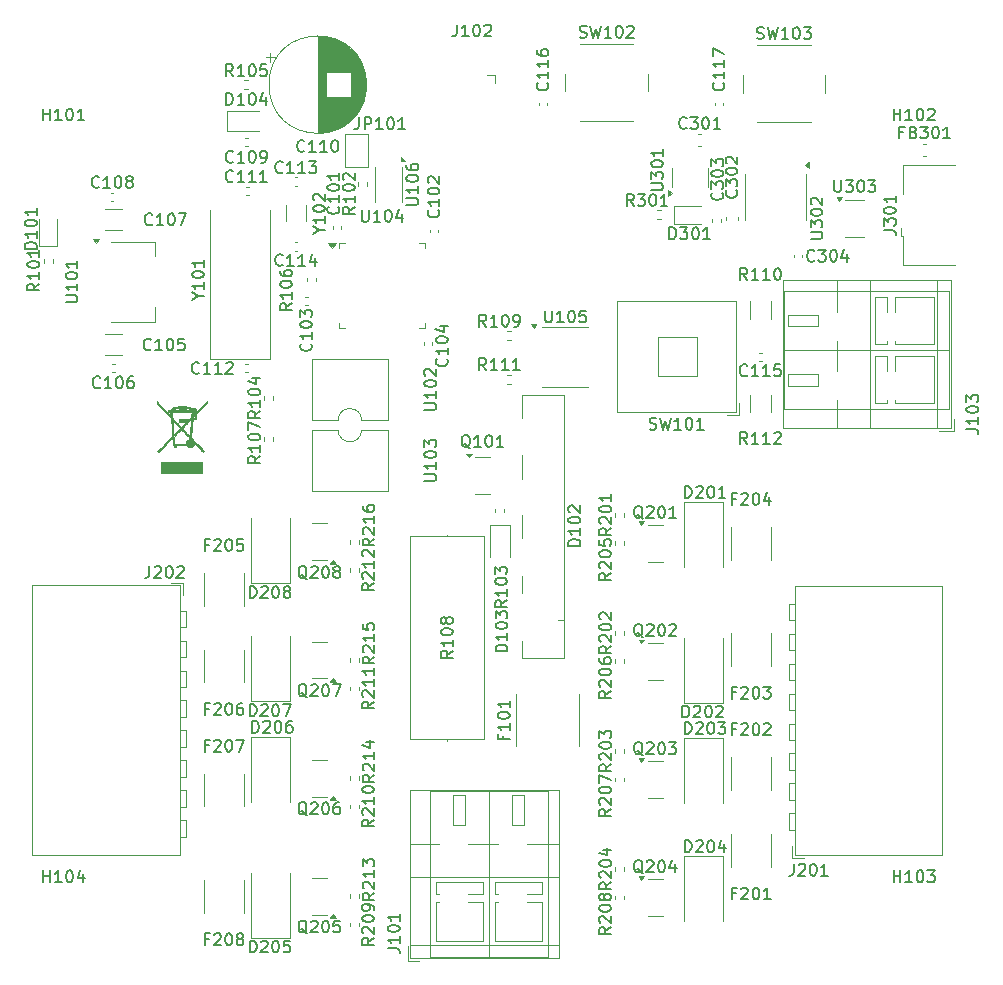
<source format=gto>
G04 #@! TF.GenerationSoftware,KiCad,Pcbnew,8.0.8+1*
G04 #@! TF.CreationDate,2025-03-01T17:33:10+00:00*
G04 #@! TF.ProjectId,dcclicht,6463636c-6963-4687-942e-6b696361645f,rev?*
G04 #@! TF.SameCoordinates,Original*
G04 #@! TF.FileFunction,Legend,Top*
G04 #@! TF.FilePolarity,Positive*
%FSLAX46Y46*%
G04 Gerber Fmt 4.6, Leading zero omitted, Abs format (unit mm)*
G04 Created by KiCad (PCBNEW 8.0.8+1) date 2025-03-01 17:33:10*
%MOMM*%
%LPD*%
G01*
G04 APERTURE LIST*
%ADD10C,0.150000*%
%ADD11C,0.120000*%
%ADD12C,0.010000*%
G04 APERTURE END LIST*
D10*
X160354819Y-106519047D02*
X159878628Y-106852380D01*
X160354819Y-107090475D02*
X159354819Y-107090475D01*
X159354819Y-107090475D02*
X159354819Y-106709523D01*
X159354819Y-106709523D02*
X159402438Y-106614285D01*
X159402438Y-106614285D02*
X159450057Y-106566666D01*
X159450057Y-106566666D02*
X159545295Y-106519047D01*
X159545295Y-106519047D02*
X159688152Y-106519047D01*
X159688152Y-106519047D02*
X159783390Y-106566666D01*
X159783390Y-106566666D02*
X159831009Y-106614285D01*
X159831009Y-106614285D02*
X159878628Y-106709523D01*
X159878628Y-106709523D02*
X159878628Y-107090475D01*
X159450057Y-106138094D02*
X159402438Y-106090475D01*
X159402438Y-106090475D02*
X159354819Y-105995237D01*
X159354819Y-105995237D02*
X159354819Y-105757142D01*
X159354819Y-105757142D02*
X159402438Y-105661904D01*
X159402438Y-105661904D02*
X159450057Y-105614285D01*
X159450057Y-105614285D02*
X159545295Y-105566666D01*
X159545295Y-105566666D02*
X159640533Y-105566666D01*
X159640533Y-105566666D02*
X159783390Y-105614285D01*
X159783390Y-105614285D02*
X160354819Y-106185713D01*
X160354819Y-106185713D02*
X160354819Y-105566666D01*
X159354819Y-104947618D02*
X159354819Y-104852380D01*
X159354819Y-104852380D02*
X159402438Y-104757142D01*
X159402438Y-104757142D02*
X159450057Y-104709523D01*
X159450057Y-104709523D02*
X159545295Y-104661904D01*
X159545295Y-104661904D02*
X159735771Y-104614285D01*
X159735771Y-104614285D02*
X159973866Y-104614285D01*
X159973866Y-104614285D02*
X160164342Y-104661904D01*
X160164342Y-104661904D02*
X160259580Y-104709523D01*
X160259580Y-104709523D02*
X160307200Y-104757142D01*
X160307200Y-104757142D02*
X160354819Y-104852380D01*
X160354819Y-104852380D02*
X160354819Y-104947618D01*
X160354819Y-104947618D02*
X160307200Y-105042856D01*
X160307200Y-105042856D02*
X160259580Y-105090475D01*
X160259580Y-105090475D02*
X160164342Y-105138094D01*
X160164342Y-105138094D02*
X159973866Y-105185713D01*
X159973866Y-105185713D02*
X159735771Y-105185713D01*
X159735771Y-105185713D02*
X159545295Y-105138094D01*
X159545295Y-105138094D02*
X159450057Y-105090475D01*
X159450057Y-105090475D02*
X159402438Y-105042856D01*
X159402438Y-105042856D02*
X159354819Y-104947618D01*
X159354819Y-103709523D02*
X159354819Y-104185713D01*
X159354819Y-104185713D02*
X159831009Y-104233332D01*
X159831009Y-104233332D02*
X159783390Y-104185713D01*
X159783390Y-104185713D02*
X159735771Y-104090475D01*
X159735771Y-104090475D02*
X159735771Y-103852380D01*
X159735771Y-103852380D02*
X159783390Y-103757142D01*
X159783390Y-103757142D02*
X159831009Y-103709523D01*
X159831009Y-103709523D02*
X159926247Y-103661904D01*
X159926247Y-103661904D02*
X160164342Y-103661904D01*
X160164342Y-103661904D02*
X160259580Y-103709523D01*
X160259580Y-103709523D02*
X160307200Y-103757142D01*
X160307200Y-103757142D02*
X160354819Y-103852380D01*
X160354819Y-103852380D02*
X160354819Y-104090475D01*
X160354819Y-104090475D02*
X160307200Y-104185713D01*
X160307200Y-104185713D02*
X160259580Y-104233332D01*
X112285714Y-68204819D02*
X112285714Y-67204819D01*
X112285714Y-67681009D02*
X112857142Y-67681009D01*
X112857142Y-68204819D02*
X112857142Y-67204819D01*
X113857142Y-68204819D02*
X113285714Y-68204819D01*
X113571428Y-68204819D02*
X113571428Y-67204819D01*
X113571428Y-67204819D02*
X113476190Y-67347676D01*
X113476190Y-67347676D02*
X113380952Y-67442914D01*
X113380952Y-67442914D02*
X113285714Y-67490533D01*
X114476190Y-67204819D02*
X114571428Y-67204819D01*
X114571428Y-67204819D02*
X114666666Y-67252438D01*
X114666666Y-67252438D02*
X114714285Y-67300057D01*
X114714285Y-67300057D02*
X114761904Y-67395295D01*
X114761904Y-67395295D02*
X114809523Y-67585771D01*
X114809523Y-67585771D02*
X114809523Y-67823866D01*
X114809523Y-67823866D02*
X114761904Y-68014342D01*
X114761904Y-68014342D02*
X114714285Y-68109580D01*
X114714285Y-68109580D02*
X114666666Y-68157200D01*
X114666666Y-68157200D02*
X114571428Y-68204819D01*
X114571428Y-68204819D02*
X114476190Y-68204819D01*
X114476190Y-68204819D02*
X114380952Y-68157200D01*
X114380952Y-68157200D02*
X114333333Y-68109580D01*
X114333333Y-68109580D02*
X114285714Y-68014342D01*
X114285714Y-68014342D02*
X114238095Y-67823866D01*
X114238095Y-67823866D02*
X114238095Y-67585771D01*
X114238095Y-67585771D02*
X114285714Y-67395295D01*
X114285714Y-67395295D02*
X114333333Y-67300057D01*
X114333333Y-67300057D02*
X114380952Y-67252438D01*
X114380952Y-67252438D02*
X114476190Y-67204819D01*
X115761904Y-68204819D02*
X115190476Y-68204819D01*
X115476190Y-68204819D02*
X115476190Y-67204819D01*
X115476190Y-67204819D02*
X115380952Y-67347676D01*
X115380952Y-67347676D02*
X115285714Y-67442914D01*
X115285714Y-67442914D02*
X115190476Y-67490533D01*
X170914285Y-119731009D02*
X170580952Y-119731009D01*
X170580952Y-120254819D02*
X170580952Y-119254819D01*
X170580952Y-119254819D02*
X171057142Y-119254819D01*
X171390476Y-119350057D02*
X171438095Y-119302438D01*
X171438095Y-119302438D02*
X171533333Y-119254819D01*
X171533333Y-119254819D02*
X171771428Y-119254819D01*
X171771428Y-119254819D02*
X171866666Y-119302438D01*
X171866666Y-119302438D02*
X171914285Y-119350057D01*
X171914285Y-119350057D02*
X171961904Y-119445295D01*
X171961904Y-119445295D02*
X171961904Y-119540533D01*
X171961904Y-119540533D02*
X171914285Y-119683390D01*
X171914285Y-119683390D02*
X171342857Y-120254819D01*
X171342857Y-120254819D02*
X171961904Y-120254819D01*
X172580952Y-119254819D02*
X172676190Y-119254819D01*
X172676190Y-119254819D02*
X172771428Y-119302438D01*
X172771428Y-119302438D02*
X172819047Y-119350057D01*
X172819047Y-119350057D02*
X172866666Y-119445295D01*
X172866666Y-119445295D02*
X172914285Y-119635771D01*
X172914285Y-119635771D02*
X172914285Y-119873866D01*
X172914285Y-119873866D02*
X172866666Y-120064342D01*
X172866666Y-120064342D02*
X172819047Y-120159580D01*
X172819047Y-120159580D02*
X172771428Y-120207200D01*
X172771428Y-120207200D02*
X172676190Y-120254819D01*
X172676190Y-120254819D02*
X172580952Y-120254819D01*
X172580952Y-120254819D02*
X172485714Y-120207200D01*
X172485714Y-120207200D02*
X172438095Y-120159580D01*
X172438095Y-120159580D02*
X172390476Y-120064342D01*
X172390476Y-120064342D02*
X172342857Y-119873866D01*
X172342857Y-119873866D02*
X172342857Y-119635771D01*
X172342857Y-119635771D02*
X172390476Y-119445295D01*
X172390476Y-119445295D02*
X172438095Y-119350057D01*
X172438095Y-119350057D02*
X172485714Y-119302438D01*
X172485714Y-119302438D02*
X172580952Y-119254819D01*
X173295238Y-119350057D02*
X173342857Y-119302438D01*
X173342857Y-119302438D02*
X173438095Y-119254819D01*
X173438095Y-119254819D02*
X173676190Y-119254819D01*
X173676190Y-119254819D02*
X173771428Y-119302438D01*
X173771428Y-119302438D02*
X173819047Y-119350057D01*
X173819047Y-119350057D02*
X173866666Y-119445295D01*
X173866666Y-119445295D02*
X173866666Y-119540533D01*
X173866666Y-119540533D02*
X173819047Y-119683390D01*
X173819047Y-119683390D02*
X173247619Y-120254819D01*
X173247619Y-120254819D02*
X173866666Y-120254819D01*
X184285714Y-132704819D02*
X184285714Y-131704819D01*
X184285714Y-132181009D02*
X184857142Y-132181009D01*
X184857142Y-132704819D02*
X184857142Y-131704819D01*
X185857142Y-132704819D02*
X185285714Y-132704819D01*
X185571428Y-132704819D02*
X185571428Y-131704819D01*
X185571428Y-131704819D02*
X185476190Y-131847676D01*
X185476190Y-131847676D02*
X185380952Y-131942914D01*
X185380952Y-131942914D02*
X185285714Y-131990533D01*
X186476190Y-131704819D02*
X186571428Y-131704819D01*
X186571428Y-131704819D02*
X186666666Y-131752438D01*
X186666666Y-131752438D02*
X186714285Y-131800057D01*
X186714285Y-131800057D02*
X186761904Y-131895295D01*
X186761904Y-131895295D02*
X186809523Y-132085771D01*
X186809523Y-132085771D02*
X186809523Y-132323866D01*
X186809523Y-132323866D02*
X186761904Y-132514342D01*
X186761904Y-132514342D02*
X186714285Y-132609580D01*
X186714285Y-132609580D02*
X186666666Y-132657200D01*
X186666666Y-132657200D02*
X186571428Y-132704819D01*
X186571428Y-132704819D02*
X186476190Y-132704819D01*
X186476190Y-132704819D02*
X186380952Y-132657200D01*
X186380952Y-132657200D02*
X186333333Y-132609580D01*
X186333333Y-132609580D02*
X186285714Y-132514342D01*
X186285714Y-132514342D02*
X186238095Y-132323866D01*
X186238095Y-132323866D02*
X186238095Y-132085771D01*
X186238095Y-132085771D02*
X186285714Y-131895295D01*
X186285714Y-131895295D02*
X186333333Y-131800057D01*
X186333333Y-131800057D02*
X186380952Y-131752438D01*
X186380952Y-131752438D02*
X186476190Y-131704819D01*
X187142857Y-131704819D02*
X187761904Y-131704819D01*
X187761904Y-131704819D02*
X187428571Y-132085771D01*
X187428571Y-132085771D02*
X187571428Y-132085771D01*
X187571428Y-132085771D02*
X187666666Y-132133390D01*
X187666666Y-132133390D02*
X187714285Y-132181009D01*
X187714285Y-132181009D02*
X187761904Y-132276247D01*
X187761904Y-132276247D02*
X187761904Y-132514342D01*
X187761904Y-132514342D02*
X187714285Y-132609580D01*
X187714285Y-132609580D02*
X187666666Y-132657200D01*
X187666666Y-132657200D02*
X187571428Y-132704819D01*
X187571428Y-132704819D02*
X187285714Y-132704819D01*
X187285714Y-132704819D02*
X187190476Y-132657200D01*
X187190476Y-132657200D02*
X187142857Y-132609580D01*
X163636786Y-94329700D02*
X163779643Y-94377319D01*
X163779643Y-94377319D02*
X164017738Y-94377319D01*
X164017738Y-94377319D02*
X164112976Y-94329700D01*
X164112976Y-94329700D02*
X164160595Y-94282080D01*
X164160595Y-94282080D02*
X164208214Y-94186842D01*
X164208214Y-94186842D02*
X164208214Y-94091604D01*
X164208214Y-94091604D02*
X164160595Y-93996366D01*
X164160595Y-93996366D02*
X164112976Y-93948747D01*
X164112976Y-93948747D02*
X164017738Y-93901128D01*
X164017738Y-93901128D02*
X163827262Y-93853509D01*
X163827262Y-93853509D02*
X163732024Y-93805890D01*
X163732024Y-93805890D02*
X163684405Y-93758271D01*
X163684405Y-93758271D02*
X163636786Y-93663033D01*
X163636786Y-93663033D02*
X163636786Y-93567795D01*
X163636786Y-93567795D02*
X163684405Y-93472557D01*
X163684405Y-93472557D02*
X163732024Y-93424938D01*
X163732024Y-93424938D02*
X163827262Y-93377319D01*
X163827262Y-93377319D02*
X164065357Y-93377319D01*
X164065357Y-93377319D02*
X164208214Y-93424938D01*
X164541548Y-93377319D02*
X164779643Y-94377319D01*
X164779643Y-94377319D02*
X164970119Y-93663033D01*
X164970119Y-93663033D02*
X165160595Y-94377319D01*
X165160595Y-94377319D02*
X165398691Y-93377319D01*
X166303452Y-94377319D02*
X165732024Y-94377319D01*
X166017738Y-94377319D02*
X166017738Y-93377319D01*
X166017738Y-93377319D02*
X165922500Y-93520176D01*
X165922500Y-93520176D02*
X165827262Y-93615414D01*
X165827262Y-93615414D02*
X165732024Y-93663033D01*
X166922500Y-93377319D02*
X167017738Y-93377319D01*
X167017738Y-93377319D02*
X167112976Y-93424938D01*
X167112976Y-93424938D02*
X167160595Y-93472557D01*
X167160595Y-93472557D02*
X167208214Y-93567795D01*
X167208214Y-93567795D02*
X167255833Y-93758271D01*
X167255833Y-93758271D02*
X167255833Y-93996366D01*
X167255833Y-93996366D02*
X167208214Y-94186842D01*
X167208214Y-94186842D02*
X167160595Y-94282080D01*
X167160595Y-94282080D02*
X167112976Y-94329700D01*
X167112976Y-94329700D02*
X167017738Y-94377319D01*
X167017738Y-94377319D02*
X166922500Y-94377319D01*
X166922500Y-94377319D02*
X166827262Y-94329700D01*
X166827262Y-94329700D02*
X166779643Y-94282080D01*
X166779643Y-94282080D02*
X166732024Y-94186842D01*
X166732024Y-94186842D02*
X166684405Y-93996366D01*
X166684405Y-93996366D02*
X166684405Y-93758271D01*
X166684405Y-93758271D02*
X166732024Y-93567795D01*
X166732024Y-93567795D02*
X166779643Y-93472557D01*
X166779643Y-93472557D02*
X166827262Y-93424938D01*
X166827262Y-93424938D02*
X166922500Y-93377319D01*
X168208214Y-94377319D02*
X167636786Y-94377319D01*
X167922500Y-94377319D02*
X167922500Y-93377319D01*
X167922500Y-93377319D02*
X167827262Y-93520176D01*
X167827262Y-93520176D02*
X167732024Y-93615414D01*
X167732024Y-93615414D02*
X167636786Y-93663033D01*
X149780952Y-85654819D02*
X149447619Y-85178628D01*
X149209524Y-85654819D02*
X149209524Y-84654819D01*
X149209524Y-84654819D02*
X149590476Y-84654819D01*
X149590476Y-84654819D02*
X149685714Y-84702438D01*
X149685714Y-84702438D02*
X149733333Y-84750057D01*
X149733333Y-84750057D02*
X149780952Y-84845295D01*
X149780952Y-84845295D02*
X149780952Y-84988152D01*
X149780952Y-84988152D02*
X149733333Y-85083390D01*
X149733333Y-85083390D02*
X149685714Y-85131009D01*
X149685714Y-85131009D02*
X149590476Y-85178628D01*
X149590476Y-85178628D02*
X149209524Y-85178628D01*
X150733333Y-85654819D02*
X150161905Y-85654819D01*
X150447619Y-85654819D02*
X150447619Y-84654819D01*
X150447619Y-84654819D02*
X150352381Y-84797676D01*
X150352381Y-84797676D02*
X150257143Y-84892914D01*
X150257143Y-84892914D02*
X150161905Y-84940533D01*
X151352381Y-84654819D02*
X151447619Y-84654819D01*
X151447619Y-84654819D02*
X151542857Y-84702438D01*
X151542857Y-84702438D02*
X151590476Y-84750057D01*
X151590476Y-84750057D02*
X151638095Y-84845295D01*
X151638095Y-84845295D02*
X151685714Y-85035771D01*
X151685714Y-85035771D02*
X151685714Y-85273866D01*
X151685714Y-85273866D02*
X151638095Y-85464342D01*
X151638095Y-85464342D02*
X151590476Y-85559580D01*
X151590476Y-85559580D02*
X151542857Y-85607200D01*
X151542857Y-85607200D02*
X151447619Y-85654819D01*
X151447619Y-85654819D02*
X151352381Y-85654819D01*
X151352381Y-85654819D02*
X151257143Y-85607200D01*
X151257143Y-85607200D02*
X151209524Y-85559580D01*
X151209524Y-85559580D02*
X151161905Y-85464342D01*
X151161905Y-85464342D02*
X151114286Y-85273866D01*
X151114286Y-85273866D02*
X151114286Y-85035771D01*
X151114286Y-85035771D02*
X151161905Y-84845295D01*
X151161905Y-84845295D02*
X151209524Y-84750057D01*
X151209524Y-84750057D02*
X151257143Y-84702438D01*
X151257143Y-84702438D02*
X151352381Y-84654819D01*
X152161905Y-85654819D02*
X152352381Y-85654819D01*
X152352381Y-85654819D02*
X152447619Y-85607200D01*
X152447619Y-85607200D02*
X152495238Y-85559580D01*
X152495238Y-85559580D02*
X152590476Y-85416723D01*
X152590476Y-85416723D02*
X152638095Y-85226247D01*
X152638095Y-85226247D02*
X152638095Y-84845295D01*
X152638095Y-84845295D02*
X152590476Y-84750057D01*
X152590476Y-84750057D02*
X152542857Y-84702438D01*
X152542857Y-84702438D02*
X152447619Y-84654819D01*
X152447619Y-84654819D02*
X152257143Y-84654819D01*
X152257143Y-84654819D02*
X152161905Y-84702438D01*
X152161905Y-84702438D02*
X152114286Y-84750057D01*
X152114286Y-84750057D02*
X152066667Y-84845295D01*
X152066667Y-84845295D02*
X152066667Y-85083390D01*
X152066667Y-85083390D02*
X152114286Y-85178628D01*
X152114286Y-85178628D02*
X152161905Y-85226247D01*
X152161905Y-85226247D02*
X152257143Y-85273866D01*
X152257143Y-85273866D02*
X152447619Y-85273866D01*
X152447619Y-85273866D02*
X152542857Y-85226247D01*
X152542857Y-85226247D02*
X152590476Y-85178628D01*
X152590476Y-85178628D02*
X152638095Y-85083390D01*
X139014285Y-67954819D02*
X139014285Y-68669104D01*
X139014285Y-68669104D02*
X138966666Y-68811961D01*
X138966666Y-68811961D02*
X138871428Y-68907200D01*
X138871428Y-68907200D02*
X138728571Y-68954819D01*
X138728571Y-68954819D02*
X138633333Y-68954819D01*
X139490476Y-68954819D02*
X139490476Y-67954819D01*
X139490476Y-67954819D02*
X139871428Y-67954819D01*
X139871428Y-67954819D02*
X139966666Y-68002438D01*
X139966666Y-68002438D02*
X140014285Y-68050057D01*
X140014285Y-68050057D02*
X140061904Y-68145295D01*
X140061904Y-68145295D02*
X140061904Y-68288152D01*
X140061904Y-68288152D02*
X140014285Y-68383390D01*
X140014285Y-68383390D02*
X139966666Y-68431009D01*
X139966666Y-68431009D02*
X139871428Y-68478628D01*
X139871428Y-68478628D02*
X139490476Y-68478628D01*
X141014285Y-68954819D02*
X140442857Y-68954819D01*
X140728571Y-68954819D02*
X140728571Y-67954819D01*
X140728571Y-67954819D02*
X140633333Y-68097676D01*
X140633333Y-68097676D02*
X140538095Y-68192914D01*
X140538095Y-68192914D02*
X140442857Y-68240533D01*
X141633333Y-67954819D02*
X141728571Y-67954819D01*
X141728571Y-67954819D02*
X141823809Y-68002438D01*
X141823809Y-68002438D02*
X141871428Y-68050057D01*
X141871428Y-68050057D02*
X141919047Y-68145295D01*
X141919047Y-68145295D02*
X141966666Y-68335771D01*
X141966666Y-68335771D02*
X141966666Y-68573866D01*
X141966666Y-68573866D02*
X141919047Y-68764342D01*
X141919047Y-68764342D02*
X141871428Y-68859580D01*
X141871428Y-68859580D02*
X141823809Y-68907200D01*
X141823809Y-68907200D02*
X141728571Y-68954819D01*
X141728571Y-68954819D02*
X141633333Y-68954819D01*
X141633333Y-68954819D02*
X141538095Y-68907200D01*
X141538095Y-68907200D02*
X141490476Y-68859580D01*
X141490476Y-68859580D02*
X141442857Y-68764342D01*
X141442857Y-68764342D02*
X141395238Y-68573866D01*
X141395238Y-68573866D02*
X141395238Y-68335771D01*
X141395238Y-68335771D02*
X141442857Y-68145295D01*
X141442857Y-68145295D02*
X141490476Y-68050057D01*
X141490476Y-68050057D02*
X141538095Y-68002438D01*
X141538095Y-68002438D02*
X141633333Y-67954819D01*
X142919047Y-68954819D02*
X142347619Y-68954819D01*
X142633333Y-68954819D02*
X142633333Y-67954819D01*
X142633333Y-67954819D02*
X142538095Y-68097676D01*
X142538095Y-68097676D02*
X142442857Y-68192914D01*
X142442857Y-68192914D02*
X142347619Y-68240533D01*
X148437380Y-95950057D02*
X148342142Y-95902438D01*
X148342142Y-95902438D02*
X148246904Y-95807200D01*
X148246904Y-95807200D02*
X148104047Y-95664342D01*
X148104047Y-95664342D02*
X148008809Y-95616723D01*
X148008809Y-95616723D02*
X147913571Y-95616723D01*
X147961190Y-95854819D02*
X147865952Y-95807200D01*
X147865952Y-95807200D02*
X147770714Y-95711961D01*
X147770714Y-95711961D02*
X147723095Y-95521485D01*
X147723095Y-95521485D02*
X147723095Y-95188152D01*
X147723095Y-95188152D02*
X147770714Y-94997676D01*
X147770714Y-94997676D02*
X147865952Y-94902438D01*
X147865952Y-94902438D02*
X147961190Y-94854819D01*
X147961190Y-94854819D02*
X148151666Y-94854819D01*
X148151666Y-94854819D02*
X148246904Y-94902438D01*
X148246904Y-94902438D02*
X148342142Y-94997676D01*
X148342142Y-94997676D02*
X148389761Y-95188152D01*
X148389761Y-95188152D02*
X148389761Y-95521485D01*
X148389761Y-95521485D02*
X148342142Y-95711961D01*
X148342142Y-95711961D02*
X148246904Y-95807200D01*
X148246904Y-95807200D02*
X148151666Y-95854819D01*
X148151666Y-95854819D02*
X147961190Y-95854819D01*
X149342142Y-95854819D02*
X148770714Y-95854819D01*
X149056428Y-95854819D02*
X149056428Y-94854819D01*
X149056428Y-94854819D02*
X148961190Y-94997676D01*
X148961190Y-94997676D02*
X148865952Y-95092914D01*
X148865952Y-95092914D02*
X148770714Y-95140533D01*
X149961190Y-94854819D02*
X150056428Y-94854819D01*
X150056428Y-94854819D02*
X150151666Y-94902438D01*
X150151666Y-94902438D02*
X150199285Y-94950057D01*
X150199285Y-94950057D02*
X150246904Y-95045295D01*
X150246904Y-95045295D02*
X150294523Y-95235771D01*
X150294523Y-95235771D02*
X150294523Y-95473866D01*
X150294523Y-95473866D02*
X150246904Y-95664342D01*
X150246904Y-95664342D02*
X150199285Y-95759580D01*
X150199285Y-95759580D02*
X150151666Y-95807200D01*
X150151666Y-95807200D02*
X150056428Y-95854819D01*
X150056428Y-95854819D02*
X149961190Y-95854819D01*
X149961190Y-95854819D02*
X149865952Y-95807200D01*
X149865952Y-95807200D02*
X149818333Y-95759580D01*
X149818333Y-95759580D02*
X149770714Y-95664342D01*
X149770714Y-95664342D02*
X149723095Y-95473866D01*
X149723095Y-95473866D02*
X149723095Y-95235771D01*
X149723095Y-95235771D02*
X149770714Y-95045295D01*
X149770714Y-95045295D02*
X149818333Y-94950057D01*
X149818333Y-94950057D02*
X149865952Y-94902438D01*
X149865952Y-94902438D02*
X149961190Y-94854819D01*
X151246904Y-95854819D02*
X150675476Y-95854819D01*
X150961190Y-95854819D02*
X150961190Y-94854819D01*
X150961190Y-94854819D02*
X150865952Y-94997676D01*
X150865952Y-94997676D02*
X150770714Y-95092914D01*
X150770714Y-95092914D02*
X150675476Y-95140533D01*
X163754819Y-74114285D02*
X164564342Y-74114285D01*
X164564342Y-74114285D02*
X164659580Y-74066666D01*
X164659580Y-74066666D02*
X164707200Y-74019047D01*
X164707200Y-74019047D02*
X164754819Y-73923809D01*
X164754819Y-73923809D02*
X164754819Y-73733333D01*
X164754819Y-73733333D02*
X164707200Y-73638095D01*
X164707200Y-73638095D02*
X164659580Y-73590476D01*
X164659580Y-73590476D02*
X164564342Y-73542857D01*
X164564342Y-73542857D02*
X163754819Y-73542857D01*
X163754819Y-73161904D02*
X163754819Y-72542857D01*
X163754819Y-72542857D02*
X164135771Y-72876190D01*
X164135771Y-72876190D02*
X164135771Y-72733333D01*
X164135771Y-72733333D02*
X164183390Y-72638095D01*
X164183390Y-72638095D02*
X164231009Y-72590476D01*
X164231009Y-72590476D02*
X164326247Y-72542857D01*
X164326247Y-72542857D02*
X164564342Y-72542857D01*
X164564342Y-72542857D02*
X164659580Y-72590476D01*
X164659580Y-72590476D02*
X164707200Y-72638095D01*
X164707200Y-72638095D02*
X164754819Y-72733333D01*
X164754819Y-72733333D02*
X164754819Y-73019047D01*
X164754819Y-73019047D02*
X164707200Y-73114285D01*
X164707200Y-73114285D02*
X164659580Y-73161904D01*
X163754819Y-71923809D02*
X163754819Y-71828571D01*
X163754819Y-71828571D02*
X163802438Y-71733333D01*
X163802438Y-71733333D02*
X163850057Y-71685714D01*
X163850057Y-71685714D02*
X163945295Y-71638095D01*
X163945295Y-71638095D02*
X164135771Y-71590476D01*
X164135771Y-71590476D02*
X164373866Y-71590476D01*
X164373866Y-71590476D02*
X164564342Y-71638095D01*
X164564342Y-71638095D02*
X164659580Y-71685714D01*
X164659580Y-71685714D02*
X164707200Y-71733333D01*
X164707200Y-71733333D02*
X164754819Y-71828571D01*
X164754819Y-71828571D02*
X164754819Y-71923809D01*
X164754819Y-71923809D02*
X164707200Y-72019047D01*
X164707200Y-72019047D02*
X164659580Y-72066666D01*
X164659580Y-72066666D02*
X164564342Y-72114285D01*
X164564342Y-72114285D02*
X164373866Y-72161904D01*
X164373866Y-72161904D02*
X164135771Y-72161904D01*
X164135771Y-72161904D02*
X163945295Y-72114285D01*
X163945295Y-72114285D02*
X163850057Y-72066666D01*
X163850057Y-72066666D02*
X163802438Y-72019047D01*
X163802438Y-72019047D02*
X163754819Y-71923809D01*
X164754819Y-70638095D02*
X164754819Y-71209523D01*
X164754819Y-70923809D02*
X163754819Y-70923809D01*
X163754819Y-70923809D02*
X163897676Y-71019047D01*
X163897676Y-71019047D02*
X163992914Y-71114285D01*
X163992914Y-71114285D02*
X164040533Y-71209523D01*
X121505952Y-76984580D02*
X121458333Y-77032200D01*
X121458333Y-77032200D02*
X121315476Y-77079819D01*
X121315476Y-77079819D02*
X121220238Y-77079819D01*
X121220238Y-77079819D02*
X121077381Y-77032200D01*
X121077381Y-77032200D02*
X120982143Y-76936961D01*
X120982143Y-76936961D02*
X120934524Y-76841723D01*
X120934524Y-76841723D02*
X120886905Y-76651247D01*
X120886905Y-76651247D02*
X120886905Y-76508390D01*
X120886905Y-76508390D02*
X120934524Y-76317914D01*
X120934524Y-76317914D02*
X120982143Y-76222676D01*
X120982143Y-76222676D02*
X121077381Y-76127438D01*
X121077381Y-76127438D02*
X121220238Y-76079819D01*
X121220238Y-76079819D02*
X121315476Y-76079819D01*
X121315476Y-76079819D02*
X121458333Y-76127438D01*
X121458333Y-76127438D02*
X121505952Y-76175057D01*
X122458333Y-77079819D02*
X121886905Y-77079819D01*
X122172619Y-77079819D02*
X122172619Y-76079819D01*
X122172619Y-76079819D02*
X122077381Y-76222676D01*
X122077381Y-76222676D02*
X121982143Y-76317914D01*
X121982143Y-76317914D02*
X121886905Y-76365533D01*
X123077381Y-76079819D02*
X123172619Y-76079819D01*
X123172619Y-76079819D02*
X123267857Y-76127438D01*
X123267857Y-76127438D02*
X123315476Y-76175057D01*
X123315476Y-76175057D02*
X123363095Y-76270295D01*
X123363095Y-76270295D02*
X123410714Y-76460771D01*
X123410714Y-76460771D02*
X123410714Y-76698866D01*
X123410714Y-76698866D02*
X123363095Y-76889342D01*
X123363095Y-76889342D02*
X123315476Y-76984580D01*
X123315476Y-76984580D02*
X123267857Y-77032200D01*
X123267857Y-77032200D02*
X123172619Y-77079819D01*
X123172619Y-77079819D02*
X123077381Y-77079819D01*
X123077381Y-77079819D02*
X122982143Y-77032200D01*
X122982143Y-77032200D02*
X122934524Y-76984580D01*
X122934524Y-76984580D02*
X122886905Y-76889342D01*
X122886905Y-76889342D02*
X122839286Y-76698866D01*
X122839286Y-76698866D02*
X122839286Y-76460771D01*
X122839286Y-76460771D02*
X122886905Y-76270295D01*
X122886905Y-76270295D02*
X122934524Y-76175057D01*
X122934524Y-76175057D02*
X122982143Y-76127438D01*
X122982143Y-76127438D02*
X123077381Y-76079819D01*
X123744048Y-76079819D02*
X124410714Y-76079819D01*
X124410714Y-76079819D02*
X123982143Y-77079819D01*
X128358603Y-64459819D02*
X128025270Y-63983628D01*
X127787175Y-64459819D02*
X127787175Y-63459819D01*
X127787175Y-63459819D02*
X128168127Y-63459819D01*
X128168127Y-63459819D02*
X128263365Y-63507438D01*
X128263365Y-63507438D02*
X128310984Y-63555057D01*
X128310984Y-63555057D02*
X128358603Y-63650295D01*
X128358603Y-63650295D02*
X128358603Y-63793152D01*
X128358603Y-63793152D02*
X128310984Y-63888390D01*
X128310984Y-63888390D02*
X128263365Y-63936009D01*
X128263365Y-63936009D02*
X128168127Y-63983628D01*
X128168127Y-63983628D02*
X127787175Y-63983628D01*
X129310984Y-64459819D02*
X128739556Y-64459819D01*
X129025270Y-64459819D02*
X129025270Y-63459819D01*
X129025270Y-63459819D02*
X128930032Y-63602676D01*
X128930032Y-63602676D02*
X128834794Y-63697914D01*
X128834794Y-63697914D02*
X128739556Y-63745533D01*
X129930032Y-63459819D02*
X130025270Y-63459819D01*
X130025270Y-63459819D02*
X130120508Y-63507438D01*
X130120508Y-63507438D02*
X130168127Y-63555057D01*
X130168127Y-63555057D02*
X130215746Y-63650295D01*
X130215746Y-63650295D02*
X130263365Y-63840771D01*
X130263365Y-63840771D02*
X130263365Y-64078866D01*
X130263365Y-64078866D02*
X130215746Y-64269342D01*
X130215746Y-64269342D02*
X130168127Y-64364580D01*
X130168127Y-64364580D02*
X130120508Y-64412200D01*
X130120508Y-64412200D02*
X130025270Y-64459819D01*
X130025270Y-64459819D02*
X129930032Y-64459819D01*
X129930032Y-64459819D02*
X129834794Y-64412200D01*
X129834794Y-64412200D02*
X129787175Y-64364580D01*
X129787175Y-64364580D02*
X129739556Y-64269342D01*
X129739556Y-64269342D02*
X129691937Y-64078866D01*
X129691937Y-64078866D02*
X129691937Y-63840771D01*
X129691937Y-63840771D02*
X129739556Y-63650295D01*
X129739556Y-63650295D02*
X129787175Y-63555057D01*
X129787175Y-63555057D02*
X129834794Y-63507438D01*
X129834794Y-63507438D02*
X129930032Y-63459819D01*
X131168127Y-63459819D02*
X130691937Y-63459819D01*
X130691937Y-63459819D02*
X130644318Y-63936009D01*
X130644318Y-63936009D02*
X130691937Y-63888390D01*
X130691937Y-63888390D02*
X130787175Y-63840771D01*
X130787175Y-63840771D02*
X131025270Y-63840771D01*
X131025270Y-63840771D02*
X131120508Y-63888390D01*
X131120508Y-63888390D02*
X131168127Y-63936009D01*
X131168127Y-63936009D02*
X131215746Y-64031247D01*
X131215746Y-64031247D02*
X131215746Y-64269342D01*
X131215746Y-64269342D02*
X131168127Y-64364580D01*
X131168127Y-64364580D02*
X131120508Y-64412200D01*
X131120508Y-64412200D02*
X131025270Y-64459819D01*
X131025270Y-64459819D02*
X130787175Y-64459819D01*
X130787175Y-64459819D02*
X130691937Y-64412200D01*
X130691937Y-64412200D02*
X130644318Y-64364580D01*
X170914285Y-133631009D02*
X170580952Y-133631009D01*
X170580952Y-134154819D02*
X170580952Y-133154819D01*
X170580952Y-133154819D02*
X171057142Y-133154819D01*
X171390476Y-133250057D02*
X171438095Y-133202438D01*
X171438095Y-133202438D02*
X171533333Y-133154819D01*
X171533333Y-133154819D02*
X171771428Y-133154819D01*
X171771428Y-133154819D02*
X171866666Y-133202438D01*
X171866666Y-133202438D02*
X171914285Y-133250057D01*
X171914285Y-133250057D02*
X171961904Y-133345295D01*
X171961904Y-133345295D02*
X171961904Y-133440533D01*
X171961904Y-133440533D02*
X171914285Y-133583390D01*
X171914285Y-133583390D02*
X171342857Y-134154819D01*
X171342857Y-134154819D02*
X171961904Y-134154819D01*
X172580952Y-133154819D02*
X172676190Y-133154819D01*
X172676190Y-133154819D02*
X172771428Y-133202438D01*
X172771428Y-133202438D02*
X172819047Y-133250057D01*
X172819047Y-133250057D02*
X172866666Y-133345295D01*
X172866666Y-133345295D02*
X172914285Y-133535771D01*
X172914285Y-133535771D02*
X172914285Y-133773866D01*
X172914285Y-133773866D02*
X172866666Y-133964342D01*
X172866666Y-133964342D02*
X172819047Y-134059580D01*
X172819047Y-134059580D02*
X172771428Y-134107200D01*
X172771428Y-134107200D02*
X172676190Y-134154819D01*
X172676190Y-134154819D02*
X172580952Y-134154819D01*
X172580952Y-134154819D02*
X172485714Y-134107200D01*
X172485714Y-134107200D02*
X172438095Y-134059580D01*
X172438095Y-134059580D02*
X172390476Y-133964342D01*
X172390476Y-133964342D02*
X172342857Y-133773866D01*
X172342857Y-133773866D02*
X172342857Y-133535771D01*
X172342857Y-133535771D02*
X172390476Y-133345295D01*
X172390476Y-133345295D02*
X172438095Y-133250057D01*
X172438095Y-133250057D02*
X172485714Y-133202438D01*
X172485714Y-133202438D02*
X172580952Y-133154819D01*
X173866666Y-134154819D02*
X173295238Y-134154819D01*
X173580952Y-134154819D02*
X173580952Y-133154819D01*
X173580952Y-133154819D02*
X173485714Y-133297676D01*
X173485714Y-133297676D02*
X173390476Y-133392914D01*
X173390476Y-133392914D02*
X173295238Y-133440533D01*
X121282245Y-105944819D02*
X121282245Y-106659104D01*
X121282245Y-106659104D02*
X121234626Y-106801961D01*
X121234626Y-106801961D02*
X121139388Y-106897200D01*
X121139388Y-106897200D02*
X120996531Y-106944819D01*
X120996531Y-106944819D02*
X120901293Y-106944819D01*
X121710817Y-106040057D02*
X121758436Y-105992438D01*
X121758436Y-105992438D02*
X121853674Y-105944819D01*
X121853674Y-105944819D02*
X122091769Y-105944819D01*
X122091769Y-105944819D02*
X122187007Y-105992438D01*
X122187007Y-105992438D02*
X122234626Y-106040057D01*
X122234626Y-106040057D02*
X122282245Y-106135295D01*
X122282245Y-106135295D02*
X122282245Y-106230533D01*
X122282245Y-106230533D02*
X122234626Y-106373390D01*
X122234626Y-106373390D02*
X121663198Y-106944819D01*
X121663198Y-106944819D02*
X122282245Y-106944819D01*
X122901293Y-105944819D02*
X122996531Y-105944819D01*
X122996531Y-105944819D02*
X123091769Y-105992438D01*
X123091769Y-105992438D02*
X123139388Y-106040057D01*
X123139388Y-106040057D02*
X123187007Y-106135295D01*
X123187007Y-106135295D02*
X123234626Y-106325771D01*
X123234626Y-106325771D02*
X123234626Y-106563866D01*
X123234626Y-106563866D02*
X123187007Y-106754342D01*
X123187007Y-106754342D02*
X123139388Y-106849580D01*
X123139388Y-106849580D02*
X123091769Y-106897200D01*
X123091769Y-106897200D02*
X122996531Y-106944819D01*
X122996531Y-106944819D02*
X122901293Y-106944819D01*
X122901293Y-106944819D02*
X122806055Y-106897200D01*
X122806055Y-106897200D02*
X122758436Y-106849580D01*
X122758436Y-106849580D02*
X122710817Y-106754342D01*
X122710817Y-106754342D02*
X122663198Y-106563866D01*
X122663198Y-106563866D02*
X122663198Y-106325771D01*
X122663198Y-106325771D02*
X122710817Y-106135295D01*
X122710817Y-106135295D02*
X122758436Y-106040057D01*
X122758436Y-106040057D02*
X122806055Y-105992438D01*
X122806055Y-105992438D02*
X122901293Y-105944819D01*
X123615579Y-106040057D02*
X123663198Y-105992438D01*
X123663198Y-105992438D02*
X123758436Y-105944819D01*
X123758436Y-105944819D02*
X123996531Y-105944819D01*
X123996531Y-105944819D02*
X124091769Y-105992438D01*
X124091769Y-105992438D02*
X124139388Y-106040057D01*
X124139388Y-106040057D02*
X124187007Y-106135295D01*
X124187007Y-106135295D02*
X124187007Y-106230533D01*
X124187007Y-106230533D02*
X124139388Y-106373390D01*
X124139388Y-106373390D02*
X123567960Y-106944819D01*
X123567960Y-106944819D02*
X124187007Y-106944819D01*
X160384819Y-122719047D02*
X159908628Y-123052380D01*
X160384819Y-123290475D02*
X159384819Y-123290475D01*
X159384819Y-123290475D02*
X159384819Y-122909523D01*
X159384819Y-122909523D02*
X159432438Y-122814285D01*
X159432438Y-122814285D02*
X159480057Y-122766666D01*
X159480057Y-122766666D02*
X159575295Y-122719047D01*
X159575295Y-122719047D02*
X159718152Y-122719047D01*
X159718152Y-122719047D02*
X159813390Y-122766666D01*
X159813390Y-122766666D02*
X159861009Y-122814285D01*
X159861009Y-122814285D02*
X159908628Y-122909523D01*
X159908628Y-122909523D02*
X159908628Y-123290475D01*
X159480057Y-122338094D02*
X159432438Y-122290475D01*
X159432438Y-122290475D02*
X159384819Y-122195237D01*
X159384819Y-122195237D02*
X159384819Y-121957142D01*
X159384819Y-121957142D02*
X159432438Y-121861904D01*
X159432438Y-121861904D02*
X159480057Y-121814285D01*
X159480057Y-121814285D02*
X159575295Y-121766666D01*
X159575295Y-121766666D02*
X159670533Y-121766666D01*
X159670533Y-121766666D02*
X159813390Y-121814285D01*
X159813390Y-121814285D02*
X160384819Y-122385713D01*
X160384819Y-122385713D02*
X160384819Y-121766666D01*
X159384819Y-121147618D02*
X159384819Y-121052380D01*
X159384819Y-121052380D02*
X159432438Y-120957142D01*
X159432438Y-120957142D02*
X159480057Y-120909523D01*
X159480057Y-120909523D02*
X159575295Y-120861904D01*
X159575295Y-120861904D02*
X159765771Y-120814285D01*
X159765771Y-120814285D02*
X160003866Y-120814285D01*
X160003866Y-120814285D02*
X160194342Y-120861904D01*
X160194342Y-120861904D02*
X160289580Y-120909523D01*
X160289580Y-120909523D02*
X160337200Y-120957142D01*
X160337200Y-120957142D02*
X160384819Y-121052380D01*
X160384819Y-121052380D02*
X160384819Y-121147618D01*
X160384819Y-121147618D02*
X160337200Y-121242856D01*
X160337200Y-121242856D02*
X160289580Y-121290475D01*
X160289580Y-121290475D02*
X160194342Y-121338094D01*
X160194342Y-121338094D02*
X160003866Y-121385713D01*
X160003866Y-121385713D02*
X159765771Y-121385713D01*
X159765771Y-121385713D02*
X159575295Y-121338094D01*
X159575295Y-121338094D02*
X159480057Y-121290475D01*
X159480057Y-121290475D02*
X159432438Y-121242856D01*
X159432438Y-121242856D02*
X159384819Y-121147618D01*
X159384819Y-120480951D02*
X159384819Y-119861904D01*
X159384819Y-119861904D02*
X159765771Y-120195237D01*
X159765771Y-120195237D02*
X159765771Y-120052380D01*
X159765771Y-120052380D02*
X159813390Y-119957142D01*
X159813390Y-119957142D02*
X159861009Y-119909523D01*
X159861009Y-119909523D02*
X159956247Y-119861904D01*
X159956247Y-119861904D02*
X160194342Y-119861904D01*
X160194342Y-119861904D02*
X160289580Y-119909523D01*
X160289580Y-119909523D02*
X160337200Y-119957142D01*
X160337200Y-119957142D02*
X160384819Y-120052380D01*
X160384819Y-120052380D02*
X160384819Y-120338094D01*
X160384819Y-120338094D02*
X160337200Y-120433332D01*
X160337200Y-120433332D02*
X160289580Y-120480951D01*
X129777484Y-108644819D02*
X129777484Y-107644819D01*
X129777484Y-107644819D02*
X130015579Y-107644819D01*
X130015579Y-107644819D02*
X130158436Y-107692438D01*
X130158436Y-107692438D02*
X130253674Y-107787676D01*
X130253674Y-107787676D02*
X130301293Y-107882914D01*
X130301293Y-107882914D02*
X130348912Y-108073390D01*
X130348912Y-108073390D02*
X130348912Y-108216247D01*
X130348912Y-108216247D02*
X130301293Y-108406723D01*
X130301293Y-108406723D02*
X130253674Y-108501961D01*
X130253674Y-108501961D02*
X130158436Y-108597200D01*
X130158436Y-108597200D02*
X130015579Y-108644819D01*
X130015579Y-108644819D02*
X129777484Y-108644819D01*
X130729865Y-107740057D02*
X130777484Y-107692438D01*
X130777484Y-107692438D02*
X130872722Y-107644819D01*
X130872722Y-107644819D02*
X131110817Y-107644819D01*
X131110817Y-107644819D02*
X131206055Y-107692438D01*
X131206055Y-107692438D02*
X131253674Y-107740057D01*
X131253674Y-107740057D02*
X131301293Y-107835295D01*
X131301293Y-107835295D02*
X131301293Y-107930533D01*
X131301293Y-107930533D02*
X131253674Y-108073390D01*
X131253674Y-108073390D02*
X130682246Y-108644819D01*
X130682246Y-108644819D02*
X131301293Y-108644819D01*
X131920341Y-107644819D02*
X132015579Y-107644819D01*
X132015579Y-107644819D02*
X132110817Y-107692438D01*
X132110817Y-107692438D02*
X132158436Y-107740057D01*
X132158436Y-107740057D02*
X132206055Y-107835295D01*
X132206055Y-107835295D02*
X132253674Y-108025771D01*
X132253674Y-108025771D02*
X132253674Y-108263866D01*
X132253674Y-108263866D02*
X132206055Y-108454342D01*
X132206055Y-108454342D02*
X132158436Y-108549580D01*
X132158436Y-108549580D02*
X132110817Y-108597200D01*
X132110817Y-108597200D02*
X132015579Y-108644819D01*
X132015579Y-108644819D02*
X131920341Y-108644819D01*
X131920341Y-108644819D02*
X131825103Y-108597200D01*
X131825103Y-108597200D02*
X131777484Y-108549580D01*
X131777484Y-108549580D02*
X131729865Y-108454342D01*
X131729865Y-108454342D02*
X131682246Y-108263866D01*
X131682246Y-108263866D02*
X131682246Y-108025771D01*
X131682246Y-108025771D02*
X131729865Y-107835295D01*
X131729865Y-107835295D02*
X131777484Y-107740057D01*
X131777484Y-107740057D02*
X131825103Y-107692438D01*
X131825103Y-107692438D02*
X131920341Y-107644819D01*
X132825103Y-108073390D02*
X132729865Y-108025771D01*
X132729865Y-108025771D02*
X132682246Y-107978152D01*
X132682246Y-107978152D02*
X132634627Y-107882914D01*
X132634627Y-107882914D02*
X132634627Y-107835295D01*
X132634627Y-107835295D02*
X132682246Y-107740057D01*
X132682246Y-107740057D02*
X132729865Y-107692438D01*
X132729865Y-107692438D02*
X132825103Y-107644819D01*
X132825103Y-107644819D02*
X133015579Y-107644819D01*
X133015579Y-107644819D02*
X133110817Y-107692438D01*
X133110817Y-107692438D02*
X133158436Y-107740057D01*
X133158436Y-107740057D02*
X133206055Y-107835295D01*
X133206055Y-107835295D02*
X133206055Y-107882914D01*
X133206055Y-107882914D02*
X133158436Y-107978152D01*
X133158436Y-107978152D02*
X133110817Y-108025771D01*
X133110817Y-108025771D02*
X133015579Y-108073390D01*
X133015579Y-108073390D02*
X132825103Y-108073390D01*
X132825103Y-108073390D02*
X132729865Y-108121009D01*
X132729865Y-108121009D02*
X132682246Y-108168628D01*
X132682246Y-108168628D02*
X132634627Y-108263866D01*
X132634627Y-108263866D02*
X132634627Y-108454342D01*
X132634627Y-108454342D02*
X132682246Y-108549580D01*
X132682246Y-108549580D02*
X132729865Y-108597200D01*
X132729865Y-108597200D02*
X132825103Y-108644819D01*
X132825103Y-108644819D02*
X133015579Y-108644819D01*
X133015579Y-108644819D02*
X133110817Y-108597200D01*
X133110817Y-108597200D02*
X133158436Y-108549580D01*
X133158436Y-108549580D02*
X133206055Y-108454342D01*
X133206055Y-108454342D02*
X133206055Y-108263866D01*
X133206055Y-108263866D02*
X133158436Y-108168628D01*
X133158436Y-108168628D02*
X133110817Y-108121009D01*
X133110817Y-108121009D02*
X133015579Y-108073390D01*
X129777484Y-138644819D02*
X129777484Y-137644819D01*
X129777484Y-137644819D02*
X130015579Y-137644819D01*
X130015579Y-137644819D02*
X130158436Y-137692438D01*
X130158436Y-137692438D02*
X130253674Y-137787676D01*
X130253674Y-137787676D02*
X130301293Y-137882914D01*
X130301293Y-137882914D02*
X130348912Y-138073390D01*
X130348912Y-138073390D02*
X130348912Y-138216247D01*
X130348912Y-138216247D02*
X130301293Y-138406723D01*
X130301293Y-138406723D02*
X130253674Y-138501961D01*
X130253674Y-138501961D02*
X130158436Y-138597200D01*
X130158436Y-138597200D02*
X130015579Y-138644819D01*
X130015579Y-138644819D02*
X129777484Y-138644819D01*
X130729865Y-137740057D02*
X130777484Y-137692438D01*
X130777484Y-137692438D02*
X130872722Y-137644819D01*
X130872722Y-137644819D02*
X131110817Y-137644819D01*
X131110817Y-137644819D02*
X131206055Y-137692438D01*
X131206055Y-137692438D02*
X131253674Y-137740057D01*
X131253674Y-137740057D02*
X131301293Y-137835295D01*
X131301293Y-137835295D02*
X131301293Y-137930533D01*
X131301293Y-137930533D02*
X131253674Y-138073390D01*
X131253674Y-138073390D02*
X130682246Y-138644819D01*
X130682246Y-138644819D02*
X131301293Y-138644819D01*
X131920341Y-137644819D02*
X132015579Y-137644819D01*
X132015579Y-137644819D02*
X132110817Y-137692438D01*
X132110817Y-137692438D02*
X132158436Y-137740057D01*
X132158436Y-137740057D02*
X132206055Y-137835295D01*
X132206055Y-137835295D02*
X132253674Y-138025771D01*
X132253674Y-138025771D02*
X132253674Y-138263866D01*
X132253674Y-138263866D02*
X132206055Y-138454342D01*
X132206055Y-138454342D02*
X132158436Y-138549580D01*
X132158436Y-138549580D02*
X132110817Y-138597200D01*
X132110817Y-138597200D02*
X132015579Y-138644819D01*
X132015579Y-138644819D02*
X131920341Y-138644819D01*
X131920341Y-138644819D02*
X131825103Y-138597200D01*
X131825103Y-138597200D02*
X131777484Y-138549580D01*
X131777484Y-138549580D02*
X131729865Y-138454342D01*
X131729865Y-138454342D02*
X131682246Y-138263866D01*
X131682246Y-138263866D02*
X131682246Y-138025771D01*
X131682246Y-138025771D02*
X131729865Y-137835295D01*
X131729865Y-137835295D02*
X131777484Y-137740057D01*
X131777484Y-137740057D02*
X131825103Y-137692438D01*
X131825103Y-137692438D02*
X131920341Y-137644819D01*
X133158436Y-137644819D02*
X132682246Y-137644819D01*
X132682246Y-137644819D02*
X132634627Y-138121009D01*
X132634627Y-138121009D02*
X132682246Y-138073390D01*
X132682246Y-138073390D02*
X132777484Y-138025771D01*
X132777484Y-138025771D02*
X133015579Y-138025771D01*
X133015579Y-138025771D02*
X133110817Y-138073390D01*
X133110817Y-138073390D02*
X133158436Y-138121009D01*
X133158436Y-138121009D02*
X133206055Y-138216247D01*
X133206055Y-138216247D02*
X133206055Y-138454342D01*
X133206055Y-138454342D02*
X133158436Y-138549580D01*
X133158436Y-138549580D02*
X133110817Y-138597200D01*
X133110817Y-138597200D02*
X133015579Y-138644819D01*
X133015579Y-138644819D02*
X132777484Y-138644819D01*
X132777484Y-138644819D02*
X132682246Y-138597200D01*
X132682246Y-138597200D02*
X132634627Y-138549580D01*
X171880952Y-95604819D02*
X171547619Y-95128628D01*
X171309524Y-95604819D02*
X171309524Y-94604819D01*
X171309524Y-94604819D02*
X171690476Y-94604819D01*
X171690476Y-94604819D02*
X171785714Y-94652438D01*
X171785714Y-94652438D02*
X171833333Y-94700057D01*
X171833333Y-94700057D02*
X171880952Y-94795295D01*
X171880952Y-94795295D02*
X171880952Y-94938152D01*
X171880952Y-94938152D02*
X171833333Y-95033390D01*
X171833333Y-95033390D02*
X171785714Y-95081009D01*
X171785714Y-95081009D02*
X171690476Y-95128628D01*
X171690476Y-95128628D02*
X171309524Y-95128628D01*
X172833333Y-95604819D02*
X172261905Y-95604819D01*
X172547619Y-95604819D02*
X172547619Y-94604819D01*
X172547619Y-94604819D02*
X172452381Y-94747676D01*
X172452381Y-94747676D02*
X172357143Y-94842914D01*
X172357143Y-94842914D02*
X172261905Y-94890533D01*
X173785714Y-95604819D02*
X173214286Y-95604819D01*
X173500000Y-95604819D02*
X173500000Y-94604819D01*
X173500000Y-94604819D02*
X173404762Y-94747676D01*
X173404762Y-94747676D02*
X173309524Y-94842914D01*
X173309524Y-94842914D02*
X173214286Y-94890533D01*
X174166667Y-94700057D02*
X174214286Y-94652438D01*
X174214286Y-94652438D02*
X174309524Y-94604819D01*
X174309524Y-94604819D02*
X174547619Y-94604819D01*
X174547619Y-94604819D02*
X174642857Y-94652438D01*
X174642857Y-94652438D02*
X174690476Y-94700057D01*
X174690476Y-94700057D02*
X174738095Y-94795295D01*
X174738095Y-94795295D02*
X174738095Y-94890533D01*
X174738095Y-94890533D02*
X174690476Y-95033390D01*
X174690476Y-95033390D02*
X174119048Y-95604819D01*
X174119048Y-95604819D02*
X174738095Y-95604819D01*
X154785714Y-84304819D02*
X154785714Y-85114342D01*
X154785714Y-85114342D02*
X154833333Y-85209580D01*
X154833333Y-85209580D02*
X154880952Y-85257200D01*
X154880952Y-85257200D02*
X154976190Y-85304819D01*
X154976190Y-85304819D02*
X155166666Y-85304819D01*
X155166666Y-85304819D02*
X155261904Y-85257200D01*
X155261904Y-85257200D02*
X155309523Y-85209580D01*
X155309523Y-85209580D02*
X155357142Y-85114342D01*
X155357142Y-85114342D02*
X155357142Y-84304819D01*
X156357142Y-85304819D02*
X155785714Y-85304819D01*
X156071428Y-85304819D02*
X156071428Y-84304819D01*
X156071428Y-84304819D02*
X155976190Y-84447676D01*
X155976190Y-84447676D02*
X155880952Y-84542914D01*
X155880952Y-84542914D02*
X155785714Y-84590533D01*
X156976190Y-84304819D02*
X157071428Y-84304819D01*
X157071428Y-84304819D02*
X157166666Y-84352438D01*
X157166666Y-84352438D02*
X157214285Y-84400057D01*
X157214285Y-84400057D02*
X157261904Y-84495295D01*
X157261904Y-84495295D02*
X157309523Y-84685771D01*
X157309523Y-84685771D02*
X157309523Y-84923866D01*
X157309523Y-84923866D02*
X157261904Y-85114342D01*
X157261904Y-85114342D02*
X157214285Y-85209580D01*
X157214285Y-85209580D02*
X157166666Y-85257200D01*
X157166666Y-85257200D02*
X157071428Y-85304819D01*
X157071428Y-85304819D02*
X156976190Y-85304819D01*
X156976190Y-85304819D02*
X156880952Y-85257200D01*
X156880952Y-85257200D02*
X156833333Y-85209580D01*
X156833333Y-85209580D02*
X156785714Y-85114342D01*
X156785714Y-85114342D02*
X156738095Y-84923866D01*
X156738095Y-84923866D02*
X156738095Y-84685771D01*
X156738095Y-84685771D02*
X156785714Y-84495295D01*
X156785714Y-84495295D02*
X156833333Y-84400057D01*
X156833333Y-84400057D02*
X156880952Y-84352438D01*
X156880952Y-84352438D02*
X156976190Y-84304819D01*
X158214285Y-84304819D02*
X157738095Y-84304819D01*
X157738095Y-84304819D02*
X157690476Y-84781009D01*
X157690476Y-84781009D02*
X157738095Y-84733390D01*
X157738095Y-84733390D02*
X157833333Y-84685771D01*
X157833333Y-84685771D02*
X158071428Y-84685771D01*
X158071428Y-84685771D02*
X158166666Y-84733390D01*
X158166666Y-84733390D02*
X158214285Y-84781009D01*
X158214285Y-84781009D02*
X158261904Y-84876247D01*
X158261904Y-84876247D02*
X158261904Y-85114342D01*
X158261904Y-85114342D02*
X158214285Y-85209580D01*
X158214285Y-85209580D02*
X158166666Y-85257200D01*
X158166666Y-85257200D02*
X158071428Y-85304819D01*
X158071428Y-85304819D02*
X157833333Y-85304819D01*
X157833333Y-85304819D02*
X157738095Y-85257200D01*
X157738095Y-85257200D02*
X157690476Y-85209580D01*
X166409524Y-118754819D02*
X166409524Y-117754819D01*
X166409524Y-117754819D02*
X166647619Y-117754819D01*
X166647619Y-117754819D02*
X166790476Y-117802438D01*
X166790476Y-117802438D02*
X166885714Y-117897676D01*
X166885714Y-117897676D02*
X166933333Y-117992914D01*
X166933333Y-117992914D02*
X166980952Y-118183390D01*
X166980952Y-118183390D02*
X166980952Y-118326247D01*
X166980952Y-118326247D02*
X166933333Y-118516723D01*
X166933333Y-118516723D02*
X166885714Y-118611961D01*
X166885714Y-118611961D02*
X166790476Y-118707200D01*
X166790476Y-118707200D02*
X166647619Y-118754819D01*
X166647619Y-118754819D02*
X166409524Y-118754819D01*
X167361905Y-117850057D02*
X167409524Y-117802438D01*
X167409524Y-117802438D02*
X167504762Y-117754819D01*
X167504762Y-117754819D02*
X167742857Y-117754819D01*
X167742857Y-117754819D02*
X167838095Y-117802438D01*
X167838095Y-117802438D02*
X167885714Y-117850057D01*
X167885714Y-117850057D02*
X167933333Y-117945295D01*
X167933333Y-117945295D02*
X167933333Y-118040533D01*
X167933333Y-118040533D02*
X167885714Y-118183390D01*
X167885714Y-118183390D02*
X167314286Y-118754819D01*
X167314286Y-118754819D02*
X167933333Y-118754819D01*
X168552381Y-117754819D02*
X168647619Y-117754819D01*
X168647619Y-117754819D02*
X168742857Y-117802438D01*
X168742857Y-117802438D02*
X168790476Y-117850057D01*
X168790476Y-117850057D02*
X168838095Y-117945295D01*
X168838095Y-117945295D02*
X168885714Y-118135771D01*
X168885714Y-118135771D02*
X168885714Y-118373866D01*
X168885714Y-118373866D02*
X168838095Y-118564342D01*
X168838095Y-118564342D02*
X168790476Y-118659580D01*
X168790476Y-118659580D02*
X168742857Y-118707200D01*
X168742857Y-118707200D02*
X168647619Y-118754819D01*
X168647619Y-118754819D02*
X168552381Y-118754819D01*
X168552381Y-118754819D02*
X168457143Y-118707200D01*
X168457143Y-118707200D02*
X168409524Y-118659580D01*
X168409524Y-118659580D02*
X168361905Y-118564342D01*
X168361905Y-118564342D02*
X168314286Y-118373866D01*
X168314286Y-118373866D02*
X168314286Y-118135771D01*
X168314286Y-118135771D02*
X168361905Y-117945295D01*
X168361905Y-117945295D02*
X168409524Y-117850057D01*
X168409524Y-117850057D02*
X168457143Y-117802438D01*
X168457143Y-117802438D02*
X168552381Y-117754819D01*
X169266667Y-117850057D02*
X169314286Y-117802438D01*
X169314286Y-117802438D02*
X169409524Y-117754819D01*
X169409524Y-117754819D02*
X169647619Y-117754819D01*
X169647619Y-117754819D02*
X169742857Y-117802438D01*
X169742857Y-117802438D02*
X169790476Y-117850057D01*
X169790476Y-117850057D02*
X169838095Y-117945295D01*
X169838095Y-117945295D02*
X169838095Y-118040533D01*
X169838095Y-118040533D02*
X169790476Y-118183390D01*
X169790476Y-118183390D02*
X169219048Y-118754819D01*
X169219048Y-118754819D02*
X169838095Y-118754819D01*
X163052380Y-131950057D02*
X162957142Y-131902438D01*
X162957142Y-131902438D02*
X162861904Y-131807200D01*
X162861904Y-131807200D02*
X162719047Y-131664342D01*
X162719047Y-131664342D02*
X162623809Y-131616723D01*
X162623809Y-131616723D02*
X162528571Y-131616723D01*
X162576190Y-131854819D02*
X162480952Y-131807200D01*
X162480952Y-131807200D02*
X162385714Y-131711961D01*
X162385714Y-131711961D02*
X162338095Y-131521485D01*
X162338095Y-131521485D02*
X162338095Y-131188152D01*
X162338095Y-131188152D02*
X162385714Y-130997676D01*
X162385714Y-130997676D02*
X162480952Y-130902438D01*
X162480952Y-130902438D02*
X162576190Y-130854819D01*
X162576190Y-130854819D02*
X162766666Y-130854819D01*
X162766666Y-130854819D02*
X162861904Y-130902438D01*
X162861904Y-130902438D02*
X162957142Y-130997676D01*
X162957142Y-130997676D02*
X163004761Y-131188152D01*
X163004761Y-131188152D02*
X163004761Y-131521485D01*
X163004761Y-131521485D02*
X162957142Y-131711961D01*
X162957142Y-131711961D02*
X162861904Y-131807200D01*
X162861904Y-131807200D02*
X162766666Y-131854819D01*
X162766666Y-131854819D02*
X162576190Y-131854819D01*
X163385714Y-130950057D02*
X163433333Y-130902438D01*
X163433333Y-130902438D02*
X163528571Y-130854819D01*
X163528571Y-130854819D02*
X163766666Y-130854819D01*
X163766666Y-130854819D02*
X163861904Y-130902438D01*
X163861904Y-130902438D02*
X163909523Y-130950057D01*
X163909523Y-130950057D02*
X163957142Y-131045295D01*
X163957142Y-131045295D02*
X163957142Y-131140533D01*
X163957142Y-131140533D02*
X163909523Y-131283390D01*
X163909523Y-131283390D02*
X163338095Y-131854819D01*
X163338095Y-131854819D02*
X163957142Y-131854819D01*
X164576190Y-130854819D02*
X164671428Y-130854819D01*
X164671428Y-130854819D02*
X164766666Y-130902438D01*
X164766666Y-130902438D02*
X164814285Y-130950057D01*
X164814285Y-130950057D02*
X164861904Y-131045295D01*
X164861904Y-131045295D02*
X164909523Y-131235771D01*
X164909523Y-131235771D02*
X164909523Y-131473866D01*
X164909523Y-131473866D02*
X164861904Y-131664342D01*
X164861904Y-131664342D02*
X164814285Y-131759580D01*
X164814285Y-131759580D02*
X164766666Y-131807200D01*
X164766666Y-131807200D02*
X164671428Y-131854819D01*
X164671428Y-131854819D02*
X164576190Y-131854819D01*
X164576190Y-131854819D02*
X164480952Y-131807200D01*
X164480952Y-131807200D02*
X164433333Y-131759580D01*
X164433333Y-131759580D02*
X164385714Y-131664342D01*
X164385714Y-131664342D02*
X164338095Y-131473866D01*
X164338095Y-131473866D02*
X164338095Y-131235771D01*
X164338095Y-131235771D02*
X164385714Y-131045295D01*
X164385714Y-131045295D02*
X164433333Y-130950057D01*
X164433333Y-130950057D02*
X164480952Y-130902438D01*
X164480952Y-130902438D02*
X164576190Y-130854819D01*
X165766666Y-131188152D02*
X165766666Y-131854819D01*
X165528571Y-130807200D02*
X165290476Y-131521485D01*
X165290476Y-131521485D02*
X165909523Y-131521485D01*
X121405952Y-87584580D02*
X121358333Y-87632200D01*
X121358333Y-87632200D02*
X121215476Y-87679819D01*
X121215476Y-87679819D02*
X121120238Y-87679819D01*
X121120238Y-87679819D02*
X120977381Y-87632200D01*
X120977381Y-87632200D02*
X120882143Y-87536961D01*
X120882143Y-87536961D02*
X120834524Y-87441723D01*
X120834524Y-87441723D02*
X120786905Y-87251247D01*
X120786905Y-87251247D02*
X120786905Y-87108390D01*
X120786905Y-87108390D02*
X120834524Y-86917914D01*
X120834524Y-86917914D02*
X120882143Y-86822676D01*
X120882143Y-86822676D02*
X120977381Y-86727438D01*
X120977381Y-86727438D02*
X121120238Y-86679819D01*
X121120238Y-86679819D02*
X121215476Y-86679819D01*
X121215476Y-86679819D02*
X121358333Y-86727438D01*
X121358333Y-86727438D02*
X121405952Y-86775057D01*
X122358333Y-87679819D02*
X121786905Y-87679819D01*
X122072619Y-87679819D02*
X122072619Y-86679819D01*
X122072619Y-86679819D02*
X121977381Y-86822676D01*
X121977381Y-86822676D02*
X121882143Y-86917914D01*
X121882143Y-86917914D02*
X121786905Y-86965533D01*
X122977381Y-86679819D02*
X123072619Y-86679819D01*
X123072619Y-86679819D02*
X123167857Y-86727438D01*
X123167857Y-86727438D02*
X123215476Y-86775057D01*
X123215476Y-86775057D02*
X123263095Y-86870295D01*
X123263095Y-86870295D02*
X123310714Y-87060771D01*
X123310714Y-87060771D02*
X123310714Y-87298866D01*
X123310714Y-87298866D02*
X123263095Y-87489342D01*
X123263095Y-87489342D02*
X123215476Y-87584580D01*
X123215476Y-87584580D02*
X123167857Y-87632200D01*
X123167857Y-87632200D02*
X123072619Y-87679819D01*
X123072619Y-87679819D02*
X122977381Y-87679819D01*
X122977381Y-87679819D02*
X122882143Y-87632200D01*
X122882143Y-87632200D02*
X122834524Y-87584580D01*
X122834524Y-87584580D02*
X122786905Y-87489342D01*
X122786905Y-87489342D02*
X122739286Y-87298866D01*
X122739286Y-87298866D02*
X122739286Y-87060771D01*
X122739286Y-87060771D02*
X122786905Y-86870295D01*
X122786905Y-86870295D02*
X122834524Y-86775057D01*
X122834524Y-86775057D02*
X122882143Y-86727438D01*
X122882143Y-86727438D02*
X122977381Y-86679819D01*
X124215476Y-86679819D02*
X123739286Y-86679819D01*
X123739286Y-86679819D02*
X123691667Y-87156009D01*
X123691667Y-87156009D02*
X123739286Y-87108390D01*
X123739286Y-87108390D02*
X123834524Y-87060771D01*
X123834524Y-87060771D02*
X124072619Y-87060771D01*
X124072619Y-87060771D02*
X124167857Y-87108390D01*
X124167857Y-87108390D02*
X124215476Y-87156009D01*
X124215476Y-87156009D02*
X124263095Y-87251247D01*
X124263095Y-87251247D02*
X124263095Y-87489342D01*
X124263095Y-87489342D02*
X124215476Y-87584580D01*
X124215476Y-87584580D02*
X124167857Y-87632200D01*
X124167857Y-87632200D02*
X124072619Y-87679819D01*
X124072619Y-87679819D02*
X123834524Y-87679819D01*
X123834524Y-87679819D02*
X123739286Y-87632200D01*
X123739286Y-87632200D02*
X123691667Y-87584580D01*
X144554819Y-92714285D02*
X145364342Y-92714285D01*
X145364342Y-92714285D02*
X145459580Y-92666666D01*
X145459580Y-92666666D02*
X145507200Y-92619047D01*
X145507200Y-92619047D02*
X145554819Y-92523809D01*
X145554819Y-92523809D02*
X145554819Y-92333333D01*
X145554819Y-92333333D02*
X145507200Y-92238095D01*
X145507200Y-92238095D02*
X145459580Y-92190476D01*
X145459580Y-92190476D02*
X145364342Y-92142857D01*
X145364342Y-92142857D02*
X144554819Y-92142857D01*
X145554819Y-91142857D02*
X145554819Y-91714285D01*
X145554819Y-91428571D02*
X144554819Y-91428571D01*
X144554819Y-91428571D02*
X144697676Y-91523809D01*
X144697676Y-91523809D02*
X144792914Y-91619047D01*
X144792914Y-91619047D02*
X144840533Y-91714285D01*
X144554819Y-90523809D02*
X144554819Y-90428571D01*
X144554819Y-90428571D02*
X144602438Y-90333333D01*
X144602438Y-90333333D02*
X144650057Y-90285714D01*
X144650057Y-90285714D02*
X144745295Y-90238095D01*
X144745295Y-90238095D02*
X144935771Y-90190476D01*
X144935771Y-90190476D02*
X145173866Y-90190476D01*
X145173866Y-90190476D02*
X145364342Y-90238095D01*
X145364342Y-90238095D02*
X145459580Y-90285714D01*
X145459580Y-90285714D02*
X145507200Y-90333333D01*
X145507200Y-90333333D02*
X145554819Y-90428571D01*
X145554819Y-90428571D02*
X145554819Y-90523809D01*
X145554819Y-90523809D02*
X145507200Y-90619047D01*
X145507200Y-90619047D02*
X145459580Y-90666666D01*
X145459580Y-90666666D02*
X145364342Y-90714285D01*
X145364342Y-90714285D02*
X145173866Y-90761904D01*
X145173866Y-90761904D02*
X144935771Y-90761904D01*
X144935771Y-90761904D02*
X144745295Y-90714285D01*
X144745295Y-90714285D02*
X144650057Y-90666666D01*
X144650057Y-90666666D02*
X144602438Y-90619047D01*
X144602438Y-90619047D02*
X144554819Y-90523809D01*
X144650057Y-89809523D02*
X144602438Y-89761904D01*
X144602438Y-89761904D02*
X144554819Y-89666666D01*
X144554819Y-89666666D02*
X144554819Y-89428571D01*
X144554819Y-89428571D02*
X144602438Y-89333333D01*
X144602438Y-89333333D02*
X144650057Y-89285714D01*
X144650057Y-89285714D02*
X144745295Y-89238095D01*
X144745295Y-89238095D02*
X144840533Y-89238095D01*
X144840533Y-89238095D02*
X144983390Y-89285714D01*
X144983390Y-89285714D02*
X145554819Y-89857142D01*
X145554819Y-89857142D02*
X145554819Y-89238095D01*
X140292779Y-117409047D02*
X139816588Y-117742380D01*
X140292779Y-117980475D02*
X139292779Y-117980475D01*
X139292779Y-117980475D02*
X139292779Y-117599523D01*
X139292779Y-117599523D02*
X139340398Y-117504285D01*
X139340398Y-117504285D02*
X139388017Y-117456666D01*
X139388017Y-117456666D02*
X139483255Y-117409047D01*
X139483255Y-117409047D02*
X139626112Y-117409047D01*
X139626112Y-117409047D02*
X139721350Y-117456666D01*
X139721350Y-117456666D02*
X139768969Y-117504285D01*
X139768969Y-117504285D02*
X139816588Y-117599523D01*
X139816588Y-117599523D02*
X139816588Y-117980475D01*
X139388017Y-117028094D02*
X139340398Y-116980475D01*
X139340398Y-116980475D02*
X139292779Y-116885237D01*
X139292779Y-116885237D02*
X139292779Y-116647142D01*
X139292779Y-116647142D02*
X139340398Y-116551904D01*
X139340398Y-116551904D02*
X139388017Y-116504285D01*
X139388017Y-116504285D02*
X139483255Y-116456666D01*
X139483255Y-116456666D02*
X139578493Y-116456666D01*
X139578493Y-116456666D02*
X139721350Y-116504285D01*
X139721350Y-116504285D02*
X140292779Y-117075713D01*
X140292779Y-117075713D02*
X140292779Y-116456666D01*
X140292779Y-115504285D02*
X140292779Y-116075713D01*
X140292779Y-115789999D02*
X139292779Y-115789999D01*
X139292779Y-115789999D02*
X139435636Y-115885237D01*
X139435636Y-115885237D02*
X139530874Y-115980475D01*
X139530874Y-115980475D02*
X139578493Y-116075713D01*
X140292779Y-114551904D02*
X140292779Y-115123332D01*
X140292779Y-114837618D02*
X139292779Y-114837618D01*
X139292779Y-114837618D02*
X139435636Y-114932856D01*
X139435636Y-114932856D02*
X139530874Y-115028094D01*
X139530874Y-115028094D02*
X139578493Y-115123332D01*
X111954819Y-82019047D02*
X111478628Y-82352380D01*
X111954819Y-82590475D02*
X110954819Y-82590475D01*
X110954819Y-82590475D02*
X110954819Y-82209523D01*
X110954819Y-82209523D02*
X111002438Y-82114285D01*
X111002438Y-82114285D02*
X111050057Y-82066666D01*
X111050057Y-82066666D02*
X111145295Y-82019047D01*
X111145295Y-82019047D02*
X111288152Y-82019047D01*
X111288152Y-82019047D02*
X111383390Y-82066666D01*
X111383390Y-82066666D02*
X111431009Y-82114285D01*
X111431009Y-82114285D02*
X111478628Y-82209523D01*
X111478628Y-82209523D02*
X111478628Y-82590475D01*
X111954819Y-81066666D02*
X111954819Y-81638094D01*
X111954819Y-81352380D02*
X110954819Y-81352380D01*
X110954819Y-81352380D02*
X111097676Y-81447618D01*
X111097676Y-81447618D02*
X111192914Y-81542856D01*
X111192914Y-81542856D02*
X111240533Y-81638094D01*
X110954819Y-80447618D02*
X110954819Y-80352380D01*
X110954819Y-80352380D02*
X111002438Y-80257142D01*
X111002438Y-80257142D02*
X111050057Y-80209523D01*
X111050057Y-80209523D02*
X111145295Y-80161904D01*
X111145295Y-80161904D02*
X111335771Y-80114285D01*
X111335771Y-80114285D02*
X111573866Y-80114285D01*
X111573866Y-80114285D02*
X111764342Y-80161904D01*
X111764342Y-80161904D02*
X111859580Y-80209523D01*
X111859580Y-80209523D02*
X111907200Y-80257142D01*
X111907200Y-80257142D02*
X111954819Y-80352380D01*
X111954819Y-80352380D02*
X111954819Y-80447618D01*
X111954819Y-80447618D02*
X111907200Y-80542856D01*
X111907200Y-80542856D02*
X111859580Y-80590475D01*
X111859580Y-80590475D02*
X111764342Y-80638094D01*
X111764342Y-80638094D02*
X111573866Y-80685713D01*
X111573866Y-80685713D02*
X111335771Y-80685713D01*
X111335771Y-80685713D02*
X111145295Y-80638094D01*
X111145295Y-80638094D02*
X111050057Y-80590475D01*
X111050057Y-80590475D02*
X111002438Y-80542856D01*
X111002438Y-80542856D02*
X110954819Y-80447618D01*
X111954819Y-79161904D02*
X111954819Y-79733332D01*
X111954819Y-79447618D02*
X110954819Y-79447618D01*
X110954819Y-79447618D02*
X111097676Y-79542856D01*
X111097676Y-79542856D02*
X111192914Y-79638094D01*
X111192914Y-79638094D02*
X111240533Y-79733332D01*
X126282245Y-118021009D02*
X125948912Y-118021009D01*
X125948912Y-118544819D02*
X125948912Y-117544819D01*
X125948912Y-117544819D02*
X126425102Y-117544819D01*
X126758436Y-117640057D02*
X126806055Y-117592438D01*
X126806055Y-117592438D02*
X126901293Y-117544819D01*
X126901293Y-117544819D02*
X127139388Y-117544819D01*
X127139388Y-117544819D02*
X127234626Y-117592438D01*
X127234626Y-117592438D02*
X127282245Y-117640057D01*
X127282245Y-117640057D02*
X127329864Y-117735295D01*
X127329864Y-117735295D02*
X127329864Y-117830533D01*
X127329864Y-117830533D02*
X127282245Y-117973390D01*
X127282245Y-117973390D02*
X126710817Y-118544819D01*
X126710817Y-118544819D02*
X127329864Y-118544819D01*
X127948912Y-117544819D02*
X128044150Y-117544819D01*
X128044150Y-117544819D02*
X128139388Y-117592438D01*
X128139388Y-117592438D02*
X128187007Y-117640057D01*
X128187007Y-117640057D02*
X128234626Y-117735295D01*
X128234626Y-117735295D02*
X128282245Y-117925771D01*
X128282245Y-117925771D02*
X128282245Y-118163866D01*
X128282245Y-118163866D02*
X128234626Y-118354342D01*
X128234626Y-118354342D02*
X128187007Y-118449580D01*
X128187007Y-118449580D02*
X128139388Y-118497200D01*
X128139388Y-118497200D02*
X128044150Y-118544819D01*
X128044150Y-118544819D02*
X127948912Y-118544819D01*
X127948912Y-118544819D02*
X127853674Y-118497200D01*
X127853674Y-118497200D02*
X127806055Y-118449580D01*
X127806055Y-118449580D02*
X127758436Y-118354342D01*
X127758436Y-118354342D02*
X127710817Y-118163866D01*
X127710817Y-118163866D02*
X127710817Y-117925771D01*
X127710817Y-117925771D02*
X127758436Y-117735295D01*
X127758436Y-117735295D02*
X127806055Y-117640057D01*
X127806055Y-117640057D02*
X127853674Y-117592438D01*
X127853674Y-117592438D02*
X127948912Y-117544819D01*
X129139388Y-117544819D02*
X128948912Y-117544819D01*
X128948912Y-117544819D02*
X128853674Y-117592438D01*
X128853674Y-117592438D02*
X128806055Y-117640057D01*
X128806055Y-117640057D02*
X128710817Y-117782914D01*
X128710817Y-117782914D02*
X128663198Y-117973390D01*
X128663198Y-117973390D02*
X128663198Y-118354342D01*
X128663198Y-118354342D02*
X128710817Y-118449580D01*
X128710817Y-118449580D02*
X128758436Y-118497200D01*
X128758436Y-118497200D02*
X128853674Y-118544819D01*
X128853674Y-118544819D02*
X129044150Y-118544819D01*
X129044150Y-118544819D02*
X129139388Y-118497200D01*
X129139388Y-118497200D02*
X129187007Y-118449580D01*
X129187007Y-118449580D02*
X129234626Y-118354342D01*
X129234626Y-118354342D02*
X129234626Y-118116247D01*
X129234626Y-118116247D02*
X129187007Y-118021009D01*
X129187007Y-118021009D02*
X129139388Y-117973390D01*
X129139388Y-117973390D02*
X129044150Y-117925771D01*
X129044150Y-117925771D02*
X128853674Y-117925771D01*
X128853674Y-117925771D02*
X128758436Y-117973390D01*
X128758436Y-117973390D02*
X128710817Y-118021009D01*
X128710817Y-118021009D02*
X128663198Y-118116247D01*
X134620340Y-127040057D02*
X134525102Y-126992438D01*
X134525102Y-126992438D02*
X134429864Y-126897200D01*
X134429864Y-126897200D02*
X134287007Y-126754342D01*
X134287007Y-126754342D02*
X134191769Y-126706723D01*
X134191769Y-126706723D02*
X134096531Y-126706723D01*
X134144150Y-126944819D02*
X134048912Y-126897200D01*
X134048912Y-126897200D02*
X133953674Y-126801961D01*
X133953674Y-126801961D02*
X133906055Y-126611485D01*
X133906055Y-126611485D02*
X133906055Y-126278152D01*
X133906055Y-126278152D02*
X133953674Y-126087676D01*
X133953674Y-126087676D02*
X134048912Y-125992438D01*
X134048912Y-125992438D02*
X134144150Y-125944819D01*
X134144150Y-125944819D02*
X134334626Y-125944819D01*
X134334626Y-125944819D02*
X134429864Y-125992438D01*
X134429864Y-125992438D02*
X134525102Y-126087676D01*
X134525102Y-126087676D02*
X134572721Y-126278152D01*
X134572721Y-126278152D02*
X134572721Y-126611485D01*
X134572721Y-126611485D02*
X134525102Y-126801961D01*
X134525102Y-126801961D02*
X134429864Y-126897200D01*
X134429864Y-126897200D02*
X134334626Y-126944819D01*
X134334626Y-126944819D02*
X134144150Y-126944819D01*
X134953674Y-126040057D02*
X135001293Y-125992438D01*
X135001293Y-125992438D02*
X135096531Y-125944819D01*
X135096531Y-125944819D02*
X135334626Y-125944819D01*
X135334626Y-125944819D02*
X135429864Y-125992438D01*
X135429864Y-125992438D02*
X135477483Y-126040057D01*
X135477483Y-126040057D02*
X135525102Y-126135295D01*
X135525102Y-126135295D02*
X135525102Y-126230533D01*
X135525102Y-126230533D02*
X135477483Y-126373390D01*
X135477483Y-126373390D02*
X134906055Y-126944819D01*
X134906055Y-126944819D02*
X135525102Y-126944819D01*
X136144150Y-125944819D02*
X136239388Y-125944819D01*
X136239388Y-125944819D02*
X136334626Y-125992438D01*
X136334626Y-125992438D02*
X136382245Y-126040057D01*
X136382245Y-126040057D02*
X136429864Y-126135295D01*
X136429864Y-126135295D02*
X136477483Y-126325771D01*
X136477483Y-126325771D02*
X136477483Y-126563866D01*
X136477483Y-126563866D02*
X136429864Y-126754342D01*
X136429864Y-126754342D02*
X136382245Y-126849580D01*
X136382245Y-126849580D02*
X136334626Y-126897200D01*
X136334626Y-126897200D02*
X136239388Y-126944819D01*
X136239388Y-126944819D02*
X136144150Y-126944819D01*
X136144150Y-126944819D02*
X136048912Y-126897200D01*
X136048912Y-126897200D02*
X136001293Y-126849580D01*
X136001293Y-126849580D02*
X135953674Y-126754342D01*
X135953674Y-126754342D02*
X135906055Y-126563866D01*
X135906055Y-126563866D02*
X135906055Y-126325771D01*
X135906055Y-126325771D02*
X135953674Y-126135295D01*
X135953674Y-126135295D02*
X136001293Y-126040057D01*
X136001293Y-126040057D02*
X136048912Y-125992438D01*
X136048912Y-125992438D02*
X136144150Y-125944819D01*
X137334626Y-125944819D02*
X137144150Y-125944819D01*
X137144150Y-125944819D02*
X137048912Y-125992438D01*
X137048912Y-125992438D02*
X137001293Y-126040057D01*
X137001293Y-126040057D02*
X136906055Y-126182914D01*
X136906055Y-126182914D02*
X136858436Y-126373390D01*
X136858436Y-126373390D02*
X136858436Y-126754342D01*
X136858436Y-126754342D02*
X136906055Y-126849580D01*
X136906055Y-126849580D02*
X136953674Y-126897200D01*
X136953674Y-126897200D02*
X137048912Y-126944819D01*
X137048912Y-126944819D02*
X137239388Y-126944819D01*
X137239388Y-126944819D02*
X137334626Y-126897200D01*
X137334626Y-126897200D02*
X137382245Y-126849580D01*
X137382245Y-126849580D02*
X137429864Y-126754342D01*
X137429864Y-126754342D02*
X137429864Y-126516247D01*
X137429864Y-126516247D02*
X137382245Y-126421009D01*
X137382245Y-126421009D02*
X137334626Y-126373390D01*
X137334626Y-126373390D02*
X137239388Y-126325771D01*
X137239388Y-126325771D02*
X137048912Y-126325771D01*
X137048912Y-126325771D02*
X136953674Y-126373390D01*
X136953674Y-126373390D02*
X136906055Y-126421009D01*
X136906055Y-126421009D02*
X136858436Y-126516247D01*
X134405952Y-70784580D02*
X134358333Y-70832200D01*
X134358333Y-70832200D02*
X134215476Y-70879819D01*
X134215476Y-70879819D02*
X134120238Y-70879819D01*
X134120238Y-70879819D02*
X133977381Y-70832200D01*
X133977381Y-70832200D02*
X133882143Y-70736961D01*
X133882143Y-70736961D02*
X133834524Y-70641723D01*
X133834524Y-70641723D02*
X133786905Y-70451247D01*
X133786905Y-70451247D02*
X133786905Y-70308390D01*
X133786905Y-70308390D02*
X133834524Y-70117914D01*
X133834524Y-70117914D02*
X133882143Y-70022676D01*
X133882143Y-70022676D02*
X133977381Y-69927438D01*
X133977381Y-69927438D02*
X134120238Y-69879819D01*
X134120238Y-69879819D02*
X134215476Y-69879819D01*
X134215476Y-69879819D02*
X134358333Y-69927438D01*
X134358333Y-69927438D02*
X134405952Y-69975057D01*
X135358333Y-70879819D02*
X134786905Y-70879819D01*
X135072619Y-70879819D02*
X135072619Y-69879819D01*
X135072619Y-69879819D02*
X134977381Y-70022676D01*
X134977381Y-70022676D02*
X134882143Y-70117914D01*
X134882143Y-70117914D02*
X134786905Y-70165533D01*
X136310714Y-70879819D02*
X135739286Y-70879819D01*
X136025000Y-70879819D02*
X136025000Y-69879819D01*
X136025000Y-69879819D02*
X135929762Y-70022676D01*
X135929762Y-70022676D02*
X135834524Y-70117914D01*
X135834524Y-70117914D02*
X135739286Y-70165533D01*
X136929762Y-69879819D02*
X137025000Y-69879819D01*
X137025000Y-69879819D02*
X137120238Y-69927438D01*
X137120238Y-69927438D02*
X137167857Y-69975057D01*
X137167857Y-69975057D02*
X137215476Y-70070295D01*
X137215476Y-70070295D02*
X137263095Y-70260771D01*
X137263095Y-70260771D02*
X137263095Y-70498866D01*
X137263095Y-70498866D02*
X137215476Y-70689342D01*
X137215476Y-70689342D02*
X137167857Y-70784580D01*
X137167857Y-70784580D02*
X137120238Y-70832200D01*
X137120238Y-70832200D02*
X137025000Y-70879819D01*
X137025000Y-70879819D02*
X136929762Y-70879819D01*
X136929762Y-70879819D02*
X136834524Y-70832200D01*
X136834524Y-70832200D02*
X136786905Y-70784580D01*
X136786905Y-70784580D02*
X136739286Y-70689342D01*
X136739286Y-70689342D02*
X136691667Y-70498866D01*
X136691667Y-70498866D02*
X136691667Y-70260771D01*
X136691667Y-70260771D02*
X136739286Y-70070295D01*
X136739286Y-70070295D02*
X136786905Y-69975057D01*
X136786905Y-69975057D02*
X136834524Y-69927438D01*
X136834524Y-69927438D02*
X136929762Y-69879819D01*
X143029819Y-75339285D02*
X143839342Y-75339285D01*
X143839342Y-75339285D02*
X143934580Y-75291666D01*
X143934580Y-75291666D02*
X143982200Y-75244047D01*
X143982200Y-75244047D02*
X144029819Y-75148809D01*
X144029819Y-75148809D02*
X144029819Y-74958333D01*
X144029819Y-74958333D02*
X143982200Y-74863095D01*
X143982200Y-74863095D02*
X143934580Y-74815476D01*
X143934580Y-74815476D02*
X143839342Y-74767857D01*
X143839342Y-74767857D02*
X143029819Y-74767857D01*
X144029819Y-73767857D02*
X144029819Y-74339285D01*
X144029819Y-74053571D02*
X143029819Y-74053571D01*
X143029819Y-74053571D02*
X143172676Y-74148809D01*
X143172676Y-74148809D02*
X143267914Y-74244047D01*
X143267914Y-74244047D02*
X143315533Y-74339285D01*
X143029819Y-73148809D02*
X143029819Y-73053571D01*
X143029819Y-73053571D02*
X143077438Y-72958333D01*
X143077438Y-72958333D02*
X143125057Y-72910714D01*
X143125057Y-72910714D02*
X143220295Y-72863095D01*
X143220295Y-72863095D02*
X143410771Y-72815476D01*
X143410771Y-72815476D02*
X143648866Y-72815476D01*
X143648866Y-72815476D02*
X143839342Y-72863095D01*
X143839342Y-72863095D02*
X143934580Y-72910714D01*
X143934580Y-72910714D02*
X143982200Y-72958333D01*
X143982200Y-72958333D02*
X144029819Y-73053571D01*
X144029819Y-73053571D02*
X144029819Y-73148809D01*
X144029819Y-73148809D02*
X143982200Y-73244047D01*
X143982200Y-73244047D02*
X143934580Y-73291666D01*
X143934580Y-73291666D02*
X143839342Y-73339285D01*
X143839342Y-73339285D02*
X143648866Y-73386904D01*
X143648866Y-73386904D02*
X143410771Y-73386904D01*
X143410771Y-73386904D02*
X143220295Y-73339285D01*
X143220295Y-73339285D02*
X143125057Y-73291666D01*
X143125057Y-73291666D02*
X143077438Y-73244047D01*
X143077438Y-73244047D02*
X143029819Y-73148809D01*
X143029819Y-71958333D02*
X143029819Y-72148809D01*
X143029819Y-72148809D02*
X143077438Y-72244047D01*
X143077438Y-72244047D02*
X143125057Y-72291666D01*
X143125057Y-72291666D02*
X143267914Y-72386904D01*
X143267914Y-72386904D02*
X143458390Y-72434523D01*
X143458390Y-72434523D02*
X143839342Y-72434523D01*
X143839342Y-72434523D02*
X143934580Y-72386904D01*
X143934580Y-72386904D02*
X143982200Y-72339285D01*
X143982200Y-72339285D02*
X144029819Y-72244047D01*
X144029819Y-72244047D02*
X144029819Y-72053571D01*
X144029819Y-72053571D02*
X143982200Y-71958333D01*
X143982200Y-71958333D02*
X143934580Y-71910714D01*
X143934580Y-71910714D02*
X143839342Y-71863095D01*
X143839342Y-71863095D02*
X143601247Y-71863095D01*
X143601247Y-71863095D02*
X143506009Y-71910714D01*
X143506009Y-71910714D02*
X143458390Y-71958333D01*
X143458390Y-71958333D02*
X143410771Y-72053571D01*
X143410771Y-72053571D02*
X143410771Y-72244047D01*
X143410771Y-72244047D02*
X143458390Y-72339285D01*
X143458390Y-72339285D02*
X143506009Y-72386904D01*
X143506009Y-72386904D02*
X143601247Y-72434523D01*
X163052380Y-101950057D02*
X162957142Y-101902438D01*
X162957142Y-101902438D02*
X162861904Y-101807200D01*
X162861904Y-101807200D02*
X162719047Y-101664342D01*
X162719047Y-101664342D02*
X162623809Y-101616723D01*
X162623809Y-101616723D02*
X162528571Y-101616723D01*
X162576190Y-101854819D02*
X162480952Y-101807200D01*
X162480952Y-101807200D02*
X162385714Y-101711961D01*
X162385714Y-101711961D02*
X162338095Y-101521485D01*
X162338095Y-101521485D02*
X162338095Y-101188152D01*
X162338095Y-101188152D02*
X162385714Y-100997676D01*
X162385714Y-100997676D02*
X162480952Y-100902438D01*
X162480952Y-100902438D02*
X162576190Y-100854819D01*
X162576190Y-100854819D02*
X162766666Y-100854819D01*
X162766666Y-100854819D02*
X162861904Y-100902438D01*
X162861904Y-100902438D02*
X162957142Y-100997676D01*
X162957142Y-100997676D02*
X163004761Y-101188152D01*
X163004761Y-101188152D02*
X163004761Y-101521485D01*
X163004761Y-101521485D02*
X162957142Y-101711961D01*
X162957142Y-101711961D02*
X162861904Y-101807200D01*
X162861904Y-101807200D02*
X162766666Y-101854819D01*
X162766666Y-101854819D02*
X162576190Y-101854819D01*
X163385714Y-100950057D02*
X163433333Y-100902438D01*
X163433333Y-100902438D02*
X163528571Y-100854819D01*
X163528571Y-100854819D02*
X163766666Y-100854819D01*
X163766666Y-100854819D02*
X163861904Y-100902438D01*
X163861904Y-100902438D02*
X163909523Y-100950057D01*
X163909523Y-100950057D02*
X163957142Y-101045295D01*
X163957142Y-101045295D02*
X163957142Y-101140533D01*
X163957142Y-101140533D02*
X163909523Y-101283390D01*
X163909523Y-101283390D02*
X163338095Y-101854819D01*
X163338095Y-101854819D02*
X163957142Y-101854819D01*
X164576190Y-100854819D02*
X164671428Y-100854819D01*
X164671428Y-100854819D02*
X164766666Y-100902438D01*
X164766666Y-100902438D02*
X164814285Y-100950057D01*
X164814285Y-100950057D02*
X164861904Y-101045295D01*
X164861904Y-101045295D02*
X164909523Y-101235771D01*
X164909523Y-101235771D02*
X164909523Y-101473866D01*
X164909523Y-101473866D02*
X164861904Y-101664342D01*
X164861904Y-101664342D02*
X164814285Y-101759580D01*
X164814285Y-101759580D02*
X164766666Y-101807200D01*
X164766666Y-101807200D02*
X164671428Y-101854819D01*
X164671428Y-101854819D02*
X164576190Y-101854819D01*
X164576190Y-101854819D02*
X164480952Y-101807200D01*
X164480952Y-101807200D02*
X164433333Y-101759580D01*
X164433333Y-101759580D02*
X164385714Y-101664342D01*
X164385714Y-101664342D02*
X164338095Y-101473866D01*
X164338095Y-101473866D02*
X164338095Y-101235771D01*
X164338095Y-101235771D02*
X164385714Y-101045295D01*
X164385714Y-101045295D02*
X164433333Y-100950057D01*
X164433333Y-100950057D02*
X164480952Y-100902438D01*
X164480952Y-100902438D02*
X164576190Y-100854819D01*
X165861904Y-101854819D02*
X165290476Y-101854819D01*
X165576190Y-101854819D02*
X165576190Y-100854819D01*
X165576190Y-100854819D02*
X165480952Y-100997676D01*
X165480952Y-100997676D02*
X165385714Y-101092914D01*
X165385714Y-101092914D02*
X165290476Y-101140533D01*
X125403628Y-83103571D02*
X125879819Y-83103571D01*
X124879819Y-83436904D02*
X125403628Y-83103571D01*
X125403628Y-83103571D02*
X124879819Y-82770238D01*
X125879819Y-81913095D02*
X125879819Y-82484523D01*
X125879819Y-82198809D02*
X124879819Y-82198809D01*
X124879819Y-82198809D02*
X125022676Y-82294047D01*
X125022676Y-82294047D02*
X125117914Y-82389285D01*
X125117914Y-82389285D02*
X125165533Y-82484523D01*
X124879819Y-81294047D02*
X124879819Y-81198809D01*
X124879819Y-81198809D02*
X124927438Y-81103571D01*
X124927438Y-81103571D02*
X124975057Y-81055952D01*
X124975057Y-81055952D02*
X125070295Y-81008333D01*
X125070295Y-81008333D02*
X125260771Y-80960714D01*
X125260771Y-80960714D02*
X125498866Y-80960714D01*
X125498866Y-80960714D02*
X125689342Y-81008333D01*
X125689342Y-81008333D02*
X125784580Y-81055952D01*
X125784580Y-81055952D02*
X125832200Y-81103571D01*
X125832200Y-81103571D02*
X125879819Y-81198809D01*
X125879819Y-81198809D02*
X125879819Y-81294047D01*
X125879819Y-81294047D02*
X125832200Y-81389285D01*
X125832200Y-81389285D02*
X125784580Y-81436904D01*
X125784580Y-81436904D02*
X125689342Y-81484523D01*
X125689342Y-81484523D02*
X125498866Y-81532142D01*
X125498866Y-81532142D02*
X125260771Y-81532142D01*
X125260771Y-81532142D02*
X125070295Y-81484523D01*
X125070295Y-81484523D02*
X124975057Y-81436904D01*
X124975057Y-81436904D02*
X124927438Y-81389285D01*
X124927438Y-81389285D02*
X124879819Y-81294047D01*
X125879819Y-80008333D02*
X125879819Y-80579761D01*
X125879819Y-80294047D02*
X124879819Y-80294047D01*
X124879819Y-80294047D02*
X125022676Y-80389285D01*
X125022676Y-80389285D02*
X125117914Y-80484523D01*
X125117914Y-80484523D02*
X125165533Y-80579761D01*
X128355952Y-73334580D02*
X128308333Y-73382200D01*
X128308333Y-73382200D02*
X128165476Y-73429819D01*
X128165476Y-73429819D02*
X128070238Y-73429819D01*
X128070238Y-73429819D02*
X127927381Y-73382200D01*
X127927381Y-73382200D02*
X127832143Y-73286961D01*
X127832143Y-73286961D02*
X127784524Y-73191723D01*
X127784524Y-73191723D02*
X127736905Y-73001247D01*
X127736905Y-73001247D02*
X127736905Y-72858390D01*
X127736905Y-72858390D02*
X127784524Y-72667914D01*
X127784524Y-72667914D02*
X127832143Y-72572676D01*
X127832143Y-72572676D02*
X127927381Y-72477438D01*
X127927381Y-72477438D02*
X128070238Y-72429819D01*
X128070238Y-72429819D02*
X128165476Y-72429819D01*
X128165476Y-72429819D02*
X128308333Y-72477438D01*
X128308333Y-72477438D02*
X128355952Y-72525057D01*
X129308333Y-73429819D02*
X128736905Y-73429819D01*
X129022619Y-73429819D02*
X129022619Y-72429819D01*
X129022619Y-72429819D02*
X128927381Y-72572676D01*
X128927381Y-72572676D02*
X128832143Y-72667914D01*
X128832143Y-72667914D02*
X128736905Y-72715533D01*
X130260714Y-73429819D02*
X129689286Y-73429819D01*
X129975000Y-73429819D02*
X129975000Y-72429819D01*
X129975000Y-72429819D02*
X129879762Y-72572676D01*
X129879762Y-72572676D02*
X129784524Y-72667914D01*
X129784524Y-72667914D02*
X129689286Y-72715533D01*
X131213095Y-73429819D02*
X130641667Y-73429819D01*
X130927381Y-73429819D02*
X130927381Y-72429819D01*
X130927381Y-72429819D02*
X130832143Y-72572676D01*
X130832143Y-72572676D02*
X130736905Y-72667914D01*
X130736905Y-72667914D02*
X130641667Y-72715533D01*
X171880952Y-81704819D02*
X171547619Y-81228628D01*
X171309524Y-81704819D02*
X171309524Y-80704819D01*
X171309524Y-80704819D02*
X171690476Y-80704819D01*
X171690476Y-80704819D02*
X171785714Y-80752438D01*
X171785714Y-80752438D02*
X171833333Y-80800057D01*
X171833333Y-80800057D02*
X171880952Y-80895295D01*
X171880952Y-80895295D02*
X171880952Y-81038152D01*
X171880952Y-81038152D02*
X171833333Y-81133390D01*
X171833333Y-81133390D02*
X171785714Y-81181009D01*
X171785714Y-81181009D02*
X171690476Y-81228628D01*
X171690476Y-81228628D02*
X171309524Y-81228628D01*
X172833333Y-81704819D02*
X172261905Y-81704819D01*
X172547619Y-81704819D02*
X172547619Y-80704819D01*
X172547619Y-80704819D02*
X172452381Y-80847676D01*
X172452381Y-80847676D02*
X172357143Y-80942914D01*
X172357143Y-80942914D02*
X172261905Y-80990533D01*
X173785714Y-81704819D02*
X173214286Y-81704819D01*
X173500000Y-81704819D02*
X173500000Y-80704819D01*
X173500000Y-80704819D02*
X173404762Y-80847676D01*
X173404762Y-80847676D02*
X173309524Y-80942914D01*
X173309524Y-80942914D02*
X173214286Y-80990533D01*
X174404762Y-80704819D02*
X174500000Y-80704819D01*
X174500000Y-80704819D02*
X174595238Y-80752438D01*
X174595238Y-80752438D02*
X174642857Y-80800057D01*
X174642857Y-80800057D02*
X174690476Y-80895295D01*
X174690476Y-80895295D02*
X174738095Y-81085771D01*
X174738095Y-81085771D02*
X174738095Y-81323866D01*
X174738095Y-81323866D02*
X174690476Y-81514342D01*
X174690476Y-81514342D02*
X174642857Y-81609580D01*
X174642857Y-81609580D02*
X174595238Y-81657200D01*
X174595238Y-81657200D02*
X174500000Y-81704819D01*
X174500000Y-81704819D02*
X174404762Y-81704819D01*
X174404762Y-81704819D02*
X174309524Y-81657200D01*
X174309524Y-81657200D02*
X174261905Y-81609580D01*
X174261905Y-81609580D02*
X174214286Y-81514342D01*
X174214286Y-81514342D02*
X174166667Y-81323866D01*
X174166667Y-81323866D02*
X174166667Y-81085771D01*
X174166667Y-81085771D02*
X174214286Y-80895295D01*
X174214286Y-80895295D02*
X174261905Y-80800057D01*
X174261905Y-80800057D02*
X174309524Y-80752438D01*
X174309524Y-80752438D02*
X174404762Y-80704819D01*
X126282245Y-121121009D02*
X125948912Y-121121009D01*
X125948912Y-121644819D02*
X125948912Y-120644819D01*
X125948912Y-120644819D02*
X126425102Y-120644819D01*
X126758436Y-120740057D02*
X126806055Y-120692438D01*
X126806055Y-120692438D02*
X126901293Y-120644819D01*
X126901293Y-120644819D02*
X127139388Y-120644819D01*
X127139388Y-120644819D02*
X127234626Y-120692438D01*
X127234626Y-120692438D02*
X127282245Y-120740057D01*
X127282245Y-120740057D02*
X127329864Y-120835295D01*
X127329864Y-120835295D02*
X127329864Y-120930533D01*
X127329864Y-120930533D02*
X127282245Y-121073390D01*
X127282245Y-121073390D02*
X126710817Y-121644819D01*
X126710817Y-121644819D02*
X127329864Y-121644819D01*
X127948912Y-120644819D02*
X128044150Y-120644819D01*
X128044150Y-120644819D02*
X128139388Y-120692438D01*
X128139388Y-120692438D02*
X128187007Y-120740057D01*
X128187007Y-120740057D02*
X128234626Y-120835295D01*
X128234626Y-120835295D02*
X128282245Y-121025771D01*
X128282245Y-121025771D02*
X128282245Y-121263866D01*
X128282245Y-121263866D02*
X128234626Y-121454342D01*
X128234626Y-121454342D02*
X128187007Y-121549580D01*
X128187007Y-121549580D02*
X128139388Y-121597200D01*
X128139388Y-121597200D02*
X128044150Y-121644819D01*
X128044150Y-121644819D02*
X127948912Y-121644819D01*
X127948912Y-121644819D02*
X127853674Y-121597200D01*
X127853674Y-121597200D02*
X127806055Y-121549580D01*
X127806055Y-121549580D02*
X127758436Y-121454342D01*
X127758436Y-121454342D02*
X127710817Y-121263866D01*
X127710817Y-121263866D02*
X127710817Y-121025771D01*
X127710817Y-121025771D02*
X127758436Y-120835295D01*
X127758436Y-120835295D02*
X127806055Y-120740057D01*
X127806055Y-120740057D02*
X127853674Y-120692438D01*
X127853674Y-120692438D02*
X127948912Y-120644819D01*
X128615579Y-120644819D02*
X129282245Y-120644819D01*
X129282245Y-120644819D02*
X128853674Y-121644819D01*
X111724819Y-79077975D02*
X110724819Y-79077975D01*
X110724819Y-79077975D02*
X110724819Y-78839880D01*
X110724819Y-78839880D02*
X110772438Y-78697023D01*
X110772438Y-78697023D02*
X110867676Y-78601785D01*
X110867676Y-78601785D02*
X110962914Y-78554166D01*
X110962914Y-78554166D02*
X111153390Y-78506547D01*
X111153390Y-78506547D02*
X111296247Y-78506547D01*
X111296247Y-78506547D02*
X111486723Y-78554166D01*
X111486723Y-78554166D02*
X111581961Y-78601785D01*
X111581961Y-78601785D02*
X111677200Y-78697023D01*
X111677200Y-78697023D02*
X111724819Y-78839880D01*
X111724819Y-78839880D02*
X111724819Y-79077975D01*
X111724819Y-77554166D02*
X111724819Y-78125594D01*
X111724819Y-77839880D02*
X110724819Y-77839880D01*
X110724819Y-77839880D02*
X110867676Y-77935118D01*
X110867676Y-77935118D02*
X110962914Y-78030356D01*
X110962914Y-78030356D02*
X111010533Y-78125594D01*
X110724819Y-76935118D02*
X110724819Y-76839880D01*
X110724819Y-76839880D02*
X110772438Y-76744642D01*
X110772438Y-76744642D02*
X110820057Y-76697023D01*
X110820057Y-76697023D02*
X110915295Y-76649404D01*
X110915295Y-76649404D02*
X111105771Y-76601785D01*
X111105771Y-76601785D02*
X111343866Y-76601785D01*
X111343866Y-76601785D02*
X111534342Y-76649404D01*
X111534342Y-76649404D02*
X111629580Y-76697023D01*
X111629580Y-76697023D02*
X111677200Y-76744642D01*
X111677200Y-76744642D02*
X111724819Y-76839880D01*
X111724819Y-76839880D02*
X111724819Y-76935118D01*
X111724819Y-76935118D02*
X111677200Y-77030356D01*
X111677200Y-77030356D02*
X111629580Y-77077975D01*
X111629580Y-77077975D02*
X111534342Y-77125594D01*
X111534342Y-77125594D02*
X111343866Y-77173213D01*
X111343866Y-77173213D02*
X111105771Y-77173213D01*
X111105771Y-77173213D02*
X110915295Y-77125594D01*
X110915295Y-77125594D02*
X110820057Y-77077975D01*
X110820057Y-77077975D02*
X110772438Y-77030356D01*
X110772438Y-77030356D02*
X110724819Y-76935118D01*
X111724819Y-75649404D02*
X111724819Y-76220832D01*
X111724819Y-75935118D02*
X110724819Y-75935118D01*
X110724819Y-75935118D02*
X110867676Y-76030356D01*
X110867676Y-76030356D02*
X110962914Y-76125594D01*
X110962914Y-76125594D02*
X111010533Y-76220832D01*
X171880952Y-89769580D02*
X171833333Y-89817200D01*
X171833333Y-89817200D02*
X171690476Y-89864819D01*
X171690476Y-89864819D02*
X171595238Y-89864819D01*
X171595238Y-89864819D02*
X171452381Y-89817200D01*
X171452381Y-89817200D02*
X171357143Y-89721961D01*
X171357143Y-89721961D02*
X171309524Y-89626723D01*
X171309524Y-89626723D02*
X171261905Y-89436247D01*
X171261905Y-89436247D02*
X171261905Y-89293390D01*
X171261905Y-89293390D02*
X171309524Y-89102914D01*
X171309524Y-89102914D02*
X171357143Y-89007676D01*
X171357143Y-89007676D02*
X171452381Y-88912438D01*
X171452381Y-88912438D02*
X171595238Y-88864819D01*
X171595238Y-88864819D02*
X171690476Y-88864819D01*
X171690476Y-88864819D02*
X171833333Y-88912438D01*
X171833333Y-88912438D02*
X171880952Y-88960057D01*
X172833333Y-89864819D02*
X172261905Y-89864819D01*
X172547619Y-89864819D02*
X172547619Y-88864819D01*
X172547619Y-88864819D02*
X172452381Y-89007676D01*
X172452381Y-89007676D02*
X172357143Y-89102914D01*
X172357143Y-89102914D02*
X172261905Y-89150533D01*
X173785714Y-89864819D02*
X173214286Y-89864819D01*
X173500000Y-89864819D02*
X173500000Y-88864819D01*
X173500000Y-88864819D02*
X173404762Y-89007676D01*
X173404762Y-89007676D02*
X173309524Y-89102914D01*
X173309524Y-89102914D02*
X173214286Y-89150533D01*
X174690476Y-88864819D02*
X174214286Y-88864819D01*
X174214286Y-88864819D02*
X174166667Y-89341009D01*
X174166667Y-89341009D02*
X174214286Y-89293390D01*
X174214286Y-89293390D02*
X174309524Y-89245771D01*
X174309524Y-89245771D02*
X174547619Y-89245771D01*
X174547619Y-89245771D02*
X174642857Y-89293390D01*
X174642857Y-89293390D02*
X174690476Y-89341009D01*
X174690476Y-89341009D02*
X174738095Y-89436247D01*
X174738095Y-89436247D02*
X174738095Y-89674342D01*
X174738095Y-89674342D02*
X174690476Y-89769580D01*
X174690476Y-89769580D02*
X174642857Y-89817200D01*
X174642857Y-89817200D02*
X174547619Y-89864819D01*
X174547619Y-89864819D02*
X174309524Y-89864819D01*
X174309524Y-89864819D02*
X174214286Y-89817200D01*
X174214286Y-89817200D02*
X174166667Y-89769580D01*
X139260714Y-75779819D02*
X139260714Y-76589342D01*
X139260714Y-76589342D02*
X139308333Y-76684580D01*
X139308333Y-76684580D02*
X139355952Y-76732200D01*
X139355952Y-76732200D02*
X139451190Y-76779819D01*
X139451190Y-76779819D02*
X139641666Y-76779819D01*
X139641666Y-76779819D02*
X139736904Y-76732200D01*
X139736904Y-76732200D02*
X139784523Y-76684580D01*
X139784523Y-76684580D02*
X139832142Y-76589342D01*
X139832142Y-76589342D02*
X139832142Y-75779819D01*
X140832142Y-76779819D02*
X140260714Y-76779819D01*
X140546428Y-76779819D02*
X140546428Y-75779819D01*
X140546428Y-75779819D02*
X140451190Y-75922676D01*
X140451190Y-75922676D02*
X140355952Y-76017914D01*
X140355952Y-76017914D02*
X140260714Y-76065533D01*
X141451190Y-75779819D02*
X141546428Y-75779819D01*
X141546428Y-75779819D02*
X141641666Y-75827438D01*
X141641666Y-75827438D02*
X141689285Y-75875057D01*
X141689285Y-75875057D02*
X141736904Y-75970295D01*
X141736904Y-75970295D02*
X141784523Y-76160771D01*
X141784523Y-76160771D02*
X141784523Y-76398866D01*
X141784523Y-76398866D02*
X141736904Y-76589342D01*
X141736904Y-76589342D02*
X141689285Y-76684580D01*
X141689285Y-76684580D02*
X141641666Y-76732200D01*
X141641666Y-76732200D02*
X141546428Y-76779819D01*
X141546428Y-76779819D02*
X141451190Y-76779819D01*
X141451190Y-76779819D02*
X141355952Y-76732200D01*
X141355952Y-76732200D02*
X141308333Y-76684580D01*
X141308333Y-76684580D02*
X141260714Y-76589342D01*
X141260714Y-76589342D02*
X141213095Y-76398866D01*
X141213095Y-76398866D02*
X141213095Y-76160771D01*
X141213095Y-76160771D02*
X141260714Y-75970295D01*
X141260714Y-75970295D02*
X141308333Y-75875057D01*
X141308333Y-75875057D02*
X141355952Y-75827438D01*
X141355952Y-75827438D02*
X141451190Y-75779819D01*
X142641666Y-76113152D02*
X142641666Y-76779819D01*
X142403571Y-75732200D02*
X142165476Y-76446485D01*
X142165476Y-76446485D02*
X142784523Y-76446485D01*
X134620340Y-117040057D02*
X134525102Y-116992438D01*
X134525102Y-116992438D02*
X134429864Y-116897200D01*
X134429864Y-116897200D02*
X134287007Y-116754342D01*
X134287007Y-116754342D02*
X134191769Y-116706723D01*
X134191769Y-116706723D02*
X134096531Y-116706723D01*
X134144150Y-116944819D02*
X134048912Y-116897200D01*
X134048912Y-116897200D02*
X133953674Y-116801961D01*
X133953674Y-116801961D02*
X133906055Y-116611485D01*
X133906055Y-116611485D02*
X133906055Y-116278152D01*
X133906055Y-116278152D02*
X133953674Y-116087676D01*
X133953674Y-116087676D02*
X134048912Y-115992438D01*
X134048912Y-115992438D02*
X134144150Y-115944819D01*
X134144150Y-115944819D02*
X134334626Y-115944819D01*
X134334626Y-115944819D02*
X134429864Y-115992438D01*
X134429864Y-115992438D02*
X134525102Y-116087676D01*
X134525102Y-116087676D02*
X134572721Y-116278152D01*
X134572721Y-116278152D02*
X134572721Y-116611485D01*
X134572721Y-116611485D02*
X134525102Y-116801961D01*
X134525102Y-116801961D02*
X134429864Y-116897200D01*
X134429864Y-116897200D02*
X134334626Y-116944819D01*
X134334626Y-116944819D02*
X134144150Y-116944819D01*
X134953674Y-116040057D02*
X135001293Y-115992438D01*
X135001293Y-115992438D02*
X135096531Y-115944819D01*
X135096531Y-115944819D02*
X135334626Y-115944819D01*
X135334626Y-115944819D02*
X135429864Y-115992438D01*
X135429864Y-115992438D02*
X135477483Y-116040057D01*
X135477483Y-116040057D02*
X135525102Y-116135295D01*
X135525102Y-116135295D02*
X135525102Y-116230533D01*
X135525102Y-116230533D02*
X135477483Y-116373390D01*
X135477483Y-116373390D02*
X134906055Y-116944819D01*
X134906055Y-116944819D02*
X135525102Y-116944819D01*
X136144150Y-115944819D02*
X136239388Y-115944819D01*
X136239388Y-115944819D02*
X136334626Y-115992438D01*
X136334626Y-115992438D02*
X136382245Y-116040057D01*
X136382245Y-116040057D02*
X136429864Y-116135295D01*
X136429864Y-116135295D02*
X136477483Y-116325771D01*
X136477483Y-116325771D02*
X136477483Y-116563866D01*
X136477483Y-116563866D02*
X136429864Y-116754342D01*
X136429864Y-116754342D02*
X136382245Y-116849580D01*
X136382245Y-116849580D02*
X136334626Y-116897200D01*
X136334626Y-116897200D02*
X136239388Y-116944819D01*
X136239388Y-116944819D02*
X136144150Y-116944819D01*
X136144150Y-116944819D02*
X136048912Y-116897200D01*
X136048912Y-116897200D02*
X136001293Y-116849580D01*
X136001293Y-116849580D02*
X135953674Y-116754342D01*
X135953674Y-116754342D02*
X135906055Y-116563866D01*
X135906055Y-116563866D02*
X135906055Y-116325771D01*
X135906055Y-116325771D02*
X135953674Y-116135295D01*
X135953674Y-116135295D02*
X136001293Y-116040057D01*
X136001293Y-116040057D02*
X136048912Y-115992438D01*
X136048912Y-115992438D02*
X136144150Y-115944819D01*
X136810817Y-115944819D02*
X137477483Y-115944819D01*
X137477483Y-115944819D02*
X137048912Y-116944819D01*
X154959580Y-65019047D02*
X155007200Y-65066666D01*
X155007200Y-65066666D02*
X155054819Y-65209523D01*
X155054819Y-65209523D02*
X155054819Y-65304761D01*
X155054819Y-65304761D02*
X155007200Y-65447618D01*
X155007200Y-65447618D02*
X154911961Y-65542856D01*
X154911961Y-65542856D02*
X154816723Y-65590475D01*
X154816723Y-65590475D02*
X154626247Y-65638094D01*
X154626247Y-65638094D02*
X154483390Y-65638094D01*
X154483390Y-65638094D02*
X154292914Y-65590475D01*
X154292914Y-65590475D02*
X154197676Y-65542856D01*
X154197676Y-65542856D02*
X154102438Y-65447618D01*
X154102438Y-65447618D02*
X154054819Y-65304761D01*
X154054819Y-65304761D02*
X154054819Y-65209523D01*
X154054819Y-65209523D02*
X154102438Y-65066666D01*
X154102438Y-65066666D02*
X154150057Y-65019047D01*
X155054819Y-64066666D02*
X155054819Y-64638094D01*
X155054819Y-64352380D02*
X154054819Y-64352380D01*
X154054819Y-64352380D02*
X154197676Y-64447618D01*
X154197676Y-64447618D02*
X154292914Y-64542856D01*
X154292914Y-64542856D02*
X154340533Y-64638094D01*
X155054819Y-63114285D02*
X155054819Y-63685713D01*
X155054819Y-63399999D02*
X154054819Y-63399999D01*
X154054819Y-63399999D02*
X154197676Y-63495237D01*
X154197676Y-63495237D02*
X154292914Y-63590475D01*
X154292914Y-63590475D02*
X154340533Y-63685713D01*
X154054819Y-62257142D02*
X154054819Y-62447618D01*
X154054819Y-62447618D02*
X154102438Y-62542856D01*
X154102438Y-62542856D02*
X154150057Y-62590475D01*
X154150057Y-62590475D02*
X154292914Y-62685713D01*
X154292914Y-62685713D02*
X154483390Y-62733332D01*
X154483390Y-62733332D02*
X154864342Y-62733332D01*
X154864342Y-62733332D02*
X154959580Y-62685713D01*
X154959580Y-62685713D02*
X155007200Y-62638094D01*
X155007200Y-62638094D02*
X155054819Y-62542856D01*
X155054819Y-62542856D02*
X155054819Y-62352380D01*
X155054819Y-62352380D02*
X155007200Y-62257142D01*
X155007200Y-62257142D02*
X154959580Y-62209523D01*
X154959580Y-62209523D02*
X154864342Y-62161904D01*
X154864342Y-62161904D02*
X154626247Y-62161904D01*
X154626247Y-62161904D02*
X154531009Y-62209523D01*
X154531009Y-62209523D02*
X154483390Y-62257142D01*
X154483390Y-62257142D02*
X154435771Y-62352380D01*
X154435771Y-62352380D02*
X154435771Y-62542856D01*
X154435771Y-62542856D02*
X154483390Y-62638094D01*
X154483390Y-62638094D02*
X154531009Y-62685713D01*
X154531009Y-62685713D02*
X154626247Y-62733332D01*
X190454819Y-94335714D02*
X191169104Y-94335714D01*
X191169104Y-94335714D02*
X191311961Y-94383333D01*
X191311961Y-94383333D02*
X191407200Y-94478571D01*
X191407200Y-94478571D02*
X191454819Y-94621428D01*
X191454819Y-94621428D02*
X191454819Y-94716666D01*
X191454819Y-93335714D02*
X191454819Y-93907142D01*
X191454819Y-93621428D02*
X190454819Y-93621428D01*
X190454819Y-93621428D02*
X190597676Y-93716666D01*
X190597676Y-93716666D02*
X190692914Y-93811904D01*
X190692914Y-93811904D02*
X190740533Y-93907142D01*
X190454819Y-92716666D02*
X190454819Y-92621428D01*
X190454819Y-92621428D02*
X190502438Y-92526190D01*
X190502438Y-92526190D02*
X190550057Y-92478571D01*
X190550057Y-92478571D02*
X190645295Y-92430952D01*
X190645295Y-92430952D02*
X190835771Y-92383333D01*
X190835771Y-92383333D02*
X191073866Y-92383333D01*
X191073866Y-92383333D02*
X191264342Y-92430952D01*
X191264342Y-92430952D02*
X191359580Y-92478571D01*
X191359580Y-92478571D02*
X191407200Y-92526190D01*
X191407200Y-92526190D02*
X191454819Y-92621428D01*
X191454819Y-92621428D02*
X191454819Y-92716666D01*
X191454819Y-92716666D02*
X191407200Y-92811904D01*
X191407200Y-92811904D02*
X191359580Y-92859523D01*
X191359580Y-92859523D02*
X191264342Y-92907142D01*
X191264342Y-92907142D02*
X191073866Y-92954761D01*
X191073866Y-92954761D02*
X190835771Y-92954761D01*
X190835771Y-92954761D02*
X190645295Y-92907142D01*
X190645295Y-92907142D02*
X190550057Y-92859523D01*
X190550057Y-92859523D02*
X190502438Y-92811904D01*
X190502438Y-92811904D02*
X190454819Y-92716666D01*
X190454819Y-92049999D02*
X190454819Y-91430952D01*
X190454819Y-91430952D02*
X190835771Y-91764285D01*
X190835771Y-91764285D02*
X190835771Y-91621428D01*
X190835771Y-91621428D02*
X190883390Y-91526190D01*
X190883390Y-91526190D02*
X190931009Y-91478571D01*
X190931009Y-91478571D02*
X191026247Y-91430952D01*
X191026247Y-91430952D02*
X191264342Y-91430952D01*
X191264342Y-91430952D02*
X191359580Y-91478571D01*
X191359580Y-91478571D02*
X191407200Y-91526190D01*
X191407200Y-91526190D02*
X191454819Y-91621428D01*
X191454819Y-91621428D02*
X191454819Y-91907142D01*
X191454819Y-91907142D02*
X191407200Y-92002380D01*
X191407200Y-92002380D02*
X191359580Y-92049999D01*
X149780952Y-89354819D02*
X149447619Y-88878628D01*
X149209524Y-89354819D02*
X149209524Y-88354819D01*
X149209524Y-88354819D02*
X149590476Y-88354819D01*
X149590476Y-88354819D02*
X149685714Y-88402438D01*
X149685714Y-88402438D02*
X149733333Y-88450057D01*
X149733333Y-88450057D02*
X149780952Y-88545295D01*
X149780952Y-88545295D02*
X149780952Y-88688152D01*
X149780952Y-88688152D02*
X149733333Y-88783390D01*
X149733333Y-88783390D02*
X149685714Y-88831009D01*
X149685714Y-88831009D02*
X149590476Y-88878628D01*
X149590476Y-88878628D02*
X149209524Y-88878628D01*
X150733333Y-89354819D02*
X150161905Y-89354819D01*
X150447619Y-89354819D02*
X150447619Y-88354819D01*
X150447619Y-88354819D02*
X150352381Y-88497676D01*
X150352381Y-88497676D02*
X150257143Y-88592914D01*
X150257143Y-88592914D02*
X150161905Y-88640533D01*
X151685714Y-89354819D02*
X151114286Y-89354819D01*
X151400000Y-89354819D02*
X151400000Y-88354819D01*
X151400000Y-88354819D02*
X151304762Y-88497676D01*
X151304762Y-88497676D02*
X151209524Y-88592914D01*
X151209524Y-88592914D02*
X151114286Y-88640533D01*
X152638095Y-89354819D02*
X152066667Y-89354819D01*
X152352381Y-89354819D02*
X152352381Y-88354819D01*
X152352381Y-88354819D02*
X152257143Y-88497676D01*
X152257143Y-88497676D02*
X152161905Y-88592914D01*
X152161905Y-88592914D02*
X152066667Y-88640533D01*
X165309524Y-78254819D02*
X165309524Y-77254819D01*
X165309524Y-77254819D02*
X165547619Y-77254819D01*
X165547619Y-77254819D02*
X165690476Y-77302438D01*
X165690476Y-77302438D02*
X165785714Y-77397676D01*
X165785714Y-77397676D02*
X165833333Y-77492914D01*
X165833333Y-77492914D02*
X165880952Y-77683390D01*
X165880952Y-77683390D02*
X165880952Y-77826247D01*
X165880952Y-77826247D02*
X165833333Y-78016723D01*
X165833333Y-78016723D02*
X165785714Y-78111961D01*
X165785714Y-78111961D02*
X165690476Y-78207200D01*
X165690476Y-78207200D02*
X165547619Y-78254819D01*
X165547619Y-78254819D02*
X165309524Y-78254819D01*
X166214286Y-77254819D02*
X166833333Y-77254819D01*
X166833333Y-77254819D02*
X166500000Y-77635771D01*
X166500000Y-77635771D02*
X166642857Y-77635771D01*
X166642857Y-77635771D02*
X166738095Y-77683390D01*
X166738095Y-77683390D02*
X166785714Y-77731009D01*
X166785714Y-77731009D02*
X166833333Y-77826247D01*
X166833333Y-77826247D02*
X166833333Y-78064342D01*
X166833333Y-78064342D02*
X166785714Y-78159580D01*
X166785714Y-78159580D02*
X166738095Y-78207200D01*
X166738095Y-78207200D02*
X166642857Y-78254819D01*
X166642857Y-78254819D02*
X166357143Y-78254819D01*
X166357143Y-78254819D02*
X166261905Y-78207200D01*
X166261905Y-78207200D02*
X166214286Y-78159580D01*
X167452381Y-77254819D02*
X167547619Y-77254819D01*
X167547619Y-77254819D02*
X167642857Y-77302438D01*
X167642857Y-77302438D02*
X167690476Y-77350057D01*
X167690476Y-77350057D02*
X167738095Y-77445295D01*
X167738095Y-77445295D02*
X167785714Y-77635771D01*
X167785714Y-77635771D02*
X167785714Y-77873866D01*
X167785714Y-77873866D02*
X167738095Y-78064342D01*
X167738095Y-78064342D02*
X167690476Y-78159580D01*
X167690476Y-78159580D02*
X167642857Y-78207200D01*
X167642857Y-78207200D02*
X167547619Y-78254819D01*
X167547619Y-78254819D02*
X167452381Y-78254819D01*
X167452381Y-78254819D02*
X167357143Y-78207200D01*
X167357143Y-78207200D02*
X167309524Y-78159580D01*
X167309524Y-78159580D02*
X167261905Y-78064342D01*
X167261905Y-78064342D02*
X167214286Y-77873866D01*
X167214286Y-77873866D02*
X167214286Y-77635771D01*
X167214286Y-77635771D02*
X167261905Y-77445295D01*
X167261905Y-77445295D02*
X167309524Y-77350057D01*
X167309524Y-77350057D02*
X167357143Y-77302438D01*
X167357143Y-77302438D02*
X167452381Y-77254819D01*
X168738095Y-78254819D02*
X168166667Y-78254819D01*
X168452381Y-78254819D02*
X168452381Y-77254819D01*
X168452381Y-77254819D02*
X168357143Y-77397676D01*
X168357143Y-77397676D02*
X168261905Y-77492914D01*
X168261905Y-77492914D02*
X168166667Y-77540533D01*
X169859580Y-65019047D02*
X169907200Y-65066666D01*
X169907200Y-65066666D02*
X169954819Y-65209523D01*
X169954819Y-65209523D02*
X169954819Y-65304761D01*
X169954819Y-65304761D02*
X169907200Y-65447618D01*
X169907200Y-65447618D02*
X169811961Y-65542856D01*
X169811961Y-65542856D02*
X169716723Y-65590475D01*
X169716723Y-65590475D02*
X169526247Y-65638094D01*
X169526247Y-65638094D02*
X169383390Y-65638094D01*
X169383390Y-65638094D02*
X169192914Y-65590475D01*
X169192914Y-65590475D02*
X169097676Y-65542856D01*
X169097676Y-65542856D02*
X169002438Y-65447618D01*
X169002438Y-65447618D02*
X168954819Y-65304761D01*
X168954819Y-65304761D02*
X168954819Y-65209523D01*
X168954819Y-65209523D02*
X169002438Y-65066666D01*
X169002438Y-65066666D02*
X169050057Y-65019047D01*
X169954819Y-64066666D02*
X169954819Y-64638094D01*
X169954819Y-64352380D02*
X168954819Y-64352380D01*
X168954819Y-64352380D02*
X169097676Y-64447618D01*
X169097676Y-64447618D02*
X169192914Y-64542856D01*
X169192914Y-64542856D02*
X169240533Y-64638094D01*
X169954819Y-63114285D02*
X169954819Y-63685713D01*
X169954819Y-63399999D02*
X168954819Y-63399999D01*
X168954819Y-63399999D02*
X169097676Y-63495237D01*
X169097676Y-63495237D02*
X169192914Y-63590475D01*
X169192914Y-63590475D02*
X169240533Y-63685713D01*
X168954819Y-62780951D02*
X168954819Y-62114285D01*
X168954819Y-62114285D02*
X169954819Y-62542856D01*
X134620340Y-137040057D02*
X134525102Y-136992438D01*
X134525102Y-136992438D02*
X134429864Y-136897200D01*
X134429864Y-136897200D02*
X134287007Y-136754342D01*
X134287007Y-136754342D02*
X134191769Y-136706723D01*
X134191769Y-136706723D02*
X134096531Y-136706723D01*
X134144150Y-136944819D02*
X134048912Y-136897200D01*
X134048912Y-136897200D02*
X133953674Y-136801961D01*
X133953674Y-136801961D02*
X133906055Y-136611485D01*
X133906055Y-136611485D02*
X133906055Y-136278152D01*
X133906055Y-136278152D02*
X133953674Y-136087676D01*
X133953674Y-136087676D02*
X134048912Y-135992438D01*
X134048912Y-135992438D02*
X134144150Y-135944819D01*
X134144150Y-135944819D02*
X134334626Y-135944819D01*
X134334626Y-135944819D02*
X134429864Y-135992438D01*
X134429864Y-135992438D02*
X134525102Y-136087676D01*
X134525102Y-136087676D02*
X134572721Y-136278152D01*
X134572721Y-136278152D02*
X134572721Y-136611485D01*
X134572721Y-136611485D02*
X134525102Y-136801961D01*
X134525102Y-136801961D02*
X134429864Y-136897200D01*
X134429864Y-136897200D02*
X134334626Y-136944819D01*
X134334626Y-136944819D02*
X134144150Y-136944819D01*
X134953674Y-136040057D02*
X135001293Y-135992438D01*
X135001293Y-135992438D02*
X135096531Y-135944819D01*
X135096531Y-135944819D02*
X135334626Y-135944819D01*
X135334626Y-135944819D02*
X135429864Y-135992438D01*
X135429864Y-135992438D02*
X135477483Y-136040057D01*
X135477483Y-136040057D02*
X135525102Y-136135295D01*
X135525102Y-136135295D02*
X135525102Y-136230533D01*
X135525102Y-136230533D02*
X135477483Y-136373390D01*
X135477483Y-136373390D02*
X134906055Y-136944819D01*
X134906055Y-136944819D02*
X135525102Y-136944819D01*
X136144150Y-135944819D02*
X136239388Y-135944819D01*
X136239388Y-135944819D02*
X136334626Y-135992438D01*
X136334626Y-135992438D02*
X136382245Y-136040057D01*
X136382245Y-136040057D02*
X136429864Y-136135295D01*
X136429864Y-136135295D02*
X136477483Y-136325771D01*
X136477483Y-136325771D02*
X136477483Y-136563866D01*
X136477483Y-136563866D02*
X136429864Y-136754342D01*
X136429864Y-136754342D02*
X136382245Y-136849580D01*
X136382245Y-136849580D02*
X136334626Y-136897200D01*
X136334626Y-136897200D02*
X136239388Y-136944819D01*
X136239388Y-136944819D02*
X136144150Y-136944819D01*
X136144150Y-136944819D02*
X136048912Y-136897200D01*
X136048912Y-136897200D02*
X136001293Y-136849580D01*
X136001293Y-136849580D02*
X135953674Y-136754342D01*
X135953674Y-136754342D02*
X135906055Y-136563866D01*
X135906055Y-136563866D02*
X135906055Y-136325771D01*
X135906055Y-136325771D02*
X135953674Y-136135295D01*
X135953674Y-136135295D02*
X136001293Y-136040057D01*
X136001293Y-136040057D02*
X136048912Y-135992438D01*
X136048912Y-135992438D02*
X136144150Y-135944819D01*
X137382245Y-135944819D02*
X136906055Y-135944819D01*
X136906055Y-135944819D02*
X136858436Y-136421009D01*
X136858436Y-136421009D02*
X136906055Y-136373390D01*
X136906055Y-136373390D02*
X137001293Y-136325771D01*
X137001293Y-136325771D02*
X137239388Y-136325771D01*
X137239388Y-136325771D02*
X137334626Y-136373390D01*
X137334626Y-136373390D02*
X137382245Y-136421009D01*
X137382245Y-136421009D02*
X137429864Y-136516247D01*
X137429864Y-136516247D02*
X137429864Y-136754342D01*
X137429864Y-136754342D02*
X137382245Y-136849580D01*
X137382245Y-136849580D02*
X137334626Y-136897200D01*
X137334626Y-136897200D02*
X137239388Y-136944819D01*
X137239388Y-136944819D02*
X137001293Y-136944819D01*
X137001293Y-136944819D02*
X136906055Y-136897200D01*
X136906055Y-136897200D02*
X136858436Y-136849580D01*
X140292779Y-107409047D02*
X139816588Y-107742380D01*
X140292779Y-107980475D02*
X139292779Y-107980475D01*
X139292779Y-107980475D02*
X139292779Y-107599523D01*
X139292779Y-107599523D02*
X139340398Y-107504285D01*
X139340398Y-107504285D02*
X139388017Y-107456666D01*
X139388017Y-107456666D02*
X139483255Y-107409047D01*
X139483255Y-107409047D02*
X139626112Y-107409047D01*
X139626112Y-107409047D02*
X139721350Y-107456666D01*
X139721350Y-107456666D02*
X139768969Y-107504285D01*
X139768969Y-107504285D02*
X139816588Y-107599523D01*
X139816588Y-107599523D02*
X139816588Y-107980475D01*
X139388017Y-107028094D02*
X139340398Y-106980475D01*
X139340398Y-106980475D02*
X139292779Y-106885237D01*
X139292779Y-106885237D02*
X139292779Y-106647142D01*
X139292779Y-106647142D02*
X139340398Y-106551904D01*
X139340398Y-106551904D02*
X139388017Y-106504285D01*
X139388017Y-106504285D02*
X139483255Y-106456666D01*
X139483255Y-106456666D02*
X139578493Y-106456666D01*
X139578493Y-106456666D02*
X139721350Y-106504285D01*
X139721350Y-106504285D02*
X140292779Y-107075713D01*
X140292779Y-107075713D02*
X140292779Y-106456666D01*
X140292779Y-105504285D02*
X140292779Y-106075713D01*
X140292779Y-105789999D02*
X139292779Y-105789999D01*
X139292779Y-105789999D02*
X139435636Y-105885237D01*
X139435636Y-105885237D02*
X139530874Y-105980475D01*
X139530874Y-105980475D02*
X139578493Y-106075713D01*
X139388017Y-105123332D02*
X139340398Y-105075713D01*
X139340398Y-105075713D02*
X139292779Y-104980475D01*
X139292779Y-104980475D02*
X139292779Y-104742380D01*
X139292779Y-104742380D02*
X139340398Y-104647142D01*
X139340398Y-104647142D02*
X139388017Y-104599523D01*
X139388017Y-104599523D02*
X139483255Y-104551904D01*
X139483255Y-104551904D02*
X139578493Y-104551904D01*
X139578493Y-104551904D02*
X139721350Y-104599523D01*
X139721350Y-104599523D02*
X140292779Y-105170951D01*
X140292779Y-105170951D02*
X140292779Y-104551904D01*
X146954819Y-113119047D02*
X146478628Y-113452380D01*
X146954819Y-113690475D02*
X145954819Y-113690475D01*
X145954819Y-113690475D02*
X145954819Y-113309523D01*
X145954819Y-113309523D02*
X146002438Y-113214285D01*
X146002438Y-113214285D02*
X146050057Y-113166666D01*
X146050057Y-113166666D02*
X146145295Y-113119047D01*
X146145295Y-113119047D02*
X146288152Y-113119047D01*
X146288152Y-113119047D02*
X146383390Y-113166666D01*
X146383390Y-113166666D02*
X146431009Y-113214285D01*
X146431009Y-113214285D02*
X146478628Y-113309523D01*
X146478628Y-113309523D02*
X146478628Y-113690475D01*
X146954819Y-112166666D02*
X146954819Y-112738094D01*
X146954819Y-112452380D02*
X145954819Y-112452380D01*
X145954819Y-112452380D02*
X146097676Y-112547618D01*
X146097676Y-112547618D02*
X146192914Y-112642856D01*
X146192914Y-112642856D02*
X146240533Y-112738094D01*
X145954819Y-111547618D02*
X145954819Y-111452380D01*
X145954819Y-111452380D02*
X146002438Y-111357142D01*
X146002438Y-111357142D02*
X146050057Y-111309523D01*
X146050057Y-111309523D02*
X146145295Y-111261904D01*
X146145295Y-111261904D02*
X146335771Y-111214285D01*
X146335771Y-111214285D02*
X146573866Y-111214285D01*
X146573866Y-111214285D02*
X146764342Y-111261904D01*
X146764342Y-111261904D02*
X146859580Y-111309523D01*
X146859580Y-111309523D02*
X146907200Y-111357142D01*
X146907200Y-111357142D02*
X146954819Y-111452380D01*
X146954819Y-111452380D02*
X146954819Y-111547618D01*
X146954819Y-111547618D02*
X146907200Y-111642856D01*
X146907200Y-111642856D02*
X146859580Y-111690475D01*
X146859580Y-111690475D02*
X146764342Y-111738094D01*
X146764342Y-111738094D02*
X146573866Y-111785713D01*
X146573866Y-111785713D02*
X146335771Y-111785713D01*
X146335771Y-111785713D02*
X146145295Y-111738094D01*
X146145295Y-111738094D02*
X146050057Y-111690475D01*
X146050057Y-111690475D02*
X146002438Y-111642856D01*
X146002438Y-111642856D02*
X145954819Y-111547618D01*
X146383390Y-110642856D02*
X146335771Y-110738094D01*
X146335771Y-110738094D02*
X146288152Y-110785713D01*
X146288152Y-110785713D02*
X146192914Y-110833332D01*
X146192914Y-110833332D02*
X146145295Y-110833332D01*
X146145295Y-110833332D02*
X146050057Y-110785713D01*
X146050057Y-110785713D02*
X146002438Y-110738094D01*
X146002438Y-110738094D02*
X145954819Y-110642856D01*
X145954819Y-110642856D02*
X145954819Y-110452380D01*
X145954819Y-110452380D02*
X146002438Y-110357142D01*
X146002438Y-110357142D02*
X146050057Y-110309523D01*
X146050057Y-110309523D02*
X146145295Y-110261904D01*
X146145295Y-110261904D02*
X146192914Y-110261904D01*
X146192914Y-110261904D02*
X146288152Y-110309523D01*
X146288152Y-110309523D02*
X146335771Y-110357142D01*
X146335771Y-110357142D02*
X146383390Y-110452380D01*
X146383390Y-110452380D02*
X146383390Y-110642856D01*
X146383390Y-110642856D02*
X146431009Y-110738094D01*
X146431009Y-110738094D02*
X146478628Y-110785713D01*
X146478628Y-110785713D02*
X146573866Y-110833332D01*
X146573866Y-110833332D02*
X146764342Y-110833332D01*
X146764342Y-110833332D02*
X146859580Y-110785713D01*
X146859580Y-110785713D02*
X146907200Y-110738094D01*
X146907200Y-110738094D02*
X146954819Y-110642856D01*
X146954819Y-110642856D02*
X146954819Y-110452380D01*
X146954819Y-110452380D02*
X146907200Y-110357142D01*
X146907200Y-110357142D02*
X146859580Y-110309523D01*
X146859580Y-110309523D02*
X146764342Y-110261904D01*
X146764342Y-110261904D02*
X146573866Y-110261904D01*
X146573866Y-110261904D02*
X146478628Y-110309523D01*
X146478628Y-110309523D02*
X146431009Y-110357142D01*
X146431009Y-110357142D02*
X146383390Y-110452380D01*
X140322779Y-113609047D02*
X139846588Y-113942380D01*
X140322779Y-114180475D02*
X139322779Y-114180475D01*
X139322779Y-114180475D02*
X139322779Y-113799523D01*
X139322779Y-113799523D02*
X139370398Y-113704285D01*
X139370398Y-113704285D02*
X139418017Y-113656666D01*
X139418017Y-113656666D02*
X139513255Y-113609047D01*
X139513255Y-113609047D02*
X139656112Y-113609047D01*
X139656112Y-113609047D02*
X139751350Y-113656666D01*
X139751350Y-113656666D02*
X139798969Y-113704285D01*
X139798969Y-113704285D02*
X139846588Y-113799523D01*
X139846588Y-113799523D02*
X139846588Y-114180475D01*
X139418017Y-113228094D02*
X139370398Y-113180475D01*
X139370398Y-113180475D02*
X139322779Y-113085237D01*
X139322779Y-113085237D02*
X139322779Y-112847142D01*
X139322779Y-112847142D02*
X139370398Y-112751904D01*
X139370398Y-112751904D02*
X139418017Y-112704285D01*
X139418017Y-112704285D02*
X139513255Y-112656666D01*
X139513255Y-112656666D02*
X139608493Y-112656666D01*
X139608493Y-112656666D02*
X139751350Y-112704285D01*
X139751350Y-112704285D02*
X140322779Y-113275713D01*
X140322779Y-113275713D02*
X140322779Y-112656666D01*
X140322779Y-111704285D02*
X140322779Y-112275713D01*
X140322779Y-111989999D02*
X139322779Y-111989999D01*
X139322779Y-111989999D02*
X139465636Y-112085237D01*
X139465636Y-112085237D02*
X139560874Y-112180475D01*
X139560874Y-112180475D02*
X139608493Y-112275713D01*
X139322779Y-110799523D02*
X139322779Y-111275713D01*
X139322779Y-111275713D02*
X139798969Y-111323332D01*
X139798969Y-111323332D02*
X139751350Y-111275713D01*
X139751350Y-111275713D02*
X139703731Y-111180475D01*
X139703731Y-111180475D02*
X139703731Y-110942380D01*
X139703731Y-110942380D02*
X139751350Y-110847142D01*
X139751350Y-110847142D02*
X139798969Y-110799523D01*
X139798969Y-110799523D02*
X139894207Y-110751904D01*
X139894207Y-110751904D02*
X140132302Y-110751904D01*
X140132302Y-110751904D02*
X140227540Y-110799523D01*
X140227540Y-110799523D02*
X140275160Y-110847142D01*
X140275160Y-110847142D02*
X140322779Y-110942380D01*
X140322779Y-110942380D02*
X140322779Y-111180475D01*
X140322779Y-111180475D02*
X140275160Y-111275713D01*
X140275160Y-111275713D02*
X140227540Y-111323332D01*
X162280952Y-75454819D02*
X161947619Y-74978628D01*
X161709524Y-75454819D02*
X161709524Y-74454819D01*
X161709524Y-74454819D02*
X162090476Y-74454819D01*
X162090476Y-74454819D02*
X162185714Y-74502438D01*
X162185714Y-74502438D02*
X162233333Y-74550057D01*
X162233333Y-74550057D02*
X162280952Y-74645295D01*
X162280952Y-74645295D02*
X162280952Y-74788152D01*
X162280952Y-74788152D02*
X162233333Y-74883390D01*
X162233333Y-74883390D02*
X162185714Y-74931009D01*
X162185714Y-74931009D02*
X162090476Y-74978628D01*
X162090476Y-74978628D02*
X161709524Y-74978628D01*
X162614286Y-74454819D02*
X163233333Y-74454819D01*
X163233333Y-74454819D02*
X162900000Y-74835771D01*
X162900000Y-74835771D02*
X163042857Y-74835771D01*
X163042857Y-74835771D02*
X163138095Y-74883390D01*
X163138095Y-74883390D02*
X163185714Y-74931009D01*
X163185714Y-74931009D02*
X163233333Y-75026247D01*
X163233333Y-75026247D02*
X163233333Y-75264342D01*
X163233333Y-75264342D02*
X163185714Y-75359580D01*
X163185714Y-75359580D02*
X163138095Y-75407200D01*
X163138095Y-75407200D02*
X163042857Y-75454819D01*
X163042857Y-75454819D02*
X162757143Y-75454819D01*
X162757143Y-75454819D02*
X162661905Y-75407200D01*
X162661905Y-75407200D02*
X162614286Y-75359580D01*
X163852381Y-74454819D02*
X163947619Y-74454819D01*
X163947619Y-74454819D02*
X164042857Y-74502438D01*
X164042857Y-74502438D02*
X164090476Y-74550057D01*
X164090476Y-74550057D02*
X164138095Y-74645295D01*
X164138095Y-74645295D02*
X164185714Y-74835771D01*
X164185714Y-74835771D02*
X164185714Y-75073866D01*
X164185714Y-75073866D02*
X164138095Y-75264342D01*
X164138095Y-75264342D02*
X164090476Y-75359580D01*
X164090476Y-75359580D02*
X164042857Y-75407200D01*
X164042857Y-75407200D02*
X163947619Y-75454819D01*
X163947619Y-75454819D02*
X163852381Y-75454819D01*
X163852381Y-75454819D02*
X163757143Y-75407200D01*
X163757143Y-75407200D02*
X163709524Y-75359580D01*
X163709524Y-75359580D02*
X163661905Y-75264342D01*
X163661905Y-75264342D02*
X163614286Y-75073866D01*
X163614286Y-75073866D02*
X163614286Y-74835771D01*
X163614286Y-74835771D02*
X163661905Y-74645295D01*
X163661905Y-74645295D02*
X163709524Y-74550057D01*
X163709524Y-74550057D02*
X163757143Y-74502438D01*
X163757143Y-74502438D02*
X163852381Y-74454819D01*
X165138095Y-75454819D02*
X164566667Y-75454819D01*
X164852381Y-75454819D02*
X164852381Y-74454819D01*
X164852381Y-74454819D02*
X164757143Y-74597676D01*
X164757143Y-74597676D02*
X164661905Y-74692914D01*
X164661905Y-74692914D02*
X164566667Y-74740533D01*
X160354819Y-126519047D02*
X159878628Y-126852380D01*
X160354819Y-127090475D02*
X159354819Y-127090475D01*
X159354819Y-127090475D02*
X159354819Y-126709523D01*
X159354819Y-126709523D02*
X159402438Y-126614285D01*
X159402438Y-126614285D02*
X159450057Y-126566666D01*
X159450057Y-126566666D02*
X159545295Y-126519047D01*
X159545295Y-126519047D02*
X159688152Y-126519047D01*
X159688152Y-126519047D02*
X159783390Y-126566666D01*
X159783390Y-126566666D02*
X159831009Y-126614285D01*
X159831009Y-126614285D02*
X159878628Y-126709523D01*
X159878628Y-126709523D02*
X159878628Y-127090475D01*
X159450057Y-126138094D02*
X159402438Y-126090475D01*
X159402438Y-126090475D02*
X159354819Y-125995237D01*
X159354819Y-125995237D02*
X159354819Y-125757142D01*
X159354819Y-125757142D02*
X159402438Y-125661904D01*
X159402438Y-125661904D02*
X159450057Y-125614285D01*
X159450057Y-125614285D02*
X159545295Y-125566666D01*
X159545295Y-125566666D02*
X159640533Y-125566666D01*
X159640533Y-125566666D02*
X159783390Y-125614285D01*
X159783390Y-125614285D02*
X160354819Y-126185713D01*
X160354819Y-126185713D02*
X160354819Y-125566666D01*
X159354819Y-124947618D02*
X159354819Y-124852380D01*
X159354819Y-124852380D02*
X159402438Y-124757142D01*
X159402438Y-124757142D02*
X159450057Y-124709523D01*
X159450057Y-124709523D02*
X159545295Y-124661904D01*
X159545295Y-124661904D02*
X159735771Y-124614285D01*
X159735771Y-124614285D02*
X159973866Y-124614285D01*
X159973866Y-124614285D02*
X160164342Y-124661904D01*
X160164342Y-124661904D02*
X160259580Y-124709523D01*
X160259580Y-124709523D02*
X160307200Y-124757142D01*
X160307200Y-124757142D02*
X160354819Y-124852380D01*
X160354819Y-124852380D02*
X160354819Y-124947618D01*
X160354819Y-124947618D02*
X160307200Y-125042856D01*
X160307200Y-125042856D02*
X160259580Y-125090475D01*
X160259580Y-125090475D02*
X160164342Y-125138094D01*
X160164342Y-125138094D02*
X159973866Y-125185713D01*
X159973866Y-125185713D02*
X159735771Y-125185713D01*
X159735771Y-125185713D02*
X159545295Y-125138094D01*
X159545295Y-125138094D02*
X159450057Y-125090475D01*
X159450057Y-125090475D02*
X159402438Y-125042856D01*
X159402438Y-125042856D02*
X159354819Y-124947618D01*
X159354819Y-124280951D02*
X159354819Y-123614285D01*
X159354819Y-123614285D02*
X160354819Y-124042856D01*
X134620340Y-107040057D02*
X134525102Y-106992438D01*
X134525102Y-106992438D02*
X134429864Y-106897200D01*
X134429864Y-106897200D02*
X134287007Y-106754342D01*
X134287007Y-106754342D02*
X134191769Y-106706723D01*
X134191769Y-106706723D02*
X134096531Y-106706723D01*
X134144150Y-106944819D02*
X134048912Y-106897200D01*
X134048912Y-106897200D02*
X133953674Y-106801961D01*
X133953674Y-106801961D02*
X133906055Y-106611485D01*
X133906055Y-106611485D02*
X133906055Y-106278152D01*
X133906055Y-106278152D02*
X133953674Y-106087676D01*
X133953674Y-106087676D02*
X134048912Y-105992438D01*
X134048912Y-105992438D02*
X134144150Y-105944819D01*
X134144150Y-105944819D02*
X134334626Y-105944819D01*
X134334626Y-105944819D02*
X134429864Y-105992438D01*
X134429864Y-105992438D02*
X134525102Y-106087676D01*
X134525102Y-106087676D02*
X134572721Y-106278152D01*
X134572721Y-106278152D02*
X134572721Y-106611485D01*
X134572721Y-106611485D02*
X134525102Y-106801961D01*
X134525102Y-106801961D02*
X134429864Y-106897200D01*
X134429864Y-106897200D02*
X134334626Y-106944819D01*
X134334626Y-106944819D02*
X134144150Y-106944819D01*
X134953674Y-106040057D02*
X135001293Y-105992438D01*
X135001293Y-105992438D02*
X135096531Y-105944819D01*
X135096531Y-105944819D02*
X135334626Y-105944819D01*
X135334626Y-105944819D02*
X135429864Y-105992438D01*
X135429864Y-105992438D02*
X135477483Y-106040057D01*
X135477483Y-106040057D02*
X135525102Y-106135295D01*
X135525102Y-106135295D02*
X135525102Y-106230533D01*
X135525102Y-106230533D02*
X135477483Y-106373390D01*
X135477483Y-106373390D02*
X134906055Y-106944819D01*
X134906055Y-106944819D02*
X135525102Y-106944819D01*
X136144150Y-105944819D02*
X136239388Y-105944819D01*
X136239388Y-105944819D02*
X136334626Y-105992438D01*
X136334626Y-105992438D02*
X136382245Y-106040057D01*
X136382245Y-106040057D02*
X136429864Y-106135295D01*
X136429864Y-106135295D02*
X136477483Y-106325771D01*
X136477483Y-106325771D02*
X136477483Y-106563866D01*
X136477483Y-106563866D02*
X136429864Y-106754342D01*
X136429864Y-106754342D02*
X136382245Y-106849580D01*
X136382245Y-106849580D02*
X136334626Y-106897200D01*
X136334626Y-106897200D02*
X136239388Y-106944819D01*
X136239388Y-106944819D02*
X136144150Y-106944819D01*
X136144150Y-106944819D02*
X136048912Y-106897200D01*
X136048912Y-106897200D02*
X136001293Y-106849580D01*
X136001293Y-106849580D02*
X135953674Y-106754342D01*
X135953674Y-106754342D02*
X135906055Y-106563866D01*
X135906055Y-106563866D02*
X135906055Y-106325771D01*
X135906055Y-106325771D02*
X135953674Y-106135295D01*
X135953674Y-106135295D02*
X136001293Y-106040057D01*
X136001293Y-106040057D02*
X136048912Y-105992438D01*
X136048912Y-105992438D02*
X136144150Y-105944819D01*
X137048912Y-106373390D02*
X136953674Y-106325771D01*
X136953674Y-106325771D02*
X136906055Y-106278152D01*
X136906055Y-106278152D02*
X136858436Y-106182914D01*
X136858436Y-106182914D02*
X136858436Y-106135295D01*
X136858436Y-106135295D02*
X136906055Y-106040057D01*
X136906055Y-106040057D02*
X136953674Y-105992438D01*
X136953674Y-105992438D02*
X137048912Y-105944819D01*
X137048912Y-105944819D02*
X137239388Y-105944819D01*
X137239388Y-105944819D02*
X137334626Y-105992438D01*
X137334626Y-105992438D02*
X137382245Y-106040057D01*
X137382245Y-106040057D02*
X137429864Y-106135295D01*
X137429864Y-106135295D02*
X137429864Y-106182914D01*
X137429864Y-106182914D02*
X137382245Y-106278152D01*
X137382245Y-106278152D02*
X137334626Y-106325771D01*
X137334626Y-106325771D02*
X137239388Y-106373390D01*
X137239388Y-106373390D02*
X137048912Y-106373390D01*
X137048912Y-106373390D02*
X136953674Y-106421009D01*
X136953674Y-106421009D02*
X136906055Y-106468628D01*
X136906055Y-106468628D02*
X136858436Y-106563866D01*
X136858436Y-106563866D02*
X136858436Y-106754342D01*
X136858436Y-106754342D02*
X136906055Y-106849580D01*
X136906055Y-106849580D02*
X136953674Y-106897200D01*
X136953674Y-106897200D02*
X137048912Y-106944819D01*
X137048912Y-106944819D02*
X137239388Y-106944819D01*
X137239388Y-106944819D02*
X137334626Y-106897200D01*
X137334626Y-106897200D02*
X137382245Y-106849580D01*
X137382245Y-106849580D02*
X137429864Y-106754342D01*
X137429864Y-106754342D02*
X137429864Y-106563866D01*
X137429864Y-106563866D02*
X137382245Y-106468628D01*
X137382245Y-106468628D02*
X137334626Y-106421009D01*
X137334626Y-106421009D02*
X137239388Y-106373390D01*
X145734580Y-75794047D02*
X145782200Y-75841666D01*
X145782200Y-75841666D02*
X145829819Y-75984523D01*
X145829819Y-75984523D02*
X145829819Y-76079761D01*
X145829819Y-76079761D02*
X145782200Y-76222618D01*
X145782200Y-76222618D02*
X145686961Y-76317856D01*
X145686961Y-76317856D02*
X145591723Y-76365475D01*
X145591723Y-76365475D02*
X145401247Y-76413094D01*
X145401247Y-76413094D02*
X145258390Y-76413094D01*
X145258390Y-76413094D02*
X145067914Y-76365475D01*
X145067914Y-76365475D02*
X144972676Y-76317856D01*
X144972676Y-76317856D02*
X144877438Y-76222618D01*
X144877438Y-76222618D02*
X144829819Y-76079761D01*
X144829819Y-76079761D02*
X144829819Y-75984523D01*
X144829819Y-75984523D02*
X144877438Y-75841666D01*
X144877438Y-75841666D02*
X144925057Y-75794047D01*
X145829819Y-74841666D02*
X145829819Y-75413094D01*
X145829819Y-75127380D02*
X144829819Y-75127380D01*
X144829819Y-75127380D02*
X144972676Y-75222618D01*
X144972676Y-75222618D02*
X145067914Y-75317856D01*
X145067914Y-75317856D02*
X145115533Y-75413094D01*
X144829819Y-74222618D02*
X144829819Y-74127380D01*
X144829819Y-74127380D02*
X144877438Y-74032142D01*
X144877438Y-74032142D02*
X144925057Y-73984523D01*
X144925057Y-73984523D02*
X145020295Y-73936904D01*
X145020295Y-73936904D02*
X145210771Y-73889285D01*
X145210771Y-73889285D02*
X145448866Y-73889285D01*
X145448866Y-73889285D02*
X145639342Y-73936904D01*
X145639342Y-73936904D02*
X145734580Y-73984523D01*
X145734580Y-73984523D02*
X145782200Y-74032142D01*
X145782200Y-74032142D02*
X145829819Y-74127380D01*
X145829819Y-74127380D02*
X145829819Y-74222618D01*
X145829819Y-74222618D02*
X145782200Y-74317856D01*
X145782200Y-74317856D02*
X145734580Y-74365475D01*
X145734580Y-74365475D02*
X145639342Y-74413094D01*
X145639342Y-74413094D02*
X145448866Y-74460713D01*
X145448866Y-74460713D02*
X145210771Y-74460713D01*
X145210771Y-74460713D02*
X145020295Y-74413094D01*
X145020295Y-74413094D02*
X144925057Y-74365475D01*
X144925057Y-74365475D02*
X144877438Y-74317856D01*
X144877438Y-74317856D02*
X144829819Y-74222618D01*
X144925057Y-73508332D02*
X144877438Y-73460713D01*
X144877438Y-73460713D02*
X144829819Y-73365475D01*
X144829819Y-73365475D02*
X144829819Y-73127380D01*
X144829819Y-73127380D02*
X144877438Y-73032142D01*
X144877438Y-73032142D02*
X144925057Y-72984523D01*
X144925057Y-72984523D02*
X145020295Y-72936904D01*
X145020295Y-72936904D02*
X145115533Y-72936904D01*
X145115533Y-72936904D02*
X145258390Y-72984523D01*
X145258390Y-72984523D02*
X145829819Y-73555951D01*
X145829819Y-73555951D02*
X145829819Y-72936904D01*
X175814285Y-131154819D02*
X175814285Y-131869104D01*
X175814285Y-131869104D02*
X175766666Y-132011961D01*
X175766666Y-132011961D02*
X175671428Y-132107200D01*
X175671428Y-132107200D02*
X175528571Y-132154819D01*
X175528571Y-132154819D02*
X175433333Y-132154819D01*
X176242857Y-131250057D02*
X176290476Y-131202438D01*
X176290476Y-131202438D02*
X176385714Y-131154819D01*
X176385714Y-131154819D02*
X176623809Y-131154819D01*
X176623809Y-131154819D02*
X176719047Y-131202438D01*
X176719047Y-131202438D02*
X176766666Y-131250057D01*
X176766666Y-131250057D02*
X176814285Y-131345295D01*
X176814285Y-131345295D02*
X176814285Y-131440533D01*
X176814285Y-131440533D02*
X176766666Y-131583390D01*
X176766666Y-131583390D02*
X176195238Y-132154819D01*
X176195238Y-132154819D02*
X176814285Y-132154819D01*
X177433333Y-131154819D02*
X177528571Y-131154819D01*
X177528571Y-131154819D02*
X177623809Y-131202438D01*
X177623809Y-131202438D02*
X177671428Y-131250057D01*
X177671428Y-131250057D02*
X177719047Y-131345295D01*
X177719047Y-131345295D02*
X177766666Y-131535771D01*
X177766666Y-131535771D02*
X177766666Y-131773866D01*
X177766666Y-131773866D02*
X177719047Y-131964342D01*
X177719047Y-131964342D02*
X177671428Y-132059580D01*
X177671428Y-132059580D02*
X177623809Y-132107200D01*
X177623809Y-132107200D02*
X177528571Y-132154819D01*
X177528571Y-132154819D02*
X177433333Y-132154819D01*
X177433333Y-132154819D02*
X177338095Y-132107200D01*
X177338095Y-132107200D02*
X177290476Y-132059580D01*
X177290476Y-132059580D02*
X177242857Y-131964342D01*
X177242857Y-131964342D02*
X177195238Y-131773866D01*
X177195238Y-131773866D02*
X177195238Y-131535771D01*
X177195238Y-131535771D02*
X177242857Y-131345295D01*
X177242857Y-131345295D02*
X177290476Y-131250057D01*
X177290476Y-131250057D02*
X177338095Y-131202438D01*
X177338095Y-131202438D02*
X177433333Y-131154819D01*
X178719047Y-132154819D02*
X178147619Y-132154819D01*
X178433333Y-132154819D02*
X178433333Y-131154819D01*
X178433333Y-131154819D02*
X178338095Y-131297676D01*
X178338095Y-131297676D02*
X178242857Y-131392914D01*
X178242857Y-131392914D02*
X178147619Y-131440533D01*
X144554819Y-98714285D02*
X145364342Y-98714285D01*
X145364342Y-98714285D02*
X145459580Y-98666666D01*
X145459580Y-98666666D02*
X145507200Y-98619047D01*
X145507200Y-98619047D02*
X145554819Y-98523809D01*
X145554819Y-98523809D02*
X145554819Y-98333333D01*
X145554819Y-98333333D02*
X145507200Y-98238095D01*
X145507200Y-98238095D02*
X145459580Y-98190476D01*
X145459580Y-98190476D02*
X145364342Y-98142857D01*
X145364342Y-98142857D02*
X144554819Y-98142857D01*
X145554819Y-97142857D02*
X145554819Y-97714285D01*
X145554819Y-97428571D02*
X144554819Y-97428571D01*
X144554819Y-97428571D02*
X144697676Y-97523809D01*
X144697676Y-97523809D02*
X144792914Y-97619047D01*
X144792914Y-97619047D02*
X144840533Y-97714285D01*
X144554819Y-96523809D02*
X144554819Y-96428571D01*
X144554819Y-96428571D02*
X144602438Y-96333333D01*
X144602438Y-96333333D02*
X144650057Y-96285714D01*
X144650057Y-96285714D02*
X144745295Y-96238095D01*
X144745295Y-96238095D02*
X144935771Y-96190476D01*
X144935771Y-96190476D02*
X145173866Y-96190476D01*
X145173866Y-96190476D02*
X145364342Y-96238095D01*
X145364342Y-96238095D02*
X145459580Y-96285714D01*
X145459580Y-96285714D02*
X145507200Y-96333333D01*
X145507200Y-96333333D02*
X145554819Y-96428571D01*
X145554819Y-96428571D02*
X145554819Y-96523809D01*
X145554819Y-96523809D02*
X145507200Y-96619047D01*
X145507200Y-96619047D02*
X145459580Y-96666666D01*
X145459580Y-96666666D02*
X145364342Y-96714285D01*
X145364342Y-96714285D02*
X145173866Y-96761904D01*
X145173866Y-96761904D02*
X144935771Y-96761904D01*
X144935771Y-96761904D02*
X144745295Y-96714285D01*
X144745295Y-96714285D02*
X144650057Y-96666666D01*
X144650057Y-96666666D02*
X144602438Y-96619047D01*
X144602438Y-96619047D02*
X144554819Y-96523809D01*
X144554819Y-95857142D02*
X144554819Y-95238095D01*
X144554819Y-95238095D02*
X144935771Y-95571428D01*
X144935771Y-95571428D02*
X144935771Y-95428571D01*
X144935771Y-95428571D02*
X144983390Y-95333333D01*
X144983390Y-95333333D02*
X145031009Y-95285714D01*
X145031009Y-95285714D02*
X145126247Y-95238095D01*
X145126247Y-95238095D02*
X145364342Y-95238095D01*
X145364342Y-95238095D02*
X145459580Y-95285714D01*
X145459580Y-95285714D02*
X145507200Y-95333333D01*
X145507200Y-95333333D02*
X145554819Y-95428571D01*
X145554819Y-95428571D02*
X145554819Y-95714285D01*
X145554819Y-95714285D02*
X145507200Y-95809523D01*
X145507200Y-95809523D02*
X145459580Y-95857142D01*
X166609524Y-130154819D02*
X166609524Y-129154819D01*
X166609524Y-129154819D02*
X166847619Y-129154819D01*
X166847619Y-129154819D02*
X166990476Y-129202438D01*
X166990476Y-129202438D02*
X167085714Y-129297676D01*
X167085714Y-129297676D02*
X167133333Y-129392914D01*
X167133333Y-129392914D02*
X167180952Y-129583390D01*
X167180952Y-129583390D02*
X167180952Y-129726247D01*
X167180952Y-129726247D02*
X167133333Y-129916723D01*
X167133333Y-129916723D02*
X167085714Y-130011961D01*
X167085714Y-130011961D02*
X166990476Y-130107200D01*
X166990476Y-130107200D02*
X166847619Y-130154819D01*
X166847619Y-130154819D02*
X166609524Y-130154819D01*
X167561905Y-129250057D02*
X167609524Y-129202438D01*
X167609524Y-129202438D02*
X167704762Y-129154819D01*
X167704762Y-129154819D02*
X167942857Y-129154819D01*
X167942857Y-129154819D02*
X168038095Y-129202438D01*
X168038095Y-129202438D02*
X168085714Y-129250057D01*
X168085714Y-129250057D02*
X168133333Y-129345295D01*
X168133333Y-129345295D02*
X168133333Y-129440533D01*
X168133333Y-129440533D02*
X168085714Y-129583390D01*
X168085714Y-129583390D02*
X167514286Y-130154819D01*
X167514286Y-130154819D02*
X168133333Y-130154819D01*
X168752381Y-129154819D02*
X168847619Y-129154819D01*
X168847619Y-129154819D02*
X168942857Y-129202438D01*
X168942857Y-129202438D02*
X168990476Y-129250057D01*
X168990476Y-129250057D02*
X169038095Y-129345295D01*
X169038095Y-129345295D02*
X169085714Y-129535771D01*
X169085714Y-129535771D02*
X169085714Y-129773866D01*
X169085714Y-129773866D02*
X169038095Y-129964342D01*
X169038095Y-129964342D02*
X168990476Y-130059580D01*
X168990476Y-130059580D02*
X168942857Y-130107200D01*
X168942857Y-130107200D02*
X168847619Y-130154819D01*
X168847619Y-130154819D02*
X168752381Y-130154819D01*
X168752381Y-130154819D02*
X168657143Y-130107200D01*
X168657143Y-130107200D02*
X168609524Y-130059580D01*
X168609524Y-130059580D02*
X168561905Y-129964342D01*
X168561905Y-129964342D02*
X168514286Y-129773866D01*
X168514286Y-129773866D02*
X168514286Y-129535771D01*
X168514286Y-129535771D02*
X168561905Y-129345295D01*
X168561905Y-129345295D02*
X168609524Y-129250057D01*
X168609524Y-129250057D02*
X168657143Y-129202438D01*
X168657143Y-129202438D02*
X168752381Y-129154819D01*
X169942857Y-129488152D02*
X169942857Y-130154819D01*
X169704762Y-129107200D02*
X169466667Y-129821485D01*
X169466667Y-129821485D02*
X170085714Y-129821485D01*
X163052380Y-111950057D02*
X162957142Y-111902438D01*
X162957142Y-111902438D02*
X162861904Y-111807200D01*
X162861904Y-111807200D02*
X162719047Y-111664342D01*
X162719047Y-111664342D02*
X162623809Y-111616723D01*
X162623809Y-111616723D02*
X162528571Y-111616723D01*
X162576190Y-111854819D02*
X162480952Y-111807200D01*
X162480952Y-111807200D02*
X162385714Y-111711961D01*
X162385714Y-111711961D02*
X162338095Y-111521485D01*
X162338095Y-111521485D02*
X162338095Y-111188152D01*
X162338095Y-111188152D02*
X162385714Y-110997676D01*
X162385714Y-110997676D02*
X162480952Y-110902438D01*
X162480952Y-110902438D02*
X162576190Y-110854819D01*
X162576190Y-110854819D02*
X162766666Y-110854819D01*
X162766666Y-110854819D02*
X162861904Y-110902438D01*
X162861904Y-110902438D02*
X162957142Y-110997676D01*
X162957142Y-110997676D02*
X163004761Y-111188152D01*
X163004761Y-111188152D02*
X163004761Y-111521485D01*
X163004761Y-111521485D02*
X162957142Y-111711961D01*
X162957142Y-111711961D02*
X162861904Y-111807200D01*
X162861904Y-111807200D02*
X162766666Y-111854819D01*
X162766666Y-111854819D02*
X162576190Y-111854819D01*
X163385714Y-110950057D02*
X163433333Y-110902438D01*
X163433333Y-110902438D02*
X163528571Y-110854819D01*
X163528571Y-110854819D02*
X163766666Y-110854819D01*
X163766666Y-110854819D02*
X163861904Y-110902438D01*
X163861904Y-110902438D02*
X163909523Y-110950057D01*
X163909523Y-110950057D02*
X163957142Y-111045295D01*
X163957142Y-111045295D02*
X163957142Y-111140533D01*
X163957142Y-111140533D02*
X163909523Y-111283390D01*
X163909523Y-111283390D02*
X163338095Y-111854819D01*
X163338095Y-111854819D02*
X163957142Y-111854819D01*
X164576190Y-110854819D02*
X164671428Y-110854819D01*
X164671428Y-110854819D02*
X164766666Y-110902438D01*
X164766666Y-110902438D02*
X164814285Y-110950057D01*
X164814285Y-110950057D02*
X164861904Y-111045295D01*
X164861904Y-111045295D02*
X164909523Y-111235771D01*
X164909523Y-111235771D02*
X164909523Y-111473866D01*
X164909523Y-111473866D02*
X164861904Y-111664342D01*
X164861904Y-111664342D02*
X164814285Y-111759580D01*
X164814285Y-111759580D02*
X164766666Y-111807200D01*
X164766666Y-111807200D02*
X164671428Y-111854819D01*
X164671428Y-111854819D02*
X164576190Y-111854819D01*
X164576190Y-111854819D02*
X164480952Y-111807200D01*
X164480952Y-111807200D02*
X164433333Y-111759580D01*
X164433333Y-111759580D02*
X164385714Y-111664342D01*
X164385714Y-111664342D02*
X164338095Y-111473866D01*
X164338095Y-111473866D02*
X164338095Y-111235771D01*
X164338095Y-111235771D02*
X164385714Y-111045295D01*
X164385714Y-111045295D02*
X164433333Y-110950057D01*
X164433333Y-110950057D02*
X164480952Y-110902438D01*
X164480952Y-110902438D02*
X164576190Y-110854819D01*
X165290476Y-110950057D02*
X165338095Y-110902438D01*
X165338095Y-110902438D02*
X165433333Y-110854819D01*
X165433333Y-110854819D02*
X165671428Y-110854819D01*
X165671428Y-110854819D02*
X165766666Y-110902438D01*
X165766666Y-110902438D02*
X165814285Y-110950057D01*
X165814285Y-110950057D02*
X165861904Y-111045295D01*
X165861904Y-111045295D02*
X165861904Y-111140533D01*
X165861904Y-111140533D02*
X165814285Y-111283390D01*
X165814285Y-111283390D02*
X165242857Y-111854819D01*
X165242857Y-111854819D02*
X165861904Y-111854819D01*
X160384819Y-112719047D02*
X159908628Y-113052380D01*
X160384819Y-113290475D02*
X159384819Y-113290475D01*
X159384819Y-113290475D02*
X159384819Y-112909523D01*
X159384819Y-112909523D02*
X159432438Y-112814285D01*
X159432438Y-112814285D02*
X159480057Y-112766666D01*
X159480057Y-112766666D02*
X159575295Y-112719047D01*
X159575295Y-112719047D02*
X159718152Y-112719047D01*
X159718152Y-112719047D02*
X159813390Y-112766666D01*
X159813390Y-112766666D02*
X159861009Y-112814285D01*
X159861009Y-112814285D02*
X159908628Y-112909523D01*
X159908628Y-112909523D02*
X159908628Y-113290475D01*
X159480057Y-112338094D02*
X159432438Y-112290475D01*
X159432438Y-112290475D02*
X159384819Y-112195237D01*
X159384819Y-112195237D02*
X159384819Y-111957142D01*
X159384819Y-111957142D02*
X159432438Y-111861904D01*
X159432438Y-111861904D02*
X159480057Y-111814285D01*
X159480057Y-111814285D02*
X159575295Y-111766666D01*
X159575295Y-111766666D02*
X159670533Y-111766666D01*
X159670533Y-111766666D02*
X159813390Y-111814285D01*
X159813390Y-111814285D02*
X160384819Y-112385713D01*
X160384819Y-112385713D02*
X160384819Y-111766666D01*
X159384819Y-111147618D02*
X159384819Y-111052380D01*
X159384819Y-111052380D02*
X159432438Y-110957142D01*
X159432438Y-110957142D02*
X159480057Y-110909523D01*
X159480057Y-110909523D02*
X159575295Y-110861904D01*
X159575295Y-110861904D02*
X159765771Y-110814285D01*
X159765771Y-110814285D02*
X160003866Y-110814285D01*
X160003866Y-110814285D02*
X160194342Y-110861904D01*
X160194342Y-110861904D02*
X160289580Y-110909523D01*
X160289580Y-110909523D02*
X160337200Y-110957142D01*
X160337200Y-110957142D02*
X160384819Y-111052380D01*
X160384819Y-111052380D02*
X160384819Y-111147618D01*
X160384819Y-111147618D02*
X160337200Y-111242856D01*
X160337200Y-111242856D02*
X160289580Y-111290475D01*
X160289580Y-111290475D02*
X160194342Y-111338094D01*
X160194342Y-111338094D02*
X160003866Y-111385713D01*
X160003866Y-111385713D02*
X159765771Y-111385713D01*
X159765771Y-111385713D02*
X159575295Y-111338094D01*
X159575295Y-111338094D02*
X159480057Y-111290475D01*
X159480057Y-111290475D02*
X159432438Y-111242856D01*
X159432438Y-111242856D02*
X159384819Y-111147618D01*
X159480057Y-110433332D02*
X159432438Y-110385713D01*
X159432438Y-110385713D02*
X159384819Y-110290475D01*
X159384819Y-110290475D02*
X159384819Y-110052380D01*
X159384819Y-110052380D02*
X159432438Y-109957142D01*
X159432438Y-109957142D02*
X159480057Y-109909523D01*
X159480057Y-109909523D02*
X159575295Y-109861904D01*
X159575295Y-109861904D02*
X159670533Y-109861904D01*
X159670533Y-109861904D02*
X159813390Y-109909523D01*
X159813390Y-109909523D02*
X160384819Y-110480951D01*
X160384819Y-110480951D02*
X160384819Y-109861904D01*
X140322779Y-123609047D02*
X139846588Y-123942380D01*
X140322779Y-124180475D02*
X139322779Y-124180475D01*
X139322779Y-124180475D02*
X139322779Y-123799523D01*
X139322779Y-123799523D02*
X139370398Y-123704285D01*
X139370398Y-123704285D02*
X139418017Y-123656666D01*
X139418017Y-123656666D02*
X139513255Y-123609047D01*
X139513255Y-123609047D02*
X139656112Y-123609047D01*
X139656112Y-123609047D02*
X139751350Y-123656666D01*
X139751350Y-123656666D02*
X139798969Y-123704285D01*
X139798969Y-123704285D02*
X139846588Y-123799523D01*
X139846588Y-123799523D02*
X139846588Y-124180475D01*
X139418017Y-123228094D02*
X139370398Y-123180475D01*
X139370398Y-123180475D02*
X139322779Y-123085237D01*
X139322779Y-123085237D02*
X139322779Y-122847142D01*
X139322779Y-122847142D02*
X139370398Y-122751904D01*
X139370398Y-122751904D02*
X139418017Y-122704285D01*
X139418017Y-122704285D02*
X139513255Y-122656666D01*
X139513255Y-122656666D02*
X139608493Y-122656666D01*
X139608493Y-122656666D02*
X139751350Y-122704285D01*
X139751350Y-122704285D02*
X140322779Y-123275713D01*
X140322779Y-123275713D02*
X140322779Y-122656666D01*
X140322779Y-121704285D02*
X140322779Y-122275713D01*
X140322779Y-121989999D02*
X139322779Y-121989999D01*
X139322779Y-121989999D02*
X139465636Y-122085237D01*
X139465636Y-122085237D02*
X139560874Y-122180475D01*
X139560874Y-122180475D02*
X139608493Y-122275713D01*
X139656112Y-120847142D02*
X140322779Y-120847142D01*
X139275160Y-121085237D02*
X139989445Y-121323332D01*
X139989445Y-121323332D02*
X139989445Y-120704285D01*
X146434580Y-88394047D02*
X146482200Y-88441666D01*
X146482200Y-88441666D02*
X146529819Y-88584523D01*
X146529819Y-88584523D02*
X146529819Y-88679761D01*
X146529819Y-88679761D02*
X146482200Y-88822618D01*
X146482200Y-88822618D02*
X146386961Y-88917856D01*
X146386961Y-88917856D02*
X146291723Y-88965475D01*
X146291723Y-88965475D02*
X146101247Y-89013094D01*
X146101247Y-89013094D02*
X145958390Y-89013094D01*
X145958390Y-89013094D02*
X145767914Y-88965475D01*
X145767914Y-88965475D02*
X145672676Y-88917856D01*
X145672676Y-88917856D02*
X145577438Y-88822618D01*
X145577438Y-88822618D02*
X145529819Y-88679761D01*
X145529819Y-88679761D02*
X145529819Y-88584523D01*
X145529819Y-88584523D02*
X145577438Y-88441666D01*
X145577438Y-88441666D02*
X145625057Y-88394047D01*
X146529819Y-87441666D02*
X146529819Y-88013094D01*
X146529819Y-87727380D02*
X145529819Y-87727380D01*
X145529819Y-87727380D02*
X145672676Y-87822618D01*
X145672676Y-87822618D02*
X145767914Y-87917856D01*
X145767914Y-87917856D02*
X145815533Y-88013094D01*
X145529819Y-86822618D02*
X145529819Y-86727380D01*
X145529819Y-86727380D02*
X145577438Y-86632142D01*
X145577438Y-86632142D02*
X145625057Y-86584523D01*
X145625057Y-86584523D02*
X145720295Y-86536904D01*
X145720295Y-86536904D02*
X145910771Y-86489285D01*
X145910771Y-86489285D02*
X146148866Y-86489285D01*
X146148866Y-86489285D02*
X146339342Y-86536904D01*
X146339342Y-86536904D02*
X146434580Y-86584523D01*
X146434580Y-86584523D02*
X146482200Y-86632142D01*
X146482200Y-86632142D02*
X146529819Y-86727380D01*
X146529819Y-86727380D02*
X146529819Y-86822618D01*
X146529819Y-86822618D02*
X146482200Y-86917856D01*
X146482200Y-86917856D02*
X146434580Y-86965475D01*
X146434580Y-86965475D02*
X146339342Y-87013094D01*
X146339342Y-87013094D02*
X146148866Y-87060713D01*
X146148866Y-87060713D02*
X145910771Y-87060713D01*
X145910771Y-87060713D02*
X145720295Y-87013094D01*
X145720295Y-87013094D02*
X145625057Y-86965475D01*
X145625057Y-86965475D02*
X145577438Y-86917856D01*
X145577438Y-86917856D02*
X145529819Y-86822618D01*
X145863152Y-85632142D02*
X146529819Y-85632142D01*
X145482200Y-85870237D02*
X146196485Y-86108332D01*
X146196485Y-86108332D02*
X146196485Y-85489285D01*
X112285714Y-132704819D02*
X112285714Y-131704819D01*
X112285714Y-132181009D02*
X112857142Y-132181009D01*
X112857142Y-132704819D02*
X112857142Y-131704819D01*
X113857142Y-132704819D02*
X113285714Y-132704819D01*
X113571428Y-132704819D02*
X113571428Y-131704819D01*
X113571428Y-131704819D02*
X113476190Y-131847676D01*
X113476190Y-131847676D02*
X113380952Y-131942914D01*
X113380952Y-131942914D02*
X113285714Y-131990533D01*
X114476190Y-131704819D02*
X114571428Y-131704819D01*
X114571428Y-131704819D02*
X114666666Y-131752438D01*
X114666666Y-131752438D02*
X114714285Y-131800057D01*
X114714285Y-131800057D02*
X114761904Y-131895295D01*
X114761904Y-131895295D02*
X114809523Y-132085771D01*
X114809523Y-132085771D02*
X114809523Y-132323866D01*
X114809523Y-132323866D02*
X114761904Y-132514342D01*
X114761904Y-132514342D02*
X114714285Y-132609580D01*
X114714285Y-132609580D02*
X114666666Y-132657200D01*
X114666666Y-132657200D02*
X114571428Y-132704819D01*
X114571428Y-132704819D02*
X114476190Y-132704819D01*
X114476190Y-132704819D02*
X114380952Y-132657200D01*
X114380952Y-132657200D02*
X114333333Y-132609580D01*
X114333333Y-132609580D02*
X114285714Y-132514342D01*
X114285714Y-132514342D02*
X114238095Y-132323866D01*
X114238095Y-132323866D02*
X114238095Y-132085771D01*
X114238095Y-132085771D02*
X114285714Y-131895295D01*
X114285714Y-131895295D02*
X114333333Y-131800057D01*
X114333333Y-131800057D02*
X114380952Y-131752438D01*
X114380952Y-131752438D02*
X114476190Y-131704819D01*
X115666666Y-132038152D02*
X115666666Y-132704819D01*
X115428571Y-131657200D02*
X115190476Y-132371485D01*
X115190476Y-132371485D02*
X115809523Y-132371485D01*
X163052380Y-121950057D02*
X162957142Y-121902438D01*
X162957142Y-121902438D02*
X162861904Y-121807200D01*
X162861904Y-121807200D02*
X162719047Y-121664342D01*
X162719047Y-121664342D02*
X162623809Y-121616723D01*
X162623809Y-121616723D02*
X162528571Y-121616723D01*
X162576190Y-121854819D02*
X162480952Y-121807200D01*
X162480952Y-121807200D02*
X162385714Y-121711961D01*
X162385714Y-121711961D02*
X162338095Y-121521485D01*
X162338095Y-121521485D02*
X162338095Y-121188152D01*
X162338095Y-121188152D02*
X162385714Y-120997676D01*
X162385714Y-120997676D02*
X162480952Y-120902438D01*
X162480952Y-120902438D02*
X162576190Y-120854819D01*
X162576190Y-120854819D02*
X162766666Y-120854819D01*
X162766666Y-120854819D02*
X162861904Y-120902438D01*
X162861904Y-120902438D02*
X162957142Y-120997676D01*
X162957142Y-120997676D02*
X163004761Y-121188152D01*
X163004761Y-121188152D02*
X163004761Y-121521485D01*
X163004761Y-121521485D02*
X162957142Y-121711961D01*
X162957142Y-121711961D02*
X162861904Y-121807200D01*
X162861904Y-121807200D02*
X162766666Y-121854819D01*
X162766666Y-121854819D02*
X162576190Y-121854819D01*
X163385714Y-120950057D02*
X163433333Y-120902438D01*
X163433333Y-120902438D02*
X163528571Y-120854819D01*
X163528571Y-120854819D02*
X163766666Y-120854819D01*
X163766666Y-120854819D02*
X163861904Y-120902438D01*
X163861904Y-120902438D02*
X163909523Y-120950057D01*
X163909523Y-120950057D02*
X163957142Y-121045295D01*
X163957142Y-121045295D02*
X163957142Y-121140533D01*
X163957142Y-121140533D02*
X163909523Y-121283390D01*
X163909523Y-121283390D02*
X163338095Y-121854819D01*
X163338095Y-121854819D02*
X163957142Y-121854819D01*
X164576190Y-120854819D02*
X164671428Y-120854819D01*
X164671428Y-120854819D02*
X164766666Y-120902438D01*
X164766666Y-120902438D02*
X164814285Y-120950057D01*
X164814285Y-120950057D02*
X164861904Y-121045295D01*
X164861904Y-121045295D02*
X164909523Y-121235771D01*
X164909523Y-121235771D02*
X164909523Y-121473866D01*
X164909523Y-121473866D02*
X164861904Y-121664342D01*
X164861904Y-121664342D02*
X164814285Y-121759580D01*
X164814285Y-121759580D02*
X164766666Y-121807200D01*
X164766666Y-121807200D02*
X164671428Y-121854819D01*
X164671428Y-121854819D02*
X164576190Y-121854819D01*
X164576190Y-121854819D02*
X164480952Y-121807200D01*
X164480952Y-121807200D02*
X164433333Y-121759580D01*
X164433333Y-121759580D02*
X164385714Y-121664342D01*
X164385714Y-121664342D02*
X164338095Y-121473866D01*
X164338095Y-121473866D02*
X164338095Y-121235771D01*
X164338095Y-121235771D02*
X164385714Y-121045295D01*
X164385714Y-121045295D02*
X164433333Y-120950057D01*
X164433333Y-120950057D02*
X164480952Y-120902438D01*
X164480952Y-120902438D02*
X164576190Y-120854819D01*
X165242857Y-120854819D02*
X165861904Y-120854819D01*
X165861904Y-120854819D02*
X165528571Y-121235771D01*
X165528571Y-121235771D02*
X165671428Y-121235771D01*
X165671428Y-121235771D02*
X165766666Y-121283390D01*
X165766666Y-121283390D02*
X165814285Y-121331009D01*
X165814285Y-121331009D02*
X165861904Y-121426247D01*
X165861904Y-121426247D02*
X165861904Y-121664342D01*
X165861904Y-121664342D02*
X165814285Y-121759580D01*
X165814285Y-121759580D02*
X165766666Y-121807200D01*
X165766666Y-121807200D02*
X165671428Y-121854819D01*
X165671428Y-121854819D02*
X165385714Y-121854819D01*
X165385714Y-121854819D02*
X165290476Y-121807200D01*
X165290476Y-121807200D02*
X165242857Y-121759580D01*
X166755952Y-68829580D02*
X166708333Y-68877200D01*
X166708333Y-68877200D02*
X166565476Y-68924819D01*
X166565476Y-68924819D02*
X166470238Y-68924819D01*
X166470238Y-68924819D02*
X166327381Y-68877200D01*
X166327381Y-68877200D02*
X166232143Y-68781961D01*
X166232143Y-68781961D02*
X166184524Y-68686723D01*
X166184524Y-68686723D02*
X166136905Y-68496247D01*
X166136905Y-68496247D02*
X166136905Y-68353390D01*
X166136905Y-68353390D02*
X166184524Y-68162914D01*
X166184524Y-68162914D02*
X166232143Y-68067676D01*
X166232143Y-68067676D02*
X166327381Y-67972438D01*
X166327381Y-67972438D02*
X166470238Y-67924819D01*
X166470238Y-67924819D02*
X166565476Y-67924819D01*
X166565476Y-67924819D02*
X166708333Y-67972438D01*
X166708333Y-67972438D02*
X166755952Y-68020057D01*
X167089286Y-67924819D02*
X167708333Y-67924819D01*
X167708333Y-67924819D02*
X167375000Y-68305771D01*
X167375000Y-68305771D02*
X167517857Y-68305771D01*
X167517857Y-68305771D02*
X167613095Y-68353390D01*
X167613095Y-68353390D02*
X167660714Y-68401009D01*
X167660714Y-68401009D02*
X167708333Y-68496247D01*
X167708333Y-68496247D02*
X167708333Y-68734342D01*
X167708333Y-68734342D02*
X167660714Y-68829580D01*
X167660714Y-68829580D02*
X167613095Y-68877200D01*
X167613095Y-68877200D02*
X167517857Y-68924819D01*
X167517857Y-68924819D02*
X167232143Y-68924819D01*
X167232143Y-68924819D02*
X167136905Y-68877200D01*
X167136905Y-68877200D02*
X167089286Y-68829580D01*
X168327381Y-67924819D02*
X168422619Y-67924819D01*
X168422619Y-67924819D02*
X168517857Y-67972438D01*
X168517857Y-67972438D02*
X168565476Y-68020057D01*
X168565476Y-68020057D02*
X168613095Y-68115295D01*
X168613095Y-68115295D02*
X168660714Y-68305771D01*
X168660714Y-68305771D02*
X168660714Y-68543866D01*
X168660714Y-68543866D02*
X168613095Y-68734342D01*
X168613095Y-68734342D02*
X168565476Y-68829580D01*
X168565476Y-68829580D02*
X168517857Y-68877200D01*
X168517857Y-68877200D02*
X168422619Y-68924819D01*
X168422619Y-68924819D02*
X168327381Y-68924819D01*
X168327381Y-68924819D02*
X168232143Y-68877200D01*
X168232143Y-68877200D02*
X168184524Y-68829580D01*
X168184524Y-68829580D02*
X168136905Y-68734342D01*
X168136905Y-68734342D02*
X168089286Y-68543866D01*
X168089286Y-68543866D02*
X168089286Y-68305771D01*
X168089286Y-68305771D02*
X168136905Y-68115295D01*
X168136905Y-68115295D02*
X168184524Y-68020057D01*
X168184524Y-68020057D02*
X168232143Y-67972438D01*
X168232143Y-67972438D02*
X168327381Y-67924819D01*
X169613095Y-68924819D02*
X169041667Y-68924819D01*
X169327381Y-68924819D02*
X169327381Y-67924819D01*
X169327381Y-67924819D02*
X169232143Y-68067676D01*
X169232143Y-68067676D02*
X169136905Y-68162914D01*
X169136905Y-68162914D02*
X169041667Y-68210533D01*
X160384819Y-132719047D02*
X159908628Y-133052380D01*
X160384819Y-133290475D02*
X159384819Y-133290475D01*
X159384819Y-133290475D02*
X159384819Y-132909523D01*
X159384819Y-132909523D02*
X159432438Y-132814285D01*
X159432438Y-132814285D02*
X159480057Y-132766666D01*
X159480057Y-132766666D02*
X159575295Y-132719047D01*
X159575295Y-132719047D02*
X159718152Y-132719047D01*
X159718152Y-132719047D02*
X159813390Y-132766666D01*
X159813390Y-132766666D02*
X159861009Y-132814285D01*
X159861009Y-132814285D02*
X159908628Y-132909523D01*
X159908628Y-132909523D02*
X159908628Y-133290475D01*
X159480057Y-132338094D02*
X159432438Y-132290475D01*
X159432438Y-132290475D02*
X159384819Y-132195237D01*
X159384819Y-132195237D02*
X159384819Y-131957142D01*
X159384819Y-131957142D02*
X159432438Y-131861904D01*
X159432438Y-131861904D02*
X159480057Y-131814285D01*
X159480057Y-131814285D02*
X159575295Y-131766666D01*
X159575295Y-131766666D02*
X159670533Y-131766666D01*
X159670533Y-131766666D02*
X159813390Y-131814285D01*
X159813390Y-131814285D02*
X160384819Y-132385713D01*
X160384819Y-132385713D02*
X160384819Y-131766666D01*
X159384819Y-131147618D02*
X159384819Y-131052380D01*
X159384819Y-131052380D02*
X159432438Y-130957142D01*
X159432438Y-130957142D02*
X159480057Y-130909523D01*
X159480057Y-130909523D02*
X159575295Y-130861904D01*
X159575295Y-130861904D02*
X159765771Y-130814285D01*
X159765771Y-130814285D02*
X160003866Y-130814285D01*
X160003866Y-130814285D02*
X160194342Y-130861904D01*
X160194342Y-130861904D02*
X160289580Y-130909523D01*
X160289580Y-130909523D02*
X160337200Y-130957142D01*
X160337200Y-130957142D02*
X160384819Y-131052380D01*
X160384819Y-131052380D02*
X160384819Y-131147618D01*
X160384819Y-131147618D02*
X160337200Y-131242856D01*
X160337200Y-131242856D02*
X160289580Y-131290475D01*
X160289580Y-131290475D02*
X160194342Y-131338094D01*
X160194342Y-131338094D02*
X160003866Y-131385713D01*
X160003866Y-131385713D02*
X159765771Y-131385713D01*
X159765771Y-131385713D02*
X159575295Y-131338094D01*
X159575295Y-131338094D02*
X159480057Y-131290475D01*
X159480057Y-131290475D02*
X159432438Y-131242856D01*
X159432438Y-131242856D02*
X159384819Y-131147618D01*
X159718152Y-129957142D02*
X160384819Y-129957142D01*
X159337200Y-130195237D02*
X160051485Y-130433332D01*
X160051485Y-130433332D02*
X160051485Y-129814285D01*
X125480952Y-89559580D02*
X125433333Y-89607200D01*
X125433333Y-89607200D02*
X125290476Y-89654819D01*
X125290476Y-89654819D02*
X125195238Y-89654819D01*
X125195238Y-89654819D02*
X125052381Y-89607200D01*
X125052381Y-89607200D02*
X124957143Y-89511961D01*
X124957143Y-89511961D02*
X124909524Y-89416723D01*
X124909524Y-89416723D02*
X124861905Y-89226247D01*
X124861905Y-89226247D02*
X124861905Y-89083390D01*
X124861905Y-89083390D02*
X124909524Y-88892914D01*
X124909524Y-88892914D02*
X124957143Y-88797676D01*
X124957143Y-88797676D02*
X125052381Y-88702438D01*
X125052381Y-88702438D02*
X125195238Y-88654819D01*
X125195238Y-88654819D02*
X125290476Y-88654819D01*
X125290476Y-88654819D02*
X125433333Y-88702438D01*
X125433333Y-88702438D02*
X125480952Y-88750057D01*
X126433333Y-89654819D02*
X125861905Y-89654819D01*
X126147619Y-89654819D02*
X126147619Y-88654819D01*
X126147619Y-88654819D02*
X126052381Y-88797676D01*
X126052381Y-88797676D02*
X125957143Y-88892914D01*
X125957143Y-88892914D02*
X125861905Y-88940533D01*
X127385714Y-89654819D02*
X126814286Y-89654819D01*
X127100000Y-89654819D02*
X127100000Y-88654819D01*
X127100000Y-88654819D02*
X127004762Y-88797676D01*
X127004762Y-88797676D02*
X126909524Y-88892914D01*
X126909524Y-88892914D02*
X126814286Y-88940533D01*
X127766667Y-88750057D02*
X127814286Y-88702438D01*
X127814286Y-88702438D02*
X127909524Y-88654819D01*
X127909524Y-88654819D02*
X128147619Y-88654819D01*
X128147619Y-88654819D02*
X128242857Y-88702438D01*
X128242857Y-88702438D02*
X128290476Y-88750057D01*
X128290476Y-88750057D02*
X128338095Y-88845295D01*
X128338095Y-88845295D02*
X128338095Y-88940533D01*
X128338095Y-88940533D02*
X128290476Y-89083390D01*
X128290476Y-89083390D02*
X127719048Y-89654819D01*
X127719048Y-89654819D02*
X128338095Y-89654819D01*
X185114285Y-69201009D02*
X184780952Y-69201009D01*
X184780952Y-69724819D02*
X184780952Y-68724819D01*
X184780952Y-68724819D02*
X185257142Y-68724819D01*
X185971428Y-69201009D02*
X186114285Y-69248628D01*
X186114285Y-69248628D02*
X186161904Y-69296247D01*
X186161904Y-69296247D02*
X186209523Y-69391485D01*
X186209523Y-69391485D02*
X186209523Y-69534342D01*
X186209523Y-69534342D02*
X186161904Y-69629580D01*
X186161904Y-69629580D02*
X186114285Y-69677200D01*
X186114285Y-69677200D02*
X186019047Y-69724819D01*
X186019047Y-69724819D02*
X185638095Y-69724819D01*
X185638095Y-69724819D02*
X185638095Y-68724819D01*
X185638095Y-68724819D02*
X185971428Y-68724819D01*
X185971428Y-68724819D02*
X186066666Y-68772438D01*
X186066666Y-68772438D02*
X186114285Y-68820057D01*
X186114285Y-68820057D02*
X186161904Y-68915295D01*
X186161904Y-68915295D02*
X186161904Y-69010533D01*
X186161904Y-69010533D02*
X186114285Y-69105771D01*
X186114285Y-69105771D02*
X186066666Y-69153390D01*
X186066666Y-69153390D02*
X185971428Y-69201009D01*
X185971428Y-69201009D02*
X185638095Y-69201009D01*
X186542857Y-68724819D02*
X187161904Y-68724819D01*
X187161904Y-68724819D02*
X186828571Y-69105771D01*
X186828571Y-69105771D02*
X186971428Y-69105771D01*
X186971428Y-69105771D02*
X187066666Y-69153390D01*
X187066666Y-69153390D02*
X187114285Y-69201009D01*
X187114285Y-69201009D02*
X187161904Y-69296247D01*
X187161904Y-69296247D02*
X187161904Y-69534342D01*
X187161904Y-69534342D02*
X187114285Y-69629580D01*
X187114285Y-69629580D02*
X187066666Y-69677200D01*
X187066666Y-69677200D02*
X186971428Y-69724819D01*
X186971428Y-69724819D02*
X186685714Y-69724819D01*
X186685714Y-69724819D02*
X186590476Y-69677200D01*
X186590476Y-69677200D02*
X186542857Y-69629580D01*
X187780952Y-68724819D02*
X187876190Y-68724819D01*
X187876190Y-68724819D02*
X187971428Y-68772438D01*
X187971428Y-68772438D02*
X188019047Y-68820057D01*
X188019047Y-68820057D02*
X188066666Y-68915295D01*
X188066666Y-68915295D02*
X188114285Y-69105771D01*
X188114285Y-69105771D02*
X188114285Y-69343866D01*
X188114285Y-69343866D02*
X188066666Y-69534342D01*
X188066666Y-69534342D02*
X188019047Y-69629580D01*
X188019047Y-69629580D02*
X187971428Y-69677200D01*
X187971428Y-69677200D02*
X187876190Y-69724819D01*
X187876190Y-69724819D02*
X187780952Y-69724819D01*
X187780952Y-69724819D02*
X187685714Y-69677200D01*
X187685714Y-69677200D02*
X187638095Y-69629580D01*
X187638095Y-69629580D02*
X187590476Y-69534342D01*
X187590476Y-69534342D02*
X187542857Y-69343866D01*
X187542857Y-69343866D02*
X187542857Y-69105771D01*
X187542857Y-69105771D02*
X187590476Y-68915295D01*
X187590476Y-68915295D02*
X187638095Y-68820057D01*
X187638095Y-68820057D02*
X187685714Y-68772438D01*
X187685714Y-68772438D02*
X187780952Y-68724819D01*
X189066666Y-69724819D02*
X188495238Y-69724819D01*
X188780952Y-69724819D02*
X188780952Y-68724819D01*
X188780952Y-68724819D02*
X188685714Y-68867676D01*
X188685714Y-68867676D02*
X188590476Y-68962914D01*
X188590476Y-68962914D02*
X188495238Y-69010533D01*
X135653628Y-77503571D02*
X136129819Y-77503571D01*
X135129819Y-77836904D02*
X135653628Y-77503571D01*
X135653628Y-77503571D02*
X135129819Y-77170238D01*
X136129819Y-76313095D02*
X136129819Y-76884523D01*
X136129819Y-76598809D02*
X135129819Y-76598809D01*
X135129819Y-76598809D02*
X135272676Y-76694047D01*
X135272676Y-76694047D02*
X135367914Y-76789285D01*
X135367914Y-76789285D02*
X135415533Y-76884523D01*
X135129819Y-75694047D02*
X135129819Y-75598809D01*
X135129819Y-75598809D02*
X135177438Y-75503571D01*
X135177438Y-75503571D02*
X135225057Y-75455952D01*
X135225057Y-75455952D02*
X135320295Y-75408333D01*
X135320295Y-75408333D02*
X135510771Y-75360714D01*
X135510771Y-75360714D02*
X135748866Y-75360714D01*
X135748866Y-75360714D02*
X135939342Y-75408333D01*
X135939342Y-75408333D02*
X136034580Y-75455952D01*
X136034580Y-75455952D02*
X136082200Y-75503571D01*
X136082200Y-75503571D02*
X136129819Y-75598809D01*
X136129819Y-75598809D02*
X136129819Y-75694047D01*
X136129819Y-75694047D02*
X136082200Y-75789285D01*
X136082200Y-75789285D02*
X136034580Y-75836904D01*
X136034580Y-75836904D02*
X135939342Y-75884523D01*
X135939342Y-75884523D02*
X135748866Y-75932142D01*
X135748866Y-75932142D02*
X135510771Y-75932142D01*
X135510771Y-75932142D02*
X135320295Y-75884523D01*
X135320295Y-75884523D02*
X135225057Y-75836904D01*
X135225057Y-75836904D02*
X135177438Y-75789285D01*
X135177438Y-75789285D02*
X135129819Y-75694047D01*
X135225057Y-74979761D02*
X135177438Y-74932142D01*
X135177438Y-74932142D02*
X135129819Y-74836904D01*
X135129819Y-74836904D02*
X135129819Y-74598809D01*
X135129819Y-74598809D02*
X135177438Y-74503571D01*
X135177438Y-74503571D02*
X135225057Y-74455952D01*
X135225057Y-74455952D02*
X135320295Y-74408333D01*
X135320295Y-74408333D02*
X135415533Y-74408333D01*
X135415533Y-74408333D02*
X135558390Y-74455952D01*
X135558390Y-74455952D02*
X136129819Y-75027380D01*
X136129819Y-75027380D02*
X136129819Y-74408333D01*
X140322779Y-103609047D02*
X139846588Y-103942380D01*
X140322779Y-104180475D02*
X139322779Y-104180475D01*
X139322779Y-104180475D02*
X139322779Y-103799523D01*
X139322779Y-103799523D02*
X139370398Y-103704285D01*
X139370398Y-103704285D02*
X139418017Y-103656666D01*
X139418017Y-103656666D02*
X139513255Y-103609047D01*
X139513255Y-103609047D02*
X139656112Y-103609047D01*
X139656112Y-103609047D02*
X139751350Y-103656666D01*
X139751350Y-103656666D02*
X139798969Y-103704285D01*
X139798969Y-103704285D02*
X139846588Y-103799523D01*
X139846588Y-103799523D02*
X139846588Y-104180475D01*
X139418017Y-103228094D02*
X139370398Y-103180475D01*
X139370398Y-103180475D02*
X139322779Y-103085237D01*
X139322779Y-103085237D02*
X139322779Y-102847142D01*
X139322779Y-102847142D02*
X139370398Y-102751904D01*
X139370398Y-102751904D02*
X139418017Y-102704285D01*
X139418017Y-102704285D02*
X139513255Y-102656666D01*
X139513255Y-102656666D02*
X139608493Y-102656666D01*
X139608493Y-102656666D02*
X139751350Y-102704285D01*
X139751350Y-102704285D02*
X140322779Y-103275713D01*
X140322779Y-103275713D02*
X140322779Y-102656666D01*
X140322779Y-101704285D02*
X140322779Y-102275713D01*
X140322779Y-101989999D02*
X139322779Y-101989999D01*
X139322779Y-101989999D02*
X139465636Y-102085237D01*
X139465636Y-102085237D02*
X139560874Y-102180475D01*
X139560874Y-102180475D02*
X139608493Y-102275713D01*
X139322779Y-100847142D02*
X139322779Y-101037618D01*
X139322779Y-101037618D02*
X139370398Y-101132856D01*
X139370398Y-101132856D02*
X139418017Y-101180475D01*
X139418017Y-101180475D02*
X139560874Y-101275713D01*
X139560874Y-101275713D02*
X139751350Y-101323332D01*
X139751350Y-101323332D02*
X140132302Y-101323332D01*
X140132302Y-101323332D02*
X140227540Y-101275713D01*
X140227540Y-101275713D02*
X140275160Y-101228094D01*
X140275160Y-101228094D02*
X140322779Y-101132856D01*
X140322779Y-101132856D02*
X140322779Y-100942380D01*
X140322779Y-100942380D02*
X140275160Y-100847142D01*
X140275160Y-100847142D02*
X140227540Y-100799523D01*
X140227540Y-100799523D02*
X140132302Y-100751904D01*
X140132302Y-100751904D02*
X139894207Y-100751904D01*
X139894207Y-100751904D02*
X139798969Y-100799523D01*
X139798969Y-100799523D02*
X139751350Y-100847142D01*
X139751350Y-100847142D02*
X139703731Y-100942380D01*
X139703731Y-100942380D02*
X139703731Y-101132856D01*
X139703731Y-101132856D02*
X139751350Y-101228094D01*
X139751350Y-101228094D02*
X139798969Y-101275713D01*
X139798969Y-101275713D02*
X139894207Y-101323332D01*
X140292779Y-137409047D02*
X139816588Y-137742380D01*
X140292779Y-137980475D02*
X139292779Y-137980475D01*
X139292779Y-137980475D02*
X139292779Y-137599523D01*
X139292779Y-137599523D02*
X139340398Y-137504285D01*
X139340398Y-137504285D02*
X139388017Y-137456666D01*
X139388017Y-137456666D02*
X139483255Y-137409047D01*
X139483255Y-137409047D02*
X139626112Y-137409047D01*
X139626112Y-137409047D02*
X139721350Y-137456666D01*
X139721350Y-137456666D02*
X139768969Y-137504285D01*
X139768969Y-137504285D02*
X139816588Y-137599523D01*
X139816588Y-137599523D02*
X139816588Y-137980475D01*
X139388017Y-137028094D02*
X139340398Y-136980475D01*
X139340398Y-136980475D02*
X139292779Y-136885237D01*
X139292779Y-136885237D02*
X139292779Y-136647142D01*
X139292779Y-136647142D02*
X139340398Y-136551904D01*
X139340398Y-136551904D02*
X139388017Y-136504285D01*
X139388017Y-136504285D02*
X139483255Y-136456666D01*
X139483255Y-136456666D02*
X139578493Y-136456666D01*
X139578493Y-136456666D02*
X139721350Y-136504285D01*
X139721350Y-136504285D02*
X140292779Y-137075713D01*
X140292779Y-137075713D02*
X140292779Y-136456666D01*
X139292779Y-135837618D02*
X139292779Y-135742380D01*
X139292779Y-135742380D02*
X139340398Y-135647142D01*
X139340398Y-135647142D02*
X139388017Y-135599523D01*
X139388017Y-135599523D02*
X139483255Y-135551904D01*
X139483255Y-135551904D02*
X139673731Y-135504285D01*
X139673731Y-135504285D02*
X139911826Y-135504285D01*
X139911826Y-135504285D02*
X140102302Y-135551904D01*
X140102302Y-135551904D02*
X140197540Y-135599523D01*
X140197540Y-135599523D02*
X140245160Y-135647142D01*
X140245160Y-135647142D02*
X140292779Y-135742380D01*
X140292779Y-135742380D02*
X140292779Y-135837618D01*
X140292779Y-135837618D02*
X140245160Y-135932856D01*
X140245160Y-135932856D02*
X140197540Y-135980475D01*
X140197540Y-135980475D02*
X140102302Y-136028094D01*
X140102302Y-136028094D02*
X139911826Y-136075713D01*
X139911826Y-136075713D02*
X139673731Y-136075713D01*
X139673731Y-136075713D02*
X139483255Y-136028094D01*
X139483255Y-136028094D02*
X139388017Y-135980475D01*
X139388017Y-135980475D02*
X139340398Y-135932856D01*
X139340398Y-135932856D02*
X139292779Y-135837618D01*
X140292779Y-135028094D02*
X140292779Y-134837618D01*
X140292779Y-134837618D02*
X140245160Y-134742380D01*
X140245160Y-134742380D02*
X140197540Y-134694761D01*
X140197540Y-134694761D02*
X140054683Y-134599523D01*
X140054683Y-134599523D02*
X139864207Y-134551904D01*
X139864207Y-134551904D02*
X139483255Y-134551904D01*
X139483255Y-134551904D02*
X139388017Y-134599523D01*
X139388017Y-134599523D02*
X139340398Y-134647142D01*
X139340398Y-134647142D02*
X139292779Y-134742380D01*
X139292779Y-134742380D02*
X139292779Y-134932856D01*
X139292779Y-134932856D02*
X139340398Y-135028094D01*
X139340398Y-135028094D02*
X139388017Y-135075713D01*
X139388017Y-135075713D02*
X139483255Y-135123332D01*
X139483255Y-135123332D02*
X139721350Y-135123332D01*
X139721350Y-135123332D02*
X139816588Y-135075713D01*
X139816588Y-135075713D02*
X139864207Y-135028094D01*
X139864207Y-135028094D02*
X139911826Y-134932856D01*
X139911826Y-134932856D02*
X139911826Y-134742380D01*
X139911826Y-134742380D02*
X139864207Y-134647142D01*
X139864207Y-134647142D02*
X139816588Y-134599523D01*
X139816588Y-134599523D02*
X139721350Y-134551904D01*
X132555952Y-72574580D02*
X132508333Y-72622200D01*
X132508333Y-72622200D02*
X132365476Y-72669819D01*
X132365476Y-72669819D02*
X132270238Y-72669819D01*
X132270238Y-72669819D02*
X132127381Y-72622200D01*
X132127381Y-72622200D02*
X132032143Y-72526961D01*
X132032143Y-72526961D02*
X131984524Y-72431723D01*
X131984524Y-72431723D02*
X131936905Y-72241247D01*
X131936905Y-72241247D02*
X131936905Y-72098390D01*
X131936905Y-72098390D02*
X131984524Y-71907914D01*
X131984524Y-71907914D02*
X132032143Y-71812676D01*
X132032143Y-71812676D02*
X132127381Y-71717438D01*
X132127381Y-71717438D02*
X132270238Y-71669819D01*
X132270238Y-71669819D02*
X132365476Y-71669819D01*
X132365476Y-71669819D02*
X132508333Y-71717438D01*
X132508333Y-71717438D02*
X132555952Y-71765057D01*
X133508333Y-72669819D02*
X132936905Y-72669819D01*
X133222619Y-72669819D02*
X133222619Y-71669819D01*
X133222619Y-71669819D02*
X133127381Y-71812676D01*
X133127381Y-71812676D02*
X133032143Y-71907914D01*
X133032143Y-71907914D02*
X132936905Y-71955533D01*
X134460714Y-72669819D02*
X133889286Y-72669819D01*
X134175000Y-72669819D02*
X134175000Y-71669819D01*
X134175000Y-71669819D02*
X134079762Y-71812676D01*
X134079762Y-71812676D02*
X133984524Y-71907914D01*
X133984524Y-71907914D02*
X133889286Y-71955533D01*
X134794048Y-71669819D02*
X135413095Y-71669819D01*
X135413095Y-71669819D02*
X135079762Y-72050771D01*
X135079762Y-72050771D02*
X135222619Y-72050771D01*
X135222619Y-72050771D02*
X135317857Y-72098390D01*
X135317857Y-72098390D02*
X135365476Y-72146009D01*
X135365476Y-72146009D02*
X135413095Y-72241247D01*
X135413095Y-72241247D02*
X135413095Y-72479342D01*
X135413095Y-72479342D02*
X135365476Y-72574580D01*
X135365476Y-72574580D02*
X135317857Y-72622200D01*
X135317857Y-72622200D02*
X135222619Y-72669819D01*
X135222619Y-72669819D02*
X134936905Y-72669819D01*
X134936905Y-72669819D02*
X134841667Y-72622200D01*
X134841667Y-72622200D02*
X134794048Y-72574580D01*
X160354819Y-136519047D02*
X159878628Y-136852380D01*
X160354819Y-137090475D02*
X159354819Y-137090475D01*
X159354819Y-137090475D02*
X159354819Y-136709523D01*
X159354819Y-136709523D02*
X159402438Y-136614285D01*
X159402438Y-136614285D02*
X159450057Y-136566666D01*
X159450057Y-136566666D02*
X159545295Y-136519047D01*
X159545295Y-136519047D02*
X159688152Y-136519047D01*
X159688152Y-136519047D02*
X159783390Y-136566666D01*
X159783390Y-136566666D02*
X159831009Y-136614285D01*
X159831009Y-136614285D02*
X159878628Y-136709523D01*
X159878628Y-136709523D02*
X159878628Y-137090475D01*
X159450057Y-136138094D02*
X159402438Y-136090475D01*
X159402438Y-136090475D02*
X159354819Y-135995237D01*
X159354819Y-135995237D02*
X159354819Y-135757142D01*
X159354819Y-135757142D02*
X159402438Y-135661904D01*
X159402438Y-135661904D02*
X159450057Y-135614285D01*
X159450057Y-135614285D02*
X159545295Y-135566666D01*
X159545295Y-135566666D02*
X159640533Y-135566666D01*
X159640533Y-135566666D02*
X159783390Y-135614285D01*
X159783390Y-135614285D02*
X160354819Y-136185713D01*
X160354819Y-136185713D02*
X160354819Y-135566666D01*
X159354819Y-134947618D02*
X159354819Y-134852380D01*
X159354819Y-134852380D02*
X159402438Y-134757142D01*
X159402438Y-134757142D02*
X159450057Y-134709523D01*
X159450057Y-134709523D02*
X159545295Y-134661904D01*
X159545295Y-134661904D02*
X159735771Y-134614285D01*
X159735771Y-134614285D02*
X159973866Y-134614285D01*
X159973866Y-134614285D02*
X160164342Y-134661904D01*
X160164342Y-134661904D02*
X160259580Y-134709523D01*
X160259580Y-134709523D02*
X160307200Y-134757142D01*
X160307200Y-134757142D02*
X160354819Y-134852380D01*
X160354819Y-134852380D02*
X160354819Y-134947618D01*
X160354819Y-134947618D02*
X160307200Y-135042856D01*
X160307200Y-135042856D02*
X160259580Y-135090475D01*
X160259580Y-135090475D02*
X160164342Y-135138094D01*
X160164342Y-135138094D02*
X159973866Y-135185713D01*
X159973866Y-135185713D02*
X159735771Y-135185713D01*
X159735771Y-135185713D02*
X159545295Y-135138094D01*
X159545295Y-135138094D02*
X159450057Y-135090475D01*
X159450057Y-135090475D02*
X159402438Y-135042856D01*
X159402438Y-135042856D02*
X159354819Y-134947618D01*
X159783390Y-134042856D02*
X159735771Y-134138094D01*
X159735771Y-134138094D02*
X159688152Y-134185713D01*
X159688152Y-134185713D02*
X159592914Y-134233332D01*
X159592914Y-134233332D02*
X159545295Y-134233332D01*
X159545295Y-134233332D02*
X159450057Y-134185713D01*
X159450057Y-134185713D02*
X159402438Y-134138094D01*
X159402438Y-134138094D02*
X159354819Y-134042856D01*
X159354819Y-134042856D02*
X159354819Y-133852380D01*
X159354819Y-133852380D02*
X159402438Y-133757142D01*
X159402438Y-133757142D02*
X159450057Y-133709523D01*
X159450057Y-133709523D02*
X159545295Y-133661904D01*
X159545295Y-133661904D02*
X159592914Y-133661904D01*
X159592914Y-133661904D02*
X159688152Y-133709523D01*
X159688152Y-133709523D02*
X159735771Y-133757142D01*
X159735771Y-133757142D02*
X159783390Y-133852380D01*
X159783390Y-133852380D02*
X159783390Y-134042856D01*
X159783390Y-134042856D02*
X159831009Y-134138094D01*
X159831009Y-134138094D02*
X159878628Y-134185713D01*
X159878628Y-134185713D02*
X159973866Y-134233332D01*
X159973866Y-134233332D02*
X160164342Y-134233332D01*
X160164342Y-134233332D02*
X160259580Y-134185713D01*
X160259580Y-134185713D02*
X160307200Y-134138094D01*
X160307200Y-134138094D02*
X160354819Y-134042856D01*
X160354819Y-134042856D02*
X160354819Y-133852380D01*
X160354819Y-133852380D02*
X160307200Y-133757142D01*
X160307200Y-133757142D02*
X160259580Y-133709523D01*
X160259580Y-133709523D02*
X160164342Y-133661904D01*
X160164342Y-133661904D02*
X159973866Y-133661904D01*
X159973866Y-133661904D02*
X159878628Y-133709523D01*
X159878628Y-133709523D02*
X159831009Y-133757142D01*
X159831009Y-133757142D02*
X159783390Y-133852380D01*
X126282245Y-104121009D02*
X125948912Y-104121009D01*
X125948912Y-104644819D02*
X125948912Y-103644819D01*
X125948912Y-103644819D02*
X126425102Y-103644819D01*
X126758436Y-103740057D02*
X126806055Y-103692438D01*
X126806055Y-103692438D02*
X126901293Y-103644819D01*
X126901293Y-103644819D02*
X127139388Y-103644819D01*
X127139388Y-103644819D02*
X127234626Y-103692438D01*
X127234626Y-103692438D02*
X127282245Y-103740057D01*
X127282245Y-103740057D02*
X127329864Y-103835295D01*
X127329864Y-103835295D02*
X127329864Y-103930533D01*
X127329864Y-103930533D02*
X127282245Y-104073390D01*
X127282245Y-104073390D02*
X126710817Y-104644819D01*
X126710817Y-104644819D02*
X127329864Y-104644819D01*
X127948912Y-103644819D02*
X128044150Y-103644819D01*
X128044150Y-103644819D02*
X128139388Y-103692438D01*
X128139388Y-103692438D02*
X128187007Y-103740057D01*
X128187007Y-103740057D02*
X128234626Y-103835295D01*
X128234626Y-103835295D02*
X128282245Y-104025771D01*
X128282245Y-104025771D02*
X128282245Y-104263866D01*
X128282245Y-104263866D02*
X128234626Y-104454342D01*
X128234626Y-104454342D02*
X128187007Y-104549580D01*
X128187007Y-104549580D02*
X128139388Y-104597200D01*
X128139388Y-104597200D02*
X128044150Y-104644819D01*
X128044150Y-104644819D02*
X127948912Y-104644819D01*
X127948912Y-104644819D02*
X127853674Y-104597200D01*
X127853674Y-104597200D02*
X127806055Y-104549580D01*
X127806055Y-104549580D02*
X127758436Y-104454342D01*
X127758436Y-104454342D02*
X127710817Y-104263866D01*
X127710817Y-104263866D02*
X127710817Y-104025771D01*
X127710817Y-104025771D02*
X127758436Y-103835295D01*
X127758436Y-103835295D02*
X127806055Y-103740057D01*
X127806055Y-103740057D02*
X127853674Y-103692438D01*
X127853674Y-103692438D02*
X127948912Y-103644819D01*
X129187007Y-103644819D02*
X128710817Y-103644819D01*
X128710817Y-103644819D02*
X128663198Y-104121009D01*
X128663198Y-104121009D02*
X128710817Y-104073390D01*
X128710817Y-104073390D02*
X128806055Y-104025771D01*
X128806055Y-104025771D02*
X129044150Y-104025771D01*
X129044150Y-104025771D02*
X129139388Y-104073390D01*
X129139388Y-104073390D02*
X129187007Y-104121009D01*
X129187007Y-104121009D02*
X129234626Y-104216247D01*
X129234626Y-104216247D02*
X129234626Y-104454342D01*
X129234626Y-104454342D02*
X129187007Y-104549580D01*
X129187007Y-104549580D02*
X129139388Y-104597200D01*
X129139388Y-104597200D02*
X129044150Y-104644819D01*
X129044150Y-104644819D02*
X128806055Y-104644819D01*
X128806055Y-104644819D02*
X128710817Y-104597200D01*
X128710817Y-104597200D02*
X128663198Y-104549580D01*
X128358603Y-71684580D02*
X128310984Y-71732200D01*
X128310984Y-71732200D02*
X128168127Y-71779819D01*
X128168127Y-71779819D02*
X128072889Y-71779819D01*
X128072889Y-71779819D02*
X127930032Y-71732200D01*
X127930032Y-71732200D02*
X127834794Y-71636961D01*
X127834794Y-71636961D02*
X127787175Y-71541723D01*
X127787175Y-71541723D02*
X127739556Y-71351247D01*
X127739556Y-71351247D02*
X127739556Y-71208390D01*
X127739556Y-71208390D02*
X127787175Y-71017914D01*
X127787175Y-71017914D02*
X127834794Y-70922676D01*
X127834794Y-70922676D02*
X127930032Y-70827438D01*
X127930032Y-70827438D02*
X128072889Y-70779819D01*
X128072889Y-70779819D02*
X128168127Y-70779819D01*
X128168127Y-70779819D02*
X128310984Y-70827438D01*
X128310984Y-70827438D02*
X128358603Y-70875057D01*
X129310984Y-71779819D02*
X128739556Y-71779819D01*
X129025270Y-71779819D02*
X129025270Y-70779819D01*
X129025270Y-70779819D02*
X128930032Y-70922676D01*
X128930032Y-70922676D02*
X128834794Y-71017914D01*
X128834794Y-71017914D02*
X128739556Y-71065533D01*
X129930032Y-70779819D02*
X130025270Y-70779819D01*
X130025270Y-70779819D02*
X130120508Y-70827438D01*
X130120508Y-70827438D02*
X130168127Y-70875057D01*
X130168127Y-70875057D02*
X130215746Y-70970295D01*
X130215746Y-70970295D02*
X130263365Y-71160771D01*
X130263365Y-71160771D02*
X130263365Y-71398866D01*
X130263365Y-71398866D02*
X130215746Y-71589342D01*
X130215746Y-71589342D02*
X130168127Y-71684580D01*
X130168127Y-71684580D02*
X130120508Y-71732200D01*
X130120508Y-71732200D02*
X130025270Y-71779819D01*
X130025270Y-71779819D02*
X129930032Y-71779819D01*
X129930032Y-71779819D02*
X129834794Y-71732200D01*
X129834794Y-71732200D02*
X129787175Y-71684580D01*
X129787175Y-71684580D02*
X129739556Y-71589342D01*
X129739556Y-71589342D02*
X129691937Y-71398866D01*
X129691937Y-71398866D02*
X129691937Y-71160771D01*
X129691937Y-71160771D02*
X129739556Y-70970295D01*
X129739556Y-70970295D02*
X129787175Y-70875057D01*
X129787175Y-70875057D02*
X129834794Y-70827438D01*
X129834794Y-70827438D02*
X129930032Y-70779819D01*
X130739556Y-71779819D02*
X130930032Y-71779819D01*
X130930032Y-71779819D02*
X131025270Y-71732200D01*
X131025270Y-71732200D02*
X131072889Y-71684580D01*
X131072889Y-71684580D02*
X131168127Y-71541723D01*
X131168127Y-71541723D02*
X131215746Y-71351247D01*
X131215746Y-71351247D02*
X131215746Y-70970295D01*
X131215746Y-70970295D02*
X131168127Y-70875057D01*
X131168127Y-70875057D02*
X131120508Y-70827438D01*
X131120508Y-70827438D02*
X131025270Y-70779819D01*
X131025270Y-70779819D02*
X130834794Y-70779819D01*
X130834794Y-70779819D02*
X130739556Y-70827438D01*
X130739556Y-70827438D02*
X130691937Y-70875057D01*
X130691937Y-70875057D02*
X130644318Y-70970295D01*
X130644318Y-70970295D02*
X130644318Y-71208390D01*
X130644318Y-71208390D02*
X130691937Y-71303628D01*
X130691937Y-71303628D02*
X130739556Y-71351247D01*
X130739556Y-71351247D02*
X130834794Y-71398866D01*
X130834794Y-71398866D02*
X131025270Y-71398866D01*
X131025270Y-71398866D02*
X131120508Y-71351247D01*
X131120508Y-71351247D02*
X131168127Y-71303628D01*
X131168127Y-71303628D02*
X131215746Y-71208390D01*
X138654819Y-75519047D02*
X138178628Y-75852380D01*
X138654819Y-76090475D02*
X137654819Y-76090475D01*
X137654819Y-76090475D02*
X137654819Y-75709523D01*
X137654819Y-75709523D02*
X137702438Y-75614285D01*
X137702438Y-75614285D02*
X137750057Y-75566666D01*
X137750057Y-75566666D02*
X137845295Y-75519047D01*
X137845295Y-75519047D02*
X137988152Y-75519047D01*
X137988152Y-75519047D02*
X138083390Y-75566666D01*
X138083390Y-75566666D02*
X138131009Y-75614285D01*
X138131009Y-75614285D02*
X138178628Y-75709523D01*
X138178628Y-75709523D02*
X138178628Y-76090475D01*
X138654819Y-74566666D02*
X138654819Y-75138094D01*
X138654819Y-74852380D02*
X137654819Y-74852380D01*
X137654819Y-74852380D02*
X137797676Y-74947618D01*
X137797676Y-74947618D02*
X137892914Y-75042856D01*
X137892914Y-75042856D02*
X137940533Y-75138094D01*
X137654819Y-73947618D02*
X137654819Y-73852380D01*
X137654819Y-73852380D02*
X137702438Y-73757142D01*
X137702438Y-73757142D02*
X137750057Y-73709523D01*
X137750057Y-73709523D02*
X137845295Y-73661904D01*
X137845295Y-73661904D02*
X138035771Y-73614285D01*
X138035771Y-73614285D02*
X138273866Y-73614285D01*
X138273866Y-73614285D02*
X138464342Y-73661904D01*
X138464342Y-73661904D02*
X138559580Y-73709523D01*
X138559580Y-73709523D02*
X138607200Y-73757142D01*
X138607200Y-73757142D02*
X138654819Y-73852380D01*
X138654819Y-73852380D02*
X138654819Y-73947618D01*
X138654819Y-73947618D02*
X138607200Y-74042856D01*
X138607200Y-74042856D02*
X138559580Y-74090475D01*
X138559580Y-74090475D02*
X138464342Y-74138094D01*
X138464342Y-74138094D02*
X138273866Y-74185713D01*
X138273866Y-74185713D02*
X138035771Y-74185713D01*
X138035771Y-74185713D02*
X137845295Y-74138094D01*
X137845295Y-74138094D02*
X137750057Y-74090475D01*
X137750057Y-74090475D02*
X137702438Y-74042856D01*
X137702438Y-74042856D02*
X137654819Y-73947618D01*
X137750057Y-73233332D02*
X137702438Y-73185713D01*
X137702438Y-73185713D02*
X137654819Y-73090475D01*
X137654819Y-73090475D02*
X137654819Y-72852380D01*
X137654819Y-72852380D02*
X137702438Y-72757142D01*
X137702438Y-72757142D02*
X137750057Y-72709523D01*
X137750057Y-72709523D02*
X137845295Y-72661904D01*
X137845295Y-72661904D02*
X137940533Y-72661904D01*
X137940533Y-72661904D02*
X138083390Y-72709523D01*
X138083390Y-72709523D02*
X138654819Y-73280951D01*
X138654819Y-73280951D02*
X138654819Y-72661904D01*
X117105952Y-90784580D02*
X117058333Y-90832200D01*
X117058333Y-90832200D02*
X116915476Y-90879819D01*
X116915476Y-90879819D02*
X116820238Y-90879819D01*
X116820238Y-90879819D02*
X116677381Y-90832200D01*
X116677381Y-90832200D02*
X116582143Y-90736961D01*
X116582143Y-90736961D02*
X116534524Y-90641723D01*
X116534524Y-90641723D02*
X116486905Y-90451247D01*
X116486905Y-90451247D02*
X116486905Y-90308390D01*
X116486905Y-90308390D02*
X116534524Y-90117914D01*
X116534524Y-90117914D02*
X116582143Y-90022676D01*
X116582143Y-90022676D02*
X116677381Y-89927438D01*
X116677381Y-89927438D02*
X116820238Y-89879819D01*
X116820238Y-89879819D02*
X116915476Y-89879819D01*
X116915476Y-89879819D02*
X117058333Y-89927438D01*
X117058333Y-89927438D02*
X117105952Y-89975057D01*
X118058333Y-90879819D02*
X117486905Y-90879819D01*
X117772619Y-90879819D02*
X117772619Y-89879819D01*
X117772619Y-89879819D02*
X117677381Y-90022676D01*
X117677381Y-90022676D02*
X117582143Y-90117914D01*
X117582143Y-90117914D02*
X117486905Y-90165533D01*
X118677381Y-89879819D02*
X118772619Y-89879819D01*
X118772619Y-89879819D02*
X118867857Y-89927438D01*
X118867857Y-89927438D02*
X118915476Y-89975057D01*
X118915476Y-89975057D02*
X118963095Y-90070295D01*
X118963095Y-90070295D02*
X119010714Y-90260771D01*
X119010714Y-90260771D02*
X119010714Y-90498866D01*
X119010714Y-90498866D02*
X118963095Y-90689342D01*
X118963095Y-90689342D02*
X118915476Y-90784580D01*
X118915476Y-90784580D02*
X118867857Y-90832200D01*
X118867857Y-90832200D02*
X118772619Y-90879819D01*
X118772619Y-90879819D02*
X118677381Y-90879819D01*
X118677381Y-90879819D02*
X118582143Y-90832200D01*
X118582143Y-90832200D02*
X118534524Y-90784580D01*
X118534524Y-90784580D02*
X118486905Y-90689342D01*
X118486905Y-90689342D02*
X118439286Y-90498866D01*
X118439286Y-90498866D02*
X118439286Y-90260771D01*
X118439286Y-90260771D02*
X118486905Y-90070295D01*
X118486905Y-90070295D02*
X118534524Y-89975057D01*
X118534524Y-89975057D02*
X118582143Y-89927438D01*
X118582143Y-89927438D02*
X118677381Y-89879819D01*
X119867857Y-89879819D02*
X119677381Y-89879819D01*
X119677381Y-89879819D02*
X119582143Y-89927438D01*
X119582143Y-89927438D02*
X119534524Y-89975057D01*
X119534524Y-89975057D02*
X119439286Y-90117914D01*
X119439286Y-90117914D02*
X119391667Y-90308390D01*
X119391667Y-90308390D02*
X119391667Y-90689342D01*
X119391667Y-90689342D02*
X119439286Y-90784580D01*
X119439286Y-90784580D02*
X119486905Y-90832200D01*
X119486905Y-90832200D02*
X119582143Y-90879819D01*
X119582143Y-90879819D02*
X119772619Y-90879819D01*
X119772619Y-90879819D02*
X119867857Y-90832200D01*
X119867857Y-90832200D02*
X119915476Y-90784580D01*
X119915476Y-90784580D02*
X119963095Y-90689342D01*
X119963095Y-90689342D02*
X119963095Y-90451247D01*
X119963095Y-90451247D02*
X119915476Y-90356009D01*
X119915476Y-90356009D02*
X119867857Y-90308390D01*
X119867857Y-90308390D02*
X119772619Y-90260771D01*
X119772619Y-90260771D02*
X119582143Y-90260771D01*
X119582143Y-90260771D02*
X119486905Y-90308390D01*
X119486905Y-90308390D02*
X119439286Y-90356009D01*
X119439286Y-90356009D02*
X119391667Y-90451247D01*
X129777484Y-118644819D02*
X129777484Y-117644819D01*
X129777484Y-117644819D02*
X130015579Y-117644819D01*
X130015579Y-117644819D02*
X130158436Y-117692438D01*
X130158436Y-117692438D02*
X130253674Y-117787676D01*
X130253674Y-117787676D02*
X130301293Y-117882914D01*
X130301293Y-117882914D02*
X130348912Y-118073390D01*
X130348912Y-118073390D02*
X130348912Y-118216247D01*
X130348912Y-118216247D02*
X130301293Y-118406723D01*
X130301293Y-118406723D02*
X130253674Y-118501961D01*
X130253674Y-118501961D02*
X130158436Y-118597200D01*
X130158436Y-118597200D02*
X130015579Y-118644819D01*
X130015579Y-118644819D02*
X129777484Y-118644819D01*
X130729865Y-117740057D02*
X130777484Y-117692438D01*
X130777484Y-117692438D02*
X130872722Y-117644819D01*
X130872722Y-117644819D02*
X131110817Y-117644819D01*
X131110817Y-117644819D02*
X131206055Y-117692438D01*
X131206055Y-117692438D02*
X131253674Y-117740057D01*
X131253674Y-117740057D02*
X131301293Y-117835295D01*
X131301293Y-117835295D02*
X131301293Y-117930533D01*
X131301293Y-117930533D02*
X131253674Y-118073390D01*
X131253674Y-118073390D02*
X130682246Y-118644819D01*
X130682246Y-118644819D02*
X131301293Y-118644819D01*
X131920341Y-117644819D02*
X132015579Y-117644819D01*
X132015579Y-117644819D02*
X132110817Y-117692438D01*
X132110817Y-117692438D02*
X132158436Y-117740057D01*
X132158436Y-117740057D02*
X132206055Y-117835295D01*
X132206055Y-117835295D02*
X132253674Y-118025771D01*
X132253674Y-118025771D02*
X132253674Y-118263866D01*
X132253674Y-118263866D02*
X132206055Y-118454342D01*
X132206055Y-118454342D02*
X132158436Y-118549580D01*
X132158436Y-118549580D02*
X132110817Y-118597200D01*
X132110817Y-118597200D02*
X132015579Y-118644819D01*
X132015579Y-118644819D02*
X131920341Y-118644819D01*
X131920341Y-118644819D02*
X131825103Y-118597200D01*
X131825103Y-118597200D02*
X131777484Y-118549580D01*
X131777484Y-118549580D02*
X131729865Y-118454342D01*
X131729865Y-118454342D02*
X131682246Y-118263866D01*
X131682246Y-118263866D02*
X131682246Y-118025771D01*
X131682246Y-118025771D02*
X131729865Y-117835295D01*
X131729865Y-117835295D02*
X131777484Y-117740057D01*
X131777484Y-117740057D02*
X131825103Y-117692438D01*
X131825103Y-117692438D02*
X131920341Y-117644819D01*
X132587008Y-117644819D02*
X133253674Y-117644819D01*
X133253674Y-117644819D02*
X132825103Y-118644819D01*
X177254819Y-78214285D02*
X178064342Y-78214285D01*
X178064342Y-78214285D02*
X178159580Y-78166666D01*
X178159580Y-78166666D02*
X178207200Y-78119047D01*
X178207200Y-78119047D02*
X178254819Y-78023809D01*
X178254819Y-78023809D02*
X178254819Y-77833333D01*
X178254819Y-77833333D02*
X178207200Y-77738095D01*
X178207200Y-77738095D02*
X178159580Y-77690476D01*
X178159580Y-77690476D02*
X178064342Y-77642857D01*
X178064342Y-77642857D02*
X177254819Y-77642857D01*
X177254819Y-77261904D02*
X177254819Y-76642857D01*
X177254819Y-76642857D02*
X177635771Y-76976190D01*
X177635771Y-76976190D02*
X177635771Y-76833333D01*
X177635771Y-76833333D02*
X177683390Y-76738095D01*
X177683390Y-76738095D02*
X177731009Y-76690476D01*
X177731009Y-76690476D02*
X177826247Y-76642857D01*
X177826247Y-76642857D02*
X178064342Y-76642857D01*
X178064342Y-76642857D02*
X178159580Y-76690476D01*
X178159580Y-76690476D02*
X178207200Y-76738095D01*
X178207200Y-76738095D02*
X178254819Y-76833333D01*
X178254819Y-76833333D02*
X178254819Y-77119047D01*
X178254819Y-77119047D02*
X178207200Y-77214285D01*
X178207200Y-77214285D02*
X178159580Y-77261904D01*
X177254819Y-76023809D02*
X177254819Y-75928571D01*
X177254819Y-75928571D02*
X177302438Y-75833333D01*
X177302438Y-75833333D02*
X177350057Y-75785714D01*
X177350057Y-75785714D02*
X177445295Y-75738095D01*
X177445295Y-75738095D02*
X177635771Y-75690476D01*
X177635771Y-75690476D02*
X177873866Y-75690476D01*
X177873866Y-75690476D02*
X178064342Y-75738095D01*
X178064342Y-75738095D02*
X178159580Y-75785714D01*
X178159580Y-75785714D02*
X178207200Y-75833333D01*
X178207200Y-75833333D02*
X178254819Y-75928571D01*
X178254819Y-75928571D02*
X178254819Y-76023809D01*
X178254819Y-76023809D02*
X178207200Y-76119047D01*
X178207200Y-76119047D02*
X178159580Y-76166666D01*
X178159580Y-76166666D02*
X178064342Y-76214285D01*
X178064342Y-76214285D02*
X177873866Y-76261904D01*
X177873866Y-76261904D02*
X177635771Y-76261904D01*
X177635771Y-76261904D02*
X177445295Y-76214285D01*
X177445295Y-76214285D02*
X177350057Y-76166666D01*
X177350057Y-76166666D02*
X177302438Y-76119047D01*
X177302438Y-76119047D02*
X177254819Y-76023809D01*
X177350057Y-75309523D02*
X177302438Y-75261904D01*
X177302438Y-75261904D02*
X177254819Y-75166666D01*
X177254819Y-75166666D02*
X177254819Y-74928571D01*
X177254819Y-74928571D02*
X177302438Y-74833333D01*
X177302438Y-74833333D02*
X177350057Y-74785714D01*
X177350057Y-74785714D02*
X177445295Y-74738095D01*
X177445295Y-74738095D02*
X177540533Y-74738095D01*
X177540533Y-74738095D02*
X177683390Y-74785714D01*
X177683390Y-74785714D02*
X178254819Y-75357142D01*
X178254819Y-75357142D02*
X178254819Y-74738095D01*
X169759580Y-74319047D02*
X169807200Y-74366666D01*
X169807200Y-74366666D02*
X169854819Y-74509523D01*
X169854819Y-74509523D02*
X169854819Y-74604761D01*
X169854819Y-74604761D02*
X169807200Y-74747618D01*
X169807200Y-74747618D02*
X169711961Y-74842856D01*
X169711961Y-74842856D02*
X169616723Y-74890475D01*
X169616723Y-74890475D02*
X169426247Y-74938094D01*
X169426247Y-74938094D02*
X169283390Y-74938094D01*
X169283390Y-74938094D02*
X169092914Y-74890475D01*
X169092914Y-74890475D02*
X168997676Y-74842856D01*
X168997676Y-74842856D02*
X168902438Y-74747618D01*
X168902438Y-74747618D02*
X168854819Y-74604761D01*
X168854819Y-74604761D02*
X168854819Y-74509523D01*
X168854819Y-74509523D02*
X168902438Y-74366666D01*
X168902438Y-74366666D02*
X168950057Y-74319047D01*
X168854819Y-73985713D02*
X168854819Y-73366666D01*
X168854819Y-73366666D02*
X169235771Y-73699999D01*
X169235771Y-73699999D02*
X169235771Y-73557142D01*
X169235771Y-73557142D02*
X169283390Y-73461904D01*
X169283390Y-73461904D02*
X169331009Y-73414285D01*
X169331009Y-73414285D02*
X169426247Y-73366666D01*
X169426247Y-73366666D02*
X169664342Y-73366666D01*
X169664342Y-73366666D02*
X169759580Y-73414285D01*
X169759580Y-73414285D02*
X169807200Y-73461904D01*
X169807200Y-73461904D02*
X169854819Y-73557142D01*
X169854819Y-73557142D02*
X169854819Y-73842856D01*
X169854819Y-73842856D02*
X169807200Y-73938094D01*
X169807200Y-73938094D02*
X169759580Y-73985713D01*
X168854819Y-72747618D02*
X168854819Y-72652380D01*
X168854819Y-72652380D02*
X168902438Y-72557142D01*
X168902438Y-72557142D02*
X168950057Y-72509523D01*
X168950057Y-72509523D02*
X169045295Y-72461904D01*
X169045295Y-72461904D02*
X169235771Y-72414285D01*
X169235771Y-72414285D02*
X169473866Y-72414285D01*
X169473866Y-72414285D02*
X169664342Y-72461904D01*
X169664342Y-72461904D02*
X169759580Y-72509523D01*
X169759580Y-72509523D02*
X169807200Y-72557142D01*
X169807200Y-72557142D02*
X169854819Y-72652380D01*
X169854819Y-72652380D02*
X169854819Y-72747618D01*
X169854819Y-72747618D02*
X169807200Y-72842856D01*
X169807200Y-72842856D02*
X169759580Y-72890475D01*
X169759580Y-72890475D02*
X169664342Y-72938094D01*
X169664342Y-72938094D02*
X169473866Y-72985713D01*
X169473866Y-72985713D02*
X169235771Y-72985713D01*
X169235771Y-72985713D02*
X169045295Y-72938094D01*
X169045295Y-72938094D02*
X168950057Y-72890475D01*
X168950057Y-72890475D02*
X168902438Y-72842856D01*
X168902438Y-72842856D02*
X168854819Y-72747618D01*
X168854819Y-72080951D02*
X168854819Y-71461904D01*
X168854819Y-71461904D02*
X169235771Y-71795237D01*
X169235771Y-71795237D02*
X169235771Y-71652380D01*
X169235771Y-71652380D02*
X169283390Y-71557142D01*
X169283390Y-71557142D02*
X169331009Y-71509523D01*
X169331009Y-71509523D02*
X169426247Y-71461904D01*
X169426247Y-71461904D02*
X169664342Y-71461904D01*
X169664342Y-71461904D02*
X169759580Y-71509523D01*
X169759580Y-71509523D02*
X169807200Y-71557142D01*
X169807200Y-71557142D02*
X169854819Y-71652380D01*
X169854819Y-71652380D02*
X169854819Y-71938094D01*
X169854819Y-71938094D02*
X169807200Y-72033332D01*
X169807200Y-72033332D02*
X169759580Y-72080951D01*
X151579819Y-113165475D02*
X150579819Y-113165475D01*
X150579819Y-113165475D02*
X150579819Y-112927380D01*
X150579819Y-112927380D02*
X150627438Y-112784523D01*
X150627438Y-112784523D02*
X150722676Y-112689285D01*
X150722676Y-112689285D02*
X150817914Y-112641666D01*
X150817914Y-112641666D02*
X151008390Y-112594047D01*
X151008390Y-112594047D02*
X151151247Y-112594047D01*
X151151247Y-112594047D02*
X151341723Y-112641666D01*
X151341723Y-112641666D02*
X151436961Y-112689285D01*
X151436961Y-112689285D02*
X151532200Y-112784523D01*
X151532200Y-112784523D02*
X151579819Y-112927380D01*
X151579819Y-112927380D02*
X151579819Y-113165475D01*
X151579819Y-111641666D02*
X151579819Y-112213094D01*
X151579819Y-111927380D02*
X150579819Y-111927380D01*
X150579819Y-111927380D02*
X150722676Y-112022618D01*
X150722676Y-112022618D02*
X150817914Y-112117856D01*
X150817914Y-112117856D02*
X150865533Y-112213094D01*
X150579819Y-111022618D02*
X150579819Y-110927380D01*
X150579819Y-110927380D02*
X150627438Y-110832142D01*
X150627438Y-110832142D02*
X150675057Y-110784523D01*
X150675057Y-110784523D02*
X150770295Y-110736904D01*
X150770295Y-110736904D02*
X150960771Y-110689285D01*
X150960771Y-110689285D02*
X151198866Y-110689285D01*
X151198866Y-110689285D02*
X151389342Y-110736904D01*
X151389342Y-110736904D02*
X151484580Y-110784523D01*
X151484580Y-110784523D02*
X151532200Y-110832142D01*
X151532200Y-110832142D02*
X151579819Y-110927380D01*
X151579819Y-110927380D02*
X151579819Y-111022618D01*
X151579819Y-111022618D02*
X151532200Y-111117856D01*
X151532200Y-111117856D02*
X151484580Y-111165475D01*
X151484580Y-111165475D02*
X151389342Y-111213094D01*
X151389342Y-111213094D02*
X151198866Y-111260713D01*
X151198866Y-111260713D02*
X150960771Y-111260713D01*
X150960771Y-111260713D02*
X150770295Y-111213094D01*
X150770295Y-111213094D02*
X150675057Y-111165475D01*
X150675057Y-111165475D02*
X150627438Y-111117856D01*
X150627438Y-111117856D02*
X150579819Y-111022618D01*
X150579819Y-110355951D02*
X150579819Y-109736904D01*
X150579819Y-109736904D02*
X150960771Y-110070237D01*
X150960771Y-110070237D02*
X150960771Y-109927380D01*
X150960771Y-109927380D02*
X151008390Y-109832142D01*
X151008390Y-109832142D02*
X151056009Y-109784523D01*
X151056009Y-109784523D02*
X151151247Y-109736904D01*
X151151247Y-109736904D02*
X151389342Y-109736904D01*
X151389342Y-109736904D02*
X151484580Y-109784523D01*
X151484580Y-109784523D02*
X151532200Y-109832142D01*
X151532200Y-109832142D02*
X151579819Y-109927380D01*
X151579819Y-109927380D02*
X151579819Y-110213094D01*
X151579819Y-110213094D02*
X151532200Y-110308332D01*
X151532200Y-110308332D02*
X151484580Y-110355951D01*
X170959580Y-74119047D02*
X171007200Y-74166666D01*
X171007200Y-74166666D02*
X171054819Y-74309523D01*
X171054819Y-74309523D02*
X171054819Y-74404761D01*
X171054819Y-74404761D02*
X171007200Y-74547618D01*
X171007200Y-74547618D02*
X170911961Y-74642856D01*
X170911961Y-74642856D02*
X170816723Y-74690475D01*
X170816723Y-74690475D02*
X170626247Y-74738094D01*
X170626247Y-74738094D02*
X170483390Y-74738094D01*
X170483390Y-74738094D02*
X170292914Y-74690475D01*
X170292914Y-74690475D02*
X170197676Y-74642856D01*
X170197676Y-74642856D02*
X170102438Y-74547618D01*
X170102438Y-74547618D02*
X170054819Y-74404761D01*
X170054819Y-74404761D02*
X170054819Y-74309523D01*
X170054819Y-74309523D02*
X170102438Y-74166666D01*
X170102438Y-74166666D02*
X170150057Y-74119047D01*
X170054819Y-73785713D02*
X170054819Y-73166666D01*
X170054819Y-73166666D02*
X170435771Y-73499999D01*
X170435771Y-73499999D02*
X170435771Y-73357142D01*
X170435771Y-73357142D02*
X170483390Y-73261904D01*
X170483390Y-73261904D02*
X170531009Y-73214285D01*
X170531009Y-73214285D02*
X170626247Y-73166666D01*
X170626247Y-73166666D02*
X170864342Y-73166666D01*
X170864342Y-73166666D02*
X170959580Y-73214285D01*
X170959580Y-73214285D02*
X171007200Y-73261904D01*
X171007200Y-73261904D02*
X171054819Y-73357142D01*
X171054819Y-73357142D02*
X171054819Y-73642856D01*
X171054819Y-73642856D02*
X171007200Y-73738094D01*
X171007200Y-73738094D02*
X170959580Y-73785713D01*
X170054819Y-72547618D02*
X170054819Y-72452380D01*
X170054819Y-72452380D02*
X170102438Y-72357142D01*
X170102438Y-72357142D02*
X170150057Y-72309523D01*
X170150057Y-72309523D02*
X170245295Y-72261904D01*
X170245295Y-72261904D02*
X170435771Y-72214285D01*
X170435771Y-72214285D02*
X170673866Y-72214285D01*
X170673866Y-72214285D02*
X170864342Y-72261904D01*
X170864342Y-72261904D02*
X170959580Y-72309523D01*
X170959580Y-72309523D02*
X171007200Y-72357142D01*
X171007200Y-72357142D02*
X171054819Y-72452380D01*
X171054819Y-72452380D02*
X171054819Y-72547618D01*
X171054819Y-72547618D02*
X171007200Y-72642856D01*
X171007200Y-72642856D02*
X170959580Y-72690475D01*
X170959580Y-72690475D02*
X170864342Y-72738094D01*
X170864342Y-72738094D02*
X170673866Y-72785713D01*
X170673866Y-72785713D02*
X170435771Y-72785713D01*
X170435771Y-72785713D02*
X170245295Y-72738094D01*
X170245295Y-72738094D02*
X170150057Y-72690475D01*
X170150057Y-72690475D02*
X170102438Y-72642856D01*
X170102438Y-72642856D02*
X170054819Y-72547618D01*
X170150057Y-71833332D02*
X170102438Y-71785713D01*
X170102438Y-71785713D02*
X170054819Y-71690475D01*
X170054819Y-71690475D02*
X170054819Y-71452380D01*
X170054819Y-71452380D02*
X170102438Y-71357142D01*
X170102438Y-71357142D02*
X170150057Y-71309523D01*
X170150057Y-71309523D02*
X170245295Y-71261904D01*
X170245295Y-71261904D02*
X170340533Y-71261904D01*
X170340533Y-71261904D02*
X170483390Y-71309523D01*
X170483390Y-71309523D02*
X171054819Y-71880951D01*
X171054819Y-71880951D02*
X171054819Y-71261904D01*
X170914285Y-100231009D02*
X170580952Y-100231009D01*
X170580952Y-100754819D02*
X170580952Y-99754819D01*
X170580952Y-99754819D02*
X171057142Y-99754819D01*
X171390476Y-99850057D02*
X171438095Y-99802438D01*
X171438095Y-99802438D02*
X171533333Y-99754819D01*
X171533333Y-99754819D02*
X171771428Y-99754819D01*
X171771428Y-99754819D02*
X171866666Y-99802438D01*
X171866666Y-99802438D02*
X171914285Y-99850057D01*
X171914285Y-99850057D02*
X171961904Y-99945295D01*
X171961904Y-99945295D02*
X171961904Y-100040533D01*
X171961904Y-100040533D02*
X171914285Y-100183390D01*
X171914285Y-100183390D02*
X171342857Y-100754819D01*
X171342857Y-100754819D02*
X171961904Y-100754819D01*
X172580952Y-99754819D02*
X172676190Y-99754819D01*
X172676190Y-99754819D02*
X172771428Y-99802438D01*
X172771428Y-99802438D02*
X172819047Y-99850057D01*
X172819047Y-99850057D02*
X172866666Y-99945295D01*
X172866666Y-99945295D02*
X172914285Y-100135771D01*
X172914285Y-100135771D02*
X172914285Y-100373866D01*
X172914285Y-100373866D02*
X172866666Y-100564342D01*
X172866666Y-100564342D02*
X172819047Y-100659580D01*
X172819047Y-100659580D02*
X172771428Y-100707200D01*
X172771428Y-100707200D02*
X172676190Y-100754819D01*
X172676190Y-100754819D02*
X172580952Y-100754819D01*
X172580952Y-100754819D02*
X172485714Y-100707200D01*
X172485714Y-100707200D02*
X172438095Y-100659580D01*
X172438095Y-100659580D02*
X172390476Y-100564342D01*
X172390476Y-100564342D02*
X172342857Y-100373866D01*
X172342857Y-100373866D02*
X172342857Y-100135771D01*
X172342857Y-100135771D02*
X172390476Y-99945295D01*
X172390476Y-99945295D02*
X172438095Y-99850057D01*
X172438095Y-99850057D02*
X172485714Y-99802438D01*
X172485714Y-99802438D02*
X172580952Y-99754819D01*
X173771428Y-100088152D02*
X173771428Y-100754819D01*
X173533333Y-99707200D02*
X173295238Y-100421485D01*
X173295238Y-100421485D02*
X173914285Y-100421485D01*
X130654819Y-92809047D02*
X130178628Y-93142380D01*
X130654819Y-93380475D02*
X129654819Y-93380475D01*
X129654819Y-93380475D02*
X129654819Y-92999523D01*
X129654819Y-92999523D02*
X129702438Y-92904285D01*
X129702438Y-92904285D02*
X129750057Y-92856666D01*
X129750057Y-92856666D02*
X129845295Y-92809047D01*
X129845295Y-92809047D02*
X129988152Y-92809047D01*
X129988152Y-92809047D02*
X130083390Y-92856666D01*
X130083390Y-92856666D02*
X130131009Y-92904285D01*
X130131009Y-92904285D02*
X130178628Y-92999523D01*
X130178628Y-92999523D02*
X130178628Y-93380475D01*
X130654819Y-91856666D02*
X130654819Y-92428094D01*
X130654819Y-92142380D02*
X129654819Y-92142380D01*
X129654819Y-92142380D02*
X129797676Y-92237618D01*
X129797676Y-92237618D02*
X129892914Y-92332856D01*
X129892914Y-92332856D02*
X129940533Y-92428094D01*
X129654819Y-91237618D02*
X129654819Y-91142380D01*
X129654819Y-91142380D02*
X129702438Y-91047142D01*
X129702438Y-91047142D02*
X129750057Y-90999523D01*
X129750057Y-90999523D02*
X129845295Y-90951904D01*
X129845295Y-90951904D02*
X130035771Y-90904285D01*
X130035771Y-90904285D02*
X130273866Y-90904285D01*
X130273866Y-90904285D02*
X130464342Y-90951904D01*
X130464342Y-90951904D02*
X130559580Y-90999523D01*
X130559580Y-90999523D02*
X130607200Y-91047142D01*
X130607200Y-91047142D02*
X130654819Y-91142380D01*
X130654819Y-91142380D02*
X130654819Y-91237618D01*
X130654819Y-91237618D02*
X130607200Y-91332856D01*
X130607200Y-91332856D02*
X130559580Y-91380475D01*
X130559580Y-91380475D02*
X130464342Y-91428094D01*
X130464342Y-91428094D02*
X130273866Y-91475713D01*
X130273866Y-91475713D02*
X130035771Y-91475713D01*
X130035771Y-91475713D02*
X129845295Y-91428094D01*
X129845295Y-91428094D02*
X129750057Y-91380475D01*
X129750057Y-91380475D02*
X129702438Y-91332856D01*
X129702438Y-91332856D02*
X129654819Y-91237618D01*
X129988152Y-90047142D02*
X130654819Y-90047142D01*
X129607200Y-90285237D02*
X130321485Y-90523332D01*
X130321485Y-90523332D02*
X130321485Y-89904285D01*
X172714286Y-61257200D02*
X172857143Y-61304819D01*
X172857143Y-61304819D02*
X173095238Y-61304819D01*
X173095238Y-61304819D02*
X173190476Y-61257200D01*
X173190476Y-61257200D02*
X173238095Y-61209580D01*
X173238095Y-61209580D02*
X173285714Y-61114342D01*
X173285714Y-61114342D02*
X173285714Y-61019104D01*
X173285714Y-61019104D02*
X173238095Y-60923866D01*
X173238095Y-60923866D02*
X173190476Y-60876247D01*
X173190476Y-60876247D02*
X173095238Y-60828628D01*
X173095238Y-60828628D02*
X172904762Y-60781009D01*
X172904762Y-60781009D02*
X172809524Y-60733390D01*
X172809524Y-60733390D02*
X172761905Y-60685771D01*
X172761905Y-60685771D02*
X172714286Y-60590533D01*
X172714286Y-60590533D02*
X172714286Y-60495295D01*
X172714286Y-60495295D02*
X172761905Y-60400057D01*
X172761905Y-60400057D02*
X172809524Y-60352438D01*
X172809524Y-60352438D02*
X172904762Y-60304819D01*
X172904762Y-60304819D02*
X173142857Y-60304819D01*
X173142857Y-60304819D02*
X173285714Y-60352438D01*
X173619048Y-60304819D02*
X173857143Y-61304819D01*
X173857143Y-61304819D02*
X174047619Y-60590533D01*
X174047619Y-60590533D02*
X174238095Y-61304819D01*
X174238095Y-61304819D02*
X174476191Y-60304819D01*
X175380952Y-61304819D02*
X174809524Y-61304819D01*
X175095238Y-61304819D02*
X175095238Y-60304819D01*
X175095238Y-60304819D02*
X175000000Y-60447676D01*
X175000000Y-60447676D02*
X174904762Y-60542914D01*
X174904762Y-60542914D02*
X174809524Y-60590533D01*
X176000000Y-60304819D02*
X176095238Y-60304819D01*
X176095238Y-60304819D02*
X176190476Y-60352438D01*
X176190476Y-60352438D02*
X176238095Y-60400057D01*
X176238095Y-60400057D02*
X176285714Y-60495295D01*
X176285714Y-60495295D02*
X176333333Y-60685771D01*
X176333333Y-60685771D02*
X176333333Y-60923866D01*
X176333333Y-60923866D02*
X176285714Y-61114342D01*
X176285714Y-61114342D02*
X176238095Y-61209580D01*
X176238095Y-61209580D02*
X176190476Y-61257200D01*
X176190476Y-61257200D02*
X176095238Y-61304819D01*
X176095238Y-61304819D02*
X176000000Y-61304819D01*
X176000000Y-61304819D02*
X175904762Y-61257200D01*
X175904762Y-61257200D02*
X175857143Y-61209580D01*
X175857143Y-61209580D02*
X175809524Y-61114342D01*
X175809524Y-61114342D02*
X175761905Y-60923866D01*
X175761905Y-60923866D02*
X175761905Y-60685771D01*
X175761905Y-60685771D02*
X175809524Y-60495295D01*
X175809524Y-60495295D02*
X175857143Y-60400057D01*
X175857143Y-60400057D02*
X175904762Y-60352438D01*
X175904762Y-60352438D02*
X176000000Y-60304819D01*
X176666667Y-60304819D02*
X177285714Y-60304819D01*
X177285714Y-60304819D02*
X176952381Y-60685771D01*
X176952381Y-60685771D02*
X177095238Y-60685771D01*
X177095238Y-60685771D02*
X177190476Y-60733390D01*
X177190476Y-60733390D02*
X177238095Y-60781009D01*
X177238095Y-60781009D02*
X177285714Y-60876247D01*
X177285714Y-60876247D02*
X177285714Y-61114342D01*
X177285714Y-61114342D02*
X177238095Y-61209580D01*
X177238095Y-61209580D02*
X177190476Y-61257200D01*
X177190476Y-61257200D02*
X177095238Y-61304819D01*
X177095238Y-61304819D02*
X176809524Y-61304819D01*
X176809524Y-61304819D02*
X176714286Y-61257200D01*
X176714286Y-61257200D02*
X176666667Y-61209580D01*
X160384819Y-102719047D02*
X159908628Y-103052380D01*
X160384819Y-103290475D02*
X159384819Y-103290475D01*
X159384819Y-103290475D02*
X159384819Y-102909523D01*
X159384819Y-102909523D02*
X159432438Y-102814285D01*
X159432438Y-102814285D02*
X159480057Y-102766666D01*
X159480057Y-102766666D02*
X159575295Y-102719047D01*
X159575295Y-102719047D02*
X159718152Y-102719047D01*
X159718152Y-102719047D02*
X159813390Y-102766666D01*
X159813390Y-102766666D02*
X159861009Y-102814285D01*
X159861009Y-102814285D02*
X159908628Y-102909523D01*
X159908628Y-102909523D02*
X159908628Y-103290475D01*
X159480057Y-102338094D02*
X159432438Y-102290475D01*
X159432438Y-102290475D02*
X159384819Y-102195237D01*
X159384819Y-102195237D02*
X159384819Y-101957142D01*
X159384819Y-101957142D02*
X159432438Y-101861904D01*
X159432438Y-101861904D02*
X159480057Y-101814285D01*
X159480057Y-101814285D02*
X159575295Y-101766666D01*
X159575295Y-101766666D02*
X159670533Y-101766666D01*
X159670533Y-101766666D02*
X159813390Y-101814285D01*
X159813390Y-101814285D02*
X160384819Y-102385713D01*
X160384819Y-102385713D02*
X160384819Y-101766666D01*
X159384819Y-101147618D02*
X159384819Y-101052380D01*
X159384819Y-101052380D02*
X159432438Y-100957142D01*
X159432438Y-100957142D02*
X159480057Y-100909523D01*
X159480057Y-100909523D02*
X159575295Y-100861904D01*
X159575295Y-100861904D02*
X159765771Y-100814285D01*
X159765771Y-100814285D02*
X160003866Y-100814285D01*
X160003866Y-100814285D02*
X160194342Y-100861904D01*
X160194342Y-100861904D02*
X160289580Y-100909523D01*
X160289580Y-100909523D02*
X160337200Y-100957142D01*
X160337200Y-100957142D02*
X160384819Y-101052380D01*
X160384819Y-101052380D02*
X160384819Y-101147618D01*
X160384819Y-101147618D02*
X160337200Y-101242856D01*
X160337200Y-101242856D02*
X160289580Y-101290475D01*
X160289580Y-101290475D02*
X160194342Y-101338094D01*
X160194342Y-101338094D02*
X160003866Y-101385713D01*
X160003866Y-101385713D02*
X159765771Y-101385713D01*
X159765771Y-101385713D02*
X159575295Y-101338094D01*
X159575295Y-101338094D02*
X159480057Y-101290475D01*
X159480057Y-101290475D02*
X159432438Y-101242856D01*
X159432438Y-101242856D02*
X159384819Y-101147618D01*
X160384819Y-99861904D02*
X160384819Y-100433332D01*
X160384819Y-100147618D02*
X159384819Y-100147618D01*
X159384819Y-100147618D02*
X159527676Y-100242856D01*
X159527676Y-100242856D02*
X159622914Y-100338094D01*
X159622914Y-100338094D02*
X159670533Y-100433332D01*
X151251009Y-120285714D02*
X151251009Y-120619047D01*
X151774819Y-120619047D02*
X150774819Y-120619047D01*
X150774819Y-120619047D02*
X150774819Y-120142857D01*
X151774819Y-119238095D02*
X151774819Y-119809523D01*
X151774819Y-119523809D02*
X150774819Y-119523809D01*
X150774819Y-119523809D02*
X150917676Y-119619047D01*
X150917676Y-119619047D02*
X151012914Y-119714285D01*
X151012914Y-119714285D02*
X151060533Y-119809523D01*
X150774819Y-118619047D02*
X150774819Y-118523809D01*
X150774819Y-118523809D02*
X150822438Y-118428571D01*
X150822438Y-118428571D02*
X150870057Y-118380952D01*
X150870057Y-118380952D02*
X150965295Y-118333333D01*
X150965295Y-118333333D02*
X151155771Y-118285714D01*
X151155771Y-118285714D02*
X151393866Y-118285714D01*
X151393866Y-118285714D02*
X151584342Y-118333333D01*
X151584342Y-118333333D02*
X151679580Y-118380952D01*
X151679580Y-118380952D02*
X151727200Y-118428571D01*
X151727200Y-118428571D02*
X151774819Y-118523809D01*
X151774819Y-118523809D02*
X151774819Y-118619047D01*
X151774819Y-118619047D02*
X151727200Y-118714285D01*
X151727200Y-118714285D02*
X151679580Y-118761904D01*
X151679580Y-118761904D02*
X151584342Y-118809523D01*
X151584342Y-118809523D02*
X151393866Y-118857142D01*
X151393866Y-118857142D02*
X151155771Y-118857142D01*
X151155771Y-118857142D02*
X150965295Y-118809523D01*
X150965295Y-118809523D02*
X150870057Y-118761904D01*
X150870057Y-118761904D02*
X150822438Y-118714285D01*
X150822438Y-118714285D02*
X150774819Y-11861
... [121206 chars truncated]
</source>
